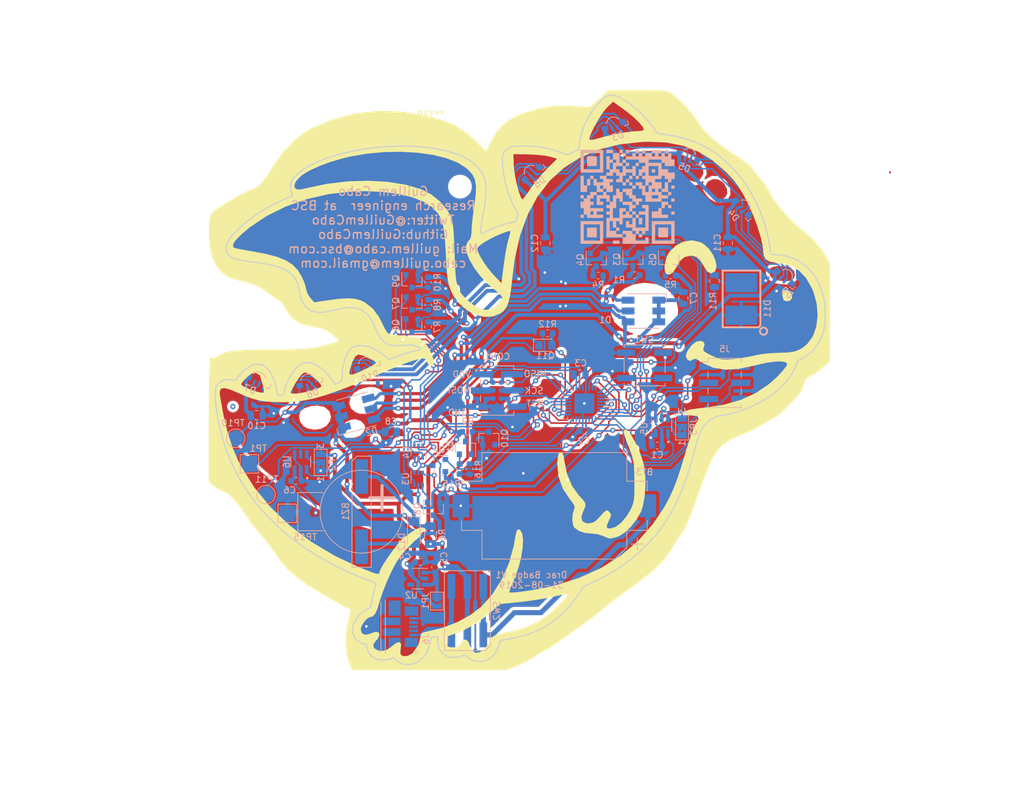
<source format=kicad_pcb>
(kicad_pcb (version 20171130) (host pcbnew 5.1.3-ffb9f22~84~ubuntu18.04.1)
  (layers (0 F.Cu signal) (31 B.Cu signal) (34 B.Paste user hide) (35 F.Paste user hide) (36 B.SilkS user) (37 F.SilkS user) (38 B.Mask user) (39 F.Mask user) (44 Edge.Cuts user))
  (net 0 "")
  (net 1 GATED_GND)
  (net 2 +BATT)
  (net 3 "Net-(BZ1-Pad2)")
  (net 4 "Net-(BZ1-Pad1)")
  (net 5 "Net-(C1-Pad1)")
  (net 6 V_CORE)
  (net 7 VDD)
  (net 8 "Net-(C6-Pad1)")
  (net 9 MISO)
  (net 10 SCK)
  (net 11 MOSI)
  (net 12 RST)
  (net 13 FC_G)
  (net 14 FC_R)
  (net 15 FC_B)
  (net 16 C_B)
  (net 17 C_G)
  (net 18 C_R)
  (net 19 "Net-(D11-Pad2)")
  (net 20 SCLK_ACC)
  (net 21 SDA_ACC)
  (net 22 EXP_GPIO1)
  (net 23 EXP_GPIO0)
  (net 24 "Net-(J6-Pad3)")
  (net 25 "Net-(J6-Pad2)")
  (net 26 "Net-(J6-Pad4)")
  (net 27 +5V)
  (net 28 "Net-(JP2-Pad2)")
  (net 29 "Net-(Q1-Pad2)")
  (net 30 "Net-(Q1-Pad1)")
  (net 31 "Net-(Q2-Pad1)")
  (net 32 "Net-(Q3-Pad3)")
  (net 33 LED_RED)
  (net 34 LED_GREEN)
  (net 35 "Net-(Q4-Pad3)")
  (net 36 LED_BLUE)
  (net 37 "Net-(Q5-Pad3)")
  (net 38 "Net-(Q6-Pad3)")
  (net 39 PWM_R)
  (net 40 PWM_G)
  (net 41 "Net-(Q7-Pad3)")
  (net 42 PWM_BUZZ)
  (net 43 "Net-(Q9-Pad3)")
  (net 44 PWM_B)
  (net 45 BATT_SENSE_EN)
  (net 46 SENS_AMB)
  (net 47 LED_IR)
  (net 48 BATT_SENSE)
  (net 49 "Net-(SW1-Pad1)")
  (net 50 "Net-(U1-Pad3)")
  (net 51 "Net-(U1-Pad7)")
  (net 52 "Net-(U1-Pad11)")
  (net 53 SENS_T0)
  (net 54 PWM0)
  (net 55 PWM1)
  (net 56 SELECT_PWM0)
  (net 57 "Net-(U1-Pad20)")
  (net 58 SELECT_PWM1)
  (net 59 "Net-(U1-Pad24)")
  (net 60 SENS_T1)
  (net 61 GND)
  (net 62 "Net-(JP3-Pad2)")
  (module qr_github (layer B.Cu) (at 67.26 19.85)
    (fp_text reference G*** hide)
    (fp_text value LOGO hide)
  )
  (module DRAC_ORCONF_V2 (layer F.Cu) (at 50.31 48.59)
    (fp_text reference G*** hide)
    (fp_text value LOGO hide)
    (fp_poly (pts (xy 14.765263 -43.61427) (xy 15.481403 -43.24852) (xy 16.371134 -42.670143) (xy 17.330501 -41.960172) (xy 18.255544 -41.199641) (xy 19.042308 -40.469585) (xy 19.586833 -39.851036) (xy 19.785263 -39.431438) (xy 19.533697 -39.093979) (xy 18.827396 -38.867255) (xy 17.738954 -38.773308) (xy 17.613757 -38.772072) (xy 16.935172 -38.704484) (xy 15.908805 -38.525957) (xy 14.702353 -38.267767) (xy 14.010415 -38.1) (xy 12.735439 -37.778422) (xy 11.884769 -37.574976) (xy 11.364457 -37.476043) (xy 11.080557 -37.468) (xy 10.939122 -37.537227) (xy 10.862619 -37.643615) (xy 10.860626 -38.083749) (xy 11.114055 -38.839736) (xy 11.558363 -39.798984) (xy 12.129004 -40.8489) (xy 12.761435 -41.876893) (xy 13.391111 -42.77037) (xy 13.953489 -43.416739) (xy 14.326672 -43.686359) (xy 14.765263 -43.61427)) (layer F.Cu) (width 0.01))
    (fp_poly (pts (xy 23.484522 -35.809277) (xy 25.094503 -35.468058) (xy 25.50824 -35.331978) (xy 27.064874 -34.650837) (xy 28.149247 -33.92019) (xy 28.746397 -33.160013) (xy 28.841364 -32.390284) (xy 28.419185 -31.630981) (xy 28.341053 -31.549474) (xy 27.962719 -31.198674) (xy 27.63498 -31.064182) (xy 27.19325 -31.147375) (xy 26.472942 -31.449633) (xy 26.213035 -31.567306) (xy 23.543584 -32.6042) (xy 21.096661 -33.184334) (xy 18.829757 -33.315383) (xy 17.40258 -33.15797) (xy 16.430747 -33.004647) (xy 15.833367 -32.986146) (xy 15.466036 -33.107945) (xy 15.309044 -33.237422) (xy 15.075011 -33.763357) (xy 15.356118 -34.333928) (xy 16.136737 -34.928718) (xy 16.900382 -35.316756) (xy 18.223915 -35.717887) (xy 19.877161 -35.933887) (xy 21.688052 -35.964452) (xy 23.484522 -35.809277)) (layer F.Cu) (width 0.01))
    (fp_poly (pts (xy 31.122067 -31.479715) (xy 31.884725 -31.042671) (xy 32.064805 -30.844996) (xy 32.53079 -29.969753) (xy 32.558899 -29.213439) (xy 32.24388 -28.64751) (xy 31.680483 -28.343418) (xy 30.963457 -28.372617) (xy 30.18755 -28.806563) (xy 29.835346 -29.163672) (xy 29.298527 -29.925148) (xy 29.181608 -30.504674) (xy 29.467179 -31.028043) (xy 29.563308 -31.129323) (xy 30.286253 -31.515647) (xy 31.122067 -31.479715)) (layer F.Cu) (width 0.01))
    (fp_poly (pts (xy 1.592129 -35.786991) (xy 2.941585 -35.646535) (xy 3.625902 -35.534335) (xy 4.85883 -35.289145) (xy 5.591415 -35.050068) (xy 5.850616 -34.734359) (xy 5.663391 -34.259276) (xy 5.056699 -33.542073) (xy 4.473949 -32.931477) (xy 3.548623 -31.911731) (xy 2.635593 -30.803472) (xy 1.901465 -29.811224) (xy 1.769115 -29.611053) (xy 1.237876 -28.838701) (xy 0.787298 -28.286746) (xy 0.514223 -28.073702) (xy 0.512878 -28.073684) (xy 0.247033 -28.297132) (xy -0.079888 -28.853839) (xy -0.171699 -29.059216) (xy -0.502509 -30.026776) (xy -0.82923 -31.26945) (xy -1.106004 -32.577367) (xy -1.286973 -33.740657) (xy -1.332199 -34.37021) (xy -1.236172 -35.058276) (xy -1.016 -35.506526) (xy -0.507573 -35.716262) (xy 0.402107 -35.809992) (xy 1.592129 -35.786991)) (layer F.Cu) (width 0.01))
    (fp_poly (pts (xy -22.123024 -28.504227) (xy -20.801055 -28.306223) (xy -19.577309 -27.965305) (xy -18.276843 -27.47582) (xy -17.097169 -26.921302) (xy -16.235797 -26.385284) (xy -16.20921 -26.364166) (xy -15.806663 -25.752361) (xy -15.740607 -24.993192) (xy -16.012727 -24.323881) (xy -16.19347 -24.150851) (xy -16.72384 -23.888088) (xy -17.380688 -23.849604) (xy -18.288932 -24.044039) (xy -19.250526 -24.362336) (xy -20.993262 -24.922215) (xy -22.672256 -25.30602) (xy -24.441933 -25.535044) (xy -26.456712 -25.630579) (xy -28.4022 -25.624202) (xy -30.088049 -25.604812) (xy -31.307288 -25.631024) (xy -32.12719 -25.718225) (xy -32.615028 -25.881802) (xy -32.838075 -26.137144) (xy -32.863603 -26.499637) (xy -32.841278 -26.639564) (xy -32.640328 -27.039855) (xy -32.161681 -27.376056) (xy -31.336695 -27.675003) (xy -30.096729 -27.963528) (xy -28.895517 -28.182071) (xy -26.515226 -28.485333) (xy -24.206354 -28.593507) (xy -22.123024 -28.504227)) (layer F.Cu) (width 0.01))
    (fp_poly (pts (xy -14.102082 -23.136308) (xy -13.517266 -22.666825) (xy -13.139951 -21.781441) (xy -13.242971 -20.962999) (xy -13.59 -20.495123) (xy -14.323155 -20.090855) (xy -15.027106 -20.216757) (xy -15.354586 -20.472782) (xy -15.66352 -21.070369) (xy -15.764271 -21.871099) (xy -15.646399 -22.615561) (xy -15.453895 -22.94021) (xy -14.822934 -23.240219) (xy -14.102082 -23.136308)) (layer F.Cu) (width 0.01))
    (fp_poly (pts (xy 41.473222 -17.893481) (xy 42.25604 -17.753362) (xy 42.497701 -17.653743) (xy 43.068529 -17.104441) (xy 43.169769 -16.390742) (xy 43.03595 -16.022736) (xy 42.682865 -15.668323) (xy 42.034914 -15.530712) (xy 41.633225 -15.524316) (xy 40.770334 -15.590418) (xy 40.048098 -15.732925) (xy 39.928249 -15.774371) (xy 39.371709 -16.21677) (xy 39.126029 -16.849081) (xy 39.265197 -17.46045) (xy 39.313806 -17.525462) (xy 39.791481 -17.771045) (xy 40.581494 -17.896546) (xy 41.473222 -17.893481)) (layer F.Cu) (width 0.01))
    (fp_poly (pts (xy -1.514248 -23.448511) (xy -1.313276 -23.292823) (xy -1.276202 -22.953775) (xy -1.402536 -22.297496) (xy -1.508477 -21.878669) (xy -1.711065 -20.949159) (xy -1.928719 -19.707258) (xy -2.124126 -18.372741) (xy -2.181637 -17.913684) (xy -2.334643 -16.788697) (xy -2.496998 -15.861735) (xy -2.643949 -15.263745) (xy -2.709303 -15.122445) (xy -3.007009 -15.160337) (xy -3.55222 -15.55827) (xy -4.085797 -16.071689) (xy -4.816226 -16.925089) (xy -5.52619 -17.909381) (xy -6.1469 -18.907898) (xy -6.609568 -19.80397) (xy -6.845403 -20.48093) (xy -6.843951 -20.749562) (xy -6.474247 -21.197807) (xy -5.746403 -21.738425) (xy -4.795771 -22.302874) (xy -3.7577 -22.822612) (xy -2.767544 -23.229098) (xy -1.960652 -23.45379) (xy -1.514248 -23.448511)) (layer F.Cu) (width 0.01))
    (fp_poly (pts (xy -24.683498 -4.163012) (xy -23.930152 -3.911827) (xy -23.159007 -3.526082) (xy -22.530832 -3.102284) (xy -22.206394 -2.736938) (xy -22.191579 -2.667173) (xy -22.414642 -2.441406) (xy -22.992989 -2.074496) (xy -23.790353 -1.63583) (xy -24.67047 -1.194796) (xy -25.497074 -0.820781) (xy -26.133899 -0.583174) (xy -26.379309 -0.534737) (xy -26.771673 -0.674514) (xy -26.822593 -0.735263) (xy -26.841802 -1.150413) (xy -26.700432 -1.864913) (xy -26.455192 -2.689512) (xy -26.162788 -3.434962) (xy -25.87993 -3.912012) (xy -25.86651 -3.925971) (xy -25.233526 -4.209962) (xy -24.683498 -4.163012)) (layer F.Cu) (width 0.01))
    (fp_poly (pts (xy -32.321925 -0.791285) (xy -31.780607 -0.324763) (xy -31.094873 0.412171) (xy -30.804897 0.958878) (xy -30.813856 1.124458) (xy -31.142642 1.388522) (xy -31.852084 1.688369) (xy -32.793871 1.981437) (xy -33.819693 2.225168) (xy -34.781238 2.376999) (xy -35.280738 2.406316) (xy -35.885031 2.304768) (xy -36.094737 2.060278) (xy -35.965157 1.661844) (xy -35.627864 0.970979) (xy -35.224852 0.255541) (xy -34.517112 -0.753153) (xy -33.851041 -1.254814) (xy -33.146144 -1.263004) (xy -32.321925 -0.791285)) (layer F.Cu) (width 0.01))
    (fp_poly (pts (xy -40.909342 -1.110159) (xy -40.488404 -0.678608) (xy -40.186771 -0.030972) (xy -39.971391 0.767424) (xy -39.872501 1.532172) (xy -39.920337 2.078865) (xy -40.013771 2.216086) (xy -40.369709 2.210542) (xy -41.075536 2.055392) (xy -41.978751 1.784191) (xy -41.982747 1.782855) (xy -42.976986 1.391651) (xy -43.610215 1.018014) (xy -43.792935 0.778092) (xy -43.65195 0.297896) (xy -43.191009 -0.293354) (xy -42.561477 -0.85412) (xy -41.914715 -1.242865) (xy -41.531196 -1.336842) (xy -40.909342 -1.110159)) (layer F.Cu) (width 0.01))
    (fp_poly (pts (xy 15.52748 10.389071) (xy 16.156943 10.981699) (xy 16.686649 11.796009) (xy 16.826401 12.115827) (xy 17.061314 12.843643) (xy 17.038453 13.313) (xy 16.726251 13.749972) (xy 16.576842 13.903158) (xy 15.892354 14.370701) (xy 15.244865 14.316936) (xy 14.733542 13.931437) (xy 14.27495 13.233447) (xy 14.037107 12.376657) (xy 14.012448 11.50237) (xy 14.193408 10.75189) (xy 14.572424 10.266524) (xy 14.935433 10.16) (xy 15.52748 10.389071)) (layer F.Cu) (width 0.01))
    (fp_poly (pts (xy -3.267237 24.480719) (xy -3.027924 24.636746) (xy -2.808022 24.929625) (xy -2.706551 25.421047) (xy -2.708524 26.23757) (xy -2.75409 26.948948) (xy -2.968834 28.44206) (xy -3.341052 29.498024) (xy -3.849416 30.094816) (xy -4.4726 30.210414) (xy -5.189279 29.822794) (xy -5.372424 29.65284) (xy -5.725404 29.065197) (xy -5.776793 28.257464) (xy -5.520023 27.157675) (xy -5.027744 25.876659) (xy -4.480112 24.91932) (xy -3.882326 24.447217) (xy -3.267237 24.480719)) (layer F.Cu) (width 0.01))
    (fp_poly (pts (xy -45.034257 9.04184) (xy -44.589708 9.591964) (xy -44.043099 10.366946) (xy -43.982105 10.458835) (xy -42.431328 12.436477) (xy -40.423855 14.407107) (xy -38.036263 16.324166) (xy -35.345127 18.141098) (xy -32.427024 19.811343) (xy -29.358531 21.288346) (xy -26.216225 22.525547) (xy -23.076681 23.476389) (xy -22.239881 23.677874) (xy -21.032112 23.943045) (xy -19.987406 24.156197) (xy -19.234349 24.292054) (xy -18.932095 24.328104) (xy -18.428574 24.462433) (xy -18.370776 24.863786) (xy -18.75996 25.541378) (xy -19.165041 26.035194) (xy -19.858859 26.913121) (xy -20.609461 27.997856) (xy -21.122105 28.829977) (xy -21.639883 29.639846) (xy -22.114761 30.221243) (xy -22.447793 30.453947) (xy -22.458947 30.454272) (xy -22.878769 30.348556) (xy -23.643617 30.075926) (xy -24.610688 29.688486) (xy -24.932836 29.551654) (xy -29.20293 27.4813) (xy -33.045 25.13631) (xy -36.448055 22.526458) (xy -39.401109 19.661521) (xy -41.893171 16.551276) (xy -43.913252 13.205498) (xy -44.38384 12.246978) (xy -44.885062 11.07844) (xy -45.234566 10.067005) (xy -45.40803 9.304835) (xy -45.38113 8.88409) (xy -45.285526 8.830532) (xy -45.034257 9.04184)) (layer F.Cu) (width 0.01))
    (fp_poly (pts (xy 27.245551 5.531049) (xy 27.871458 5.661568) (xy 28.084864 5.962114) (xy 27.945633 6.491843) (xy 27.67548 7.021503) (xy 27.374399 7.693458) (xy 26.980966 8.75192) (xy 26.540288 10.06663) (xy 26.097477 11.50733) (xy 25.972743 11.938377) (xy 25.260916 14.299025) (xy 24.568642 16.268228) (xy 23.836063 17.983352) (xy 23.00332 19.581759) (xy 22.010557 21.200814) (xy 21.792 21.532481) (xy 19.69381 24.210997) (xy 17.175584 26.598391) (xy 14.280159 28.671297) (xy 11.05037 30.406348) (xy 7.529055 31.780177) (xy 3.759051 32.769416) (xy 0.200526 33.310401) (xy -0.762481 33.393538) (xy -1.308981 33.384767) (xy -1.551863 33.267566) (xy -1.60421 33.046271) (xy -1.487347 32.532271) (xy -1.196558 31.807744) (xy -1.094035 31.597618) (xy -0.396853 29.88475) (xy 0.122101 27.915786) (xy 0.393002 25.958265) (xy 0.397831 25.881646) (xy 0.452908 24.9777) (xy 0.496265 24.301128) (xy 0.51654 24.022358) (xy 0.761978 23.867162) (xy 1.394788 23.615288) (xy 2.287978 23.316264) (xy 2.473158 23.259264) (xy 3.748793 22.833587) (xy 5.116908 22.318485) (xy 6.113008 21.899374) (xy 7.153176 21.463952) (xy 7.809615 21.298912) (xy 8.160482 21.405176) (xy 8.283931 21.783669) (xy 8.288421 21.92508) (xy 8.455513 22.456831) (xy 8.864689 23.09609) (xy 8.933788 23.179301) (xy 9.403877 23.633516) (xy 9.931183 23.858185) (xy 10.725266 23.929457) (xy 11.005894 23.932268) (xy 11.952882 24.00135) (xy 12.772052 24.174189) (xy 13.072753 24.296513) (xy 14.07244 24.572722) (xy 15.192897 24.409919) (xy 16.338235 23.857969) (xy 17.412564 22.966738) (xy 18.319994 21.786091) (xy 18.496545 21.475981) (xy 19.294984 19.457343) (xy 19.694995 17.223931) (xy 19.686051 14.929037) (xy 19.257627 12.725956) (xy 19.125063 12.322249) (xy 18.810518 11.249991) (xy 18.782157 10.429585) (xy 19.079907 9.677502) (xy 19.743692 8.810214) (xy 19.936375 8.592881) (xy 21.391515 7.281678) (xy 23.063824 6.28647) (xy 24.814564 5.676092) (xy 26.147277 5.511402) (xy 27.245551 5.531049)) (layer F.Cu) (width 0.01))
  )
  (module fp1:E6C1204RGBC3 (layer B.Cu) (at 9.32 48.59 160)
    (fp_text reference D7 (at 0.67603 -1.762987 160) (layer B.SilkS) (effects (justify mirror)))
    (fp_text value LED_ARGB)
    (pad 2 smd rect (at 0.4 -0.45 160) (size 0.4 0.8) (layers B.Cu B.Paste B.Mask) (net 16 C_B))
    (pad 3 smd rect (at -0.4 -0.45 160) (size 0.4 0.8) (layers B.Cu B.Paste B.Mask) (net 17 C_G))
    (pad 1 smd rect (at 1.5 0 160) (size 1 0.9) (layers B.Cu B.Paste B.Mask) (net 7 VDD))
    (pad 4 smd rect (at -1.5 0 160) (size 1 0.9) (layers B.Cu B.Paste B.Mask) (net 18 C_R))
  )
  (module fp1:MERGED_TAGCONNECT_2.54mm (layer B.Cu) (at 46.83 50.21 180)
    (fp_text reference CON1 (at 0 5.31 180) (layer B.SilkS) (effects (justify mirror)))
    (fp_text value AVR-ISP-6)
    (fp_text user MISO (at -5.98 2.6 180) (layer B.SilkS) (effects (justify mirror)))
    (fp_text user SCK (at -5.78 -0.04 180) (layer B.SilkS) (effects (justify mirror)))
    (fp_text user RST (at -5.92 -2.05 180) (layer B.SilkS) (effects (justify mirror)))
    (fp_text user VDD (at 5.56 2.54 180) (layer B.SilkS) (effects (justify mirror)))
    (fp_text user MOSI (at 5.93 0.05 180) (layer B.SilkS) (effects (justify mirror)))
    (fp_text user GND (at 6.16 -3.47 180) (layer B.SilkS) (effects (justify mirror)))
    (pad 5 smd rect (at -3.1 -2.54 180) (size 3 1) (layers B.Cu B.Paste B.Mask) (net 12 RST))
    (pad 6 smd rect (at 3.1 -2.54 180) (size 3 1) (layers B.Cu B.Paste B.Mask) (net 61 GND))
    (pad 3 smd rect (at -2.52 0 180) (size 3.2 1) (layers B.Cu B.Paste B.Mask) (net 10 SCK))
    (pad 4 smd rect (at 2.52 0 180) (size 3.2 1) (layers B.Cu B.Paste B.Mask) (net 11 MOSI))
    (pad 1 smd rect (at -2.52 2.54 180) (size 3 1) (layers B.Cu B.Paste B.Mask) (net 9 MISO))
    (pad 2 smd rect (at 2.52 2.54 180) (size 3 1) (layers B.Cu B.Paste B.Mask) (net 6 V_CORE))
    (pad 6 smd circle (at 0.635 -1.27 270) (size 0.787 0.787) (layers B.Cu B.Paste B.Mask) (net 61 GND))
    (pad 5 smd circle (at -0.635 -1.27 270) (size 0.787 0.787) (layers B.Cu B.Paste B.Mask) (net 12 RST))
    (pad 4 smd circle (at 0.635 0 270) (size 0.787 0.787) (layers B.Cu B.Paste B.Mask) (net 11 MOSI))
    (pad 3 smd circle (at -0.635 0 270) (size 0.787 0.787) (layers B.Cu B.Paste B.Mask) (net 10 SCK))
    (pad 2 smd circle (at 0.635 1.27 270) (size 0.787 0.787) (layers B.Cu B.Paste B.Mask) (net 6 V_CORE))
    (pad 1 smd circle (at -0.635 1.27 270) (size 0.787 0.787) (layers B.Cu B.Paste B.Mask) (net 9 MISO))
    (pad 2 smd rect (at 0.85 2.04 180) (size 0.5 2) (layers B.Cu B.Paste) (net 6 V_CORE))
    (pad 1 smd rect (at -0.85 2.04 180) (size 0.5 2) (layers B.Cu B.Paste) (net 9 MISO))
    (pad 6 smd rect (at 1.85 -2.04) (size 0.5 2) (layers B.Cu B.Paste) (net 61 GND))
    (pad 5 smd rect (at -1.85 -2.04) (size 0.5 2) (layers B.Cu B.Paste) (net 12 RST))
    (pad 5 smd rect (at -1.25 -1.25) (size 1.7 0.5) (layers B.Cu B.Paste) (net 12 RST))
    (pad 6 smd rect (at 1.25 -1.25) (size 1.7 0.5) (layers B.Cu B.Paste) (net 61 GND))
  )
  (module MountingHole:MountingHole_2.7mm_M2.5_ISO14580 (layer F.Cu) (at 41 18.25)
    (fp_text reference REF** (at -4.552 -11.294) (layer F.SilkS))
    (fp_text value MountingHole_2.7mm_M2.5_ISO14580)
    (pad 1 np_thru_hole circle (at 0 0) (size 2.7 2.7) (drill 2.7) (layers *.Cu *.Mask))
  )
  (module Battery:BatteryHolder_Keystone_1060_1x2032 (layer B.Cu) (at 55.79 68.29 180)
    (fp_text reference BT3 (at -14.125 5.3) (layer B.SilkS) (effects (justify mirror)))
    (fp_text value cr2032_3V)
    (pad 2 smd rect (at 14.65 0) (size 2.6 3.6) (layers B.Cu B.Paste B.Mask) (net 61 GND))
    (pad 1 smd rect (at -14.65 0) (size 2.6 3.6) (layers B.Cu B.Paste B.Mask) (net 2 +BATT))
  )
  (module fp1:MLT-9032 (layer B.Cu) (at 25.59 69.21)
    (fp_text reference BZ1 (at -2.5 0 -90) (layer B.SilkS) (effects (justify mirror)))
    (fp_text value Buzzer)
    (fp_text user + (at 3.2 -2.55) (layer B.SilkS) (effects (font (size 5 5) (thickness 0.5)) (justify mirror)))
    (pad 2 smd rect (at 0 5.5) (size 2 5.4) (layers B.Cu B.Paste B.Mask) (net 3 "Net-(BZ1-Pad2)"))
    (pad 1 smd rect (at 0 -5.5) (size 2 5.4) (layers B.Cu B.Paste B.Mask) (net 4 "Net-(BZ1-Pad1)"))
  )
  (module Capacitor_SMD:C_0603_1608Metric (layer B.Cu) (at 71.9 58.86)
    (fp_text reference C1 (at 0 1.43) (layer B.SilkS) (effects (justify mirror)))
    (fp_text value 5pF)
    (pad 2 smd roundrect (at 0.7875 0) (size 0.875 0.95) (layers B.Cu B.Paste B.Mask) (net 61 GND))
    (pad 1 smd roundrect (at -0.7875 0) (size 0.875 0.95) (layers B.Cu B.Paste B.Mask) (net 5 "Net-(C1-Pad1)"))
  )
  (module Capacitor_SMD:C_0603_1608Metric (layer B.Cu) (at 60.56 56.55 180)
    (fp_text reference C2 (at 0.16 -1.55) (layer B.SilkS) (effects (justify mirror)))
    (fp_text value 0.1uf)
    (pad 1 smd roundrect (at -0.7875 0 180) (size 0.875 0.95) (layers B.Cu B.Paste B.Mask) (net 6 V_CORE))
    (pad 2 smd roundrect (at 0.7875 0 180) (size 0.875 0.95) (layers B.Cu B.Paste B.Mask) (net 61 GND))
  )
  (module Capacitor_SMD:C_0603_1608Metric (layer B.Cu) (at 34.79 77.09)
    (fp_text reference C4 (at -2.43 -0.78) (layer B.SilkS) (effects (justify mirror)))
    (fp_text value 1uF)
    (pad 2 smd roundrect (at 0.7875 0) (size 0.875 0.95) (layers B.Cu B.Paste B.Mask) (net 61 GND))
    (pad 1 smd roundrect (at -0.7875 0) (size 0.875 0.95) (layers B.Cu B.Paste B.Mask) (net 6 V_CORE))
  )
  (module Capacitor_SMD:C_0603_1608Metric (layer B.Cu) (at 37.1 77.92 90)
    (fp_text reference C5 (at 1.45 1.4 90) (layer B.SilkS) (effects (justify mirror)))
    (fp_text value 1uF)
    (pad 1 smd roundrect (at -0.7875 0 90) (size 0.875 0.95) (layers B.Cu B.Paste B.Mask) (net 7 VDD))
    (pad 2 smd roundrect (at 0.7875 0 90) (size 0.875 0.95) (layers B.Cu B.Paste B.Mask) (net 61 GND))
  )
  (module Capacitor_SMD:C_0603_1608Metric (layer B.Cu) (at 15.35 64.39)
    (fp_text reference C6 (at -1.03 1.44) (layer B.SilkS) (effects (justify mirror)))
    (fp_text value 5pF)
    (pad 1 smd roundrect (at -0.7875 0) (size 0.875 0.95) (layers B.Cu B.Paste B.Mask) (net 8 "Net-(C6-Pad1)"))
    (pad 2 smd roundrect (at 0.7875 0) (size 0.875 0.95) (layers B.Cu B.Paste B.Mask) (net 61 GND))
  )
  (module LED_SMD:LED_RGB_5050-6 (layer B.Cu) (at 69.75 37.75 180)
    (fp_text reference D1 (at 5.99 -1.38 180) (layer B.SilkS) (effects (justify mirror)))
    (fp_text value LED_RGB)
    (pad 6 smd rect (at 2.4 1.7 90) (size 1.1 2) (layers B.Cu B.Paste B.Mask) (net 13 FC_G))
    (pad 5 smd rect (at 2.4 0 90) (size 1.1 2) (layers B.Cu B.Paste B.Mask) (net 14 FC_R))
    (pad 4 smd rect (at 2.4 -1.7 90) (size 1.1 2) (layers B.Cu B.Paste B.Mask) (net 15 FC_B))
    (pad 3 smd rect (at -2.4 -1.7 90) (size 1.1 2) (layers B.Cu B.Paste B.Mask) (net 7 VDD))
    (pad 2 smd rect (at -2.4 0 90) (size 1.1 2) (layers B.Cu B.Paste B.Mask) (net 7 VDD))
    (pad 1 smd rect (at -2.4 1.7 90) (size 1.1 2) (layers B.Cu B.Paste B.Mask) (net 7 VDD))
  )
  (module LED_SMD:LED_RGB_5050-6 (layer B.Cu) (at 24.77 53.7 15)
    (fp_text reference D2 (at 1.530211 3.484789 -165) (layer B.SilkS) (effects (justify mirror)))
    (fp_text value LED_RGB)
    (pad 1 smd rect (at -2.4 1.7 285) (size 1.1 2) (layers B.Cu B.Paste B.Mask) (net 7 VDD))
    (pad 2 smd rect (at -2.4 0 285) (size 1.1 2) (layers B.Cu B.Paste B.Mask) (net 7 VDD))
    (pad 3 smd rect (at -2.4 -1.7 285) (size 1.1 2) (layers B.Cu B.Paste B.Mask) (net 7 VDD))
    (pad 4 smd rect (at 2.4 -1.7 285) (size 1.1 2) (layers B.Cu B.Paste B.Mask) (net 15 FC_B))
    (pad 5 smd rect (at 2.4 0 285) (size 1.1 2) (layers B.Cu B.Paste B.Mask) (net 14 FC_R))
    (pad 6 smd rect (at 2.4 1.7 285) (size 1.1 2) (layers B.Cu B.Paste B.Mask) (net 13 FC_G))
  )
  (module fp1:E6C1204RGBC3 (layer B.Cu) (at 65.13 8.65 200)
    (fp_text reference D3 (at 0 -1.8 20) (layer B.SilkS) (effects (justify mirror)))
    (fp_text value LED_ARGB)
    (pad 2 smd rect (at 0.4 -0.45 200) (size 0.4 0.8) (layers B.Cu B.Paste B.Mask) (net 16 C_B))
    (pad 3 smd rect (at -0.4 -0.45 200) (size 0.4 0.8) (layers B.Cu B.Paste B.Mask) (net 17 C_G))
    (pad 1 smd rect (at 1.5 0 200) (size 1 0.9) (layers B.Cu B.Paste B.Mask) (net 7 VDD))
    (pad 4 smd rect (at -1.5 0 200) (size 1 0.9) (layers B.Cu B.Paste B.Mask) (net 18 C_R))
  )
  (module fp1:E6C1204RGBC3 (layer B.Cu) (at 85.22 21.58 130)
    (fp_text reference D4 (at 0 -1.8 130) (layer B.SilkS) (effects (justify mirror)))
    (fp_text value LED_ARGB)
    (pad 4 smd rect (at -1.5 0 130) (size 1 0.9) (layers B.Cu B.Paste B.Mask) (net 18 C_R))
    (pad 1 smd rect (at 1.5 0 130) (size 1 0.9) (layers B.Cu B.Paste B.Mask) (net 7 VDD))
    (pad 3 smd rect (at -0.4 -0.45 130) (size 0.4 0.8) (layers B.Cu B.Paste B.Mask) (net 17 C_G))
    (pad 2 smd rect (at 0.4 -0.45 130) (size 0.4 0.8) (layers B.Cu B.Paste B.Mask) (net 16 C_B))
  )
  (module fp1:E6C1204RGBC3 (layer B.Cu) (at 76.77 13.56 160)
    (fp_text reference D5 (at 0 -1.8 160) (layer B.SilkS) (effects (justify mirror)))
    (fp_text value LED_ARGB)
    (pad 2 smd rect (at 0.4 -0.45 160) (size 0.4 0.8) (layers B.Cu B.Paste B.Mask) (net 16 C_B))
    (pad 3 smd rect (at -0.4 -0.45 160) (size 0.4 0.8) (layers B.Cu B.Paste B.Mask) (net 17 C_G))
    (pad 1 smd rect (at 1.5 0 160) (size 1 0.9) (layers B.Cu B.Paste B.Mask) (net 7 VDD))
    (pad 4 smd rect (at -1.5 0 160) (size 1 0.9) (layers B.Cu B.Paste B.Mask) (net 18 C_R))
  )
  (module fp1:E6C1204RGBC3 (layer B.Cu) (at 52.3 16.18 220)
    (fp_text reference D6 (at 0 -1.8 40) (layer B.SilkS) (effects (justify mirror)))
    (fp_text value LED_ARGB)
    (pad 4 smd rect (at -1.5 0 220) (size 1 0.9) (layers B.Cu B.Paste B.Mask) (net 18 C_R))
    (pad 1 smd rect (at 1.5 0 220) (size 1 0.9) (layers B.Cu B.Paste B.Mask) (net 7 VDD))
    (pad 3 smd rect (at -0.4 -0.45 220) (size 0.4 0.8) (layers B.Cu B.Paste B.Mask) (net 17 C_G))
    (pad 2 smd rect (at 0.4 -0.45 220) (size 0.4 0.8) (layers B.Cu B.Paste B.Mask) (net 16 C_B))
  )
  (module fp1:E6C1204RGBC3 (layer B.Cu) (at 17.29 48.94 200)
    (fp_text reference D8 (at 0 -1.8 20) (layer B.SilkS) (effects (justify mirror)))
    (fp_text value LED_ARGB)
    (pad 4 smd rect (at -1.5 0 200) (size 1 0.9) (layers B.Cu B.Paste B.Mask) (net 18 C_R))
    (pad 1 smd rect (at 1.5 0 200) (size 1 0.9) (layers B.Cu B.Paste B.Mask) (net 7 VDD))
    (pad 3 smd rect (at -0.4 -0.45 200) (size 0.4 0.8) (layers B.Cu B.Paste B.Mask) (net 17 C_G))
    (pad 2 smd rect (at 0.4 -0.45 200) (size 0.4 0.8) (layers B.Cu B.Paste B.Mask) (net 16 C_B))
  )
  (module fp1:E6C1204RGBC3 (layer B.Cu) (at 91.87 32.48 140)
    (fp_text reference D9 (at -1.854303 -1.60314 140) (layer B.SilkS) (effects (justify mirror)))
    (fp_text value LED_ARGB)
    (pad 4 smd rect (at -1.5 0 140) (size 1 0.9) (layers B.Cu B.Paste B.Mask) (net 18 C_R))
    (pad 1 smd rect (at 1.5 0 140) (size 1 0.9) (layers B.Cu B.Paste B.Mask) (net 7 VDD))
    (pad 3 smd rect (at -0.4 -0.45 140) (size 0.4 0.8) (layers B.Cu B.Paste B.Mask) (net 17 C_G))
    (pad 2 smd rect (at 0.4 -0.45 140) (size 0.4 0.8) (layers B.Cu B.Paste B.Mask) (net 16 C_B))
  )
  (module fp1:E6C1204RGBC3 (layer B.Cu) (at 26.31 46.31 200)
    (fp_text reference D10 (at 0 -1.8 20) (layer B.SilkS) (effects (justify mirror)))
    (fp_text value LED_ARGB)
    (pad 4 smd rect (at -1.5 0 200) (size 1 0.9) (layers B.Cu B.Paste B.Mask) (net 18 C_R))
    (pad 1 smd rect (at 1.5 0 200) (size 1 0.9) (layers B.Cu B.Paste B.Mask) (net 7 VDD))
    (pad 3 smd rect (at -0.4 -0.45 200) (size 0.4 0.8) (layers B.Cu B.Paste B.Mask) (net 17 C_G))
    (pad 2 smd rect (at 0.4 -0.45 200) (size 0.4 0.8) (layers B.Cu B.Paste B.Mask) (net 16 C_B))
  )
  (module fp1:01x02_wire_solder_smd (layer B.Cu) (at 85.07 38.41 90)
    (fp_text reference D11 (at 1 4.1 -90) (layer B.SilkS) (effects (justify mirror)))
    (fp_text value LED)
    (pad 1 smd rect (at 0 0 90) (size 3 5) (layers B.Cu B.Mask) (net 61 GND))
    (pad 2 smd rect (at 5.08 0 90) (size 3 5) (layers B.Cu B.Mask) (net 19 "Net-(D11-Pad2)"))
  )
  (module Diode_SMD:D_MiniMELF (layer B.Cu) (at 33.78 72.49 270)
    (fp_text reference D12 (at 1.48 1.9 90) (layer B.SilkS) (effects (justify mirror)))
    (fp_text value LL4148)
    (pad 1 smd rect (at -1.75 0 270) (size 1.3 1.7) (layers B.Cu B.Paste B.Mask) (net 4 "Net-(BZ1-Pad1)"))
    (pad 2 smd rect (at 1.75 0 270) (size 1.3 1.7) (layers B.Cu B.Paste B.Mask) (net 3 "Net-(BZ1-Pad2)"))
  )
  (module fp1:testpoint_small (layer F.Cu) (at 73.5 57.5)
    (fp_text reference J3 hide)
    (fp_text value Conn_01x01)
    (pad 1 smd circle (at 0 0) (size 1 1) (layers F.Cu F.Paste F.Mask) (net 5 "Net-(C1-Pad1)"))
  )
  (module fp1:testpoint_small (layer F.Cu) (at 17.47 72.74)
    (fp_text reference J4 hide)
    (fp_text value Conn_01x01)
    (pad 1 smd circle (at 0 0) (size 1 1) (layers F.Cu F.Paste F.Mask) (net 8 "Net-(C6-Pad1)"))
  )
  (module Connector_PinSocket_2.54mm:PinSocket_2x03_P2.54mm_Vertical_SMD (layer B.Cu) (at 82.48 49.02 180)
    (fp_text reference J5 (at 0 5.31) (layer B.SilkS) (effects (justify mirror)))
    (fp_text value Conn_02x03_Counter_Clockwise)
    (pad 1 smd rect (at 2.52 2.54 180) (size 3 1) (layers B.Cu B.Paste B.Mask) (net 6 V_CORE))
    (pad 2 smd rect (at -2.52 2.54 180) (size 3 1) (layers B.Cu B.Paste B.Mask) (net 20 SCLK_ACC))
    (pad 3 smd rect (at 2.52 0 180) (size 3 1) (layers B.Cu B.Paste B.Mask) (net 21 SDA_ACC))
    (pad 4 smd rect (at -2.52 0 180) (size 3 1) (layers B.Cu B.Paste B.Mask) (net 22 EXP_GPIO1))
    (pad 5 smd rect (at 2.52 -2.54 180) (size 3 1) (layers B.Cu B.Paste B.Mask) (net 23 EXP_GPIO0))
    (pad 6 smd rect (at -2.52 -2.54 180) (size 3 1) (layers B.Cu B.Paste B.Mask) (net 61 GND))
  )
  (module fp1:microusb_C40945 (layer B.Cu) (at 33.75 87.25 90)
    (fp_text reference J6 (at -1.96263 1.88753 90) (layer B.SilkS) (effects (justify mirror)))
    (fp_text value USB_B_Micro hide)
    (pad 3 smd rect (at 0 0 90) (size 0.45 1.38) (layers B.Cu B.Paste B.Mask) (net 24 "Net-(J6-Pad3)"))
    (pad 2 smd rect (at -0.65 0 90) (size 0.45 1.38) (layers B.Cu B.Paste B.Mask) (net 25 "Net-(J6-Pad2)"))
    (pad 4 smd rect (at 0.65 0 90) (size 0.45 1.38) (layers B.Cu B.Paste B.Mask) (net 26 "Net-(J6-Pad4)"))
    (pad 1 smd rect (at -1.3 0 90) (size 0.45 1.38) (layers B.Cu B.Paste B.Mask) (net 27 +5V))
    (pad 5 smd rect (at 1.3 0 90) (size 0.45 1.38) (layers B.Cu B.Paste B.Mask) (net 61 GND))
    (pad P1 smd rect (at -2.4625 -0.36 90) (size 1.475 2.1) (layers B.Cu B.Paste B.Mask))
    (pad P2 smd rect (at 2.4625 -0.36 90) (size 1.475 2.1) (layers B.Cu B.Paste B.Mask))
    (pad P3 smd rect (at -2.9125 -2.99 90) (size 2.375 1.9) (layers B.Cu B.Paste B.Mask))
    (pad P6 smd rect (at 2.9125 -2.99 90) (size 2.375 1.9) (layers B.Cu B.Paste B.Mask))
    (pad P4 smd rect (at -0.8375 -3.45 90) (size 1.175 2.8) (layers B.Cu B.Paste B.Mask))
    (pad P5 smd rect (at 0.8375 -3.45 90) (size 1.175 2.8) (layers B.Cu B.Paste B.Mask))
  )
  (module Jumper:SolderJumper-2_P1.3mm_Open_TrianglePad1.0x1.5mm (layer B.Cu) (at 37.4 83.23 270)
    (fp_text reference JP1 (at 0 1.8 90) (layer B.SilkS) (effects (justify mirror)))
    (fp_text value SolderJumper_2_Open)
    (pad 2 smd custom (at 0.725 0 270) (size 0.3 0.3) (layers B.Cu B.Mask) (net 6 V_CORE) (options (clearance outline) (anchor rect)) (primitives (gr_poly (pts (xy -0.65 0.75) (xy 0.5 0.75) (xy 0.5 -0.75) (xy -0.65 -0.75) (xy -0.15 0)) (width 0))))
    (pad 1 smd custom (at -0.725 0 270) (size 0.3 0.3) (layers B.Cu B.Mask) (net 7 VDD) (options (clearance outline) (anchor rect)) (primitives (gr_poly (pts (xy -0.5 0.75) (xy 0.5 0.75) (xy 1 0) (xy 0.5 -0.75) (xy -0.5 -0.75)) (width 0))))
  )
  (module Jumper:SolderJumper-3_P1.3mm_Bridged2Bar12_Pad1.0x1.5mm_NumberLabels (layer B.Cu) (at 19.17 61.49 90)
    (fp_text reference JP2 (at 0 1.8 90) (layer B.SilkS) (effects (justify mirror)))
    (fp_text value SolderJumper_3_Open)
    (fp_text user 3 (at 2.6 0 90) (layer B.SilkS) (effects (justify mirror)))
    (fp_text user 1 (at -2.6 0 90) (layer B.SilkS) (effects (justify mirror)))
    (fp_poly (pts (xy -0.9 -0.2) (xy -0.4 -0.2) (xy -0.4 -0.6) (xy -0.9 -0.6)) (layer B.Cu) (width 0))
    (fp_poly (pts (xy -0.9 0.6) (xy -0.4 0.6) (xy -0.4 0.2) (xy -0.9 0.2)) (layer B.Cu) (width 0))
    (pad 1 smd rect (at -1.3 0 90) (size 1 1.5) (layers B.Cu B.Mask) (net 61 GND))
    (pad 3 smd rect (at 1.3 0 90) (size 1 1.5) (layers B.Cu B.Mask) (net 6 V_CORE))
    (pad 2 smd rect (at 0 0 90) (size 1 1.5) (layers B.Cu B.Mask) (net 28 "Net-(JP2-Pad2)"))
  )
  (module Package_TO_SOT_SMD:SOT-23 (layer B.Cu) (at 41.86 59.22 90)
    (fp_text reference Q1 (at 0.24 -2.39 90) (layer B.SilkS) (effects (justify mirror)))
    (fp_text value BSS84)
    (pad 3 smd rect (at 1 0 90) (size 0.9 0.8) (layers B.Cu B.Paste B.Mask) (net 7 VDD))
    (pad 2 smd rect (at -1 -0.95 90) (size 0.9 0.8) (layers B.Cu B.Paste B.Mask) (net 29 "Net-(Q1-Pad2)"))
    (pad 1 smd rect (at -1 0.95 90) (size 0.9 0.8) (layers B.Cu B.Paste B.Mask) (net 30 "Net-(Q1-Pad1)"))
  )
  (module Package_TO_SOT_SMD:SOT-23 (layer B.Cu) (at 37.72 61.98 180)
    (fp_text reference Q2 (at 0 2.5) (layer B.SilkS) (effects (justify mirror)))
    (fp_text value BSS138)
    (pad 3 smd rect (at 1 0 180) (size 0.9 0.8) (layers B.Cu B.Paste B.Mask) (net 1 GATED_GND))
    (pad 2 smd rect (at -1 -0.95 180) (size 0.9 0.8) (layers B.Cu B.Paste B.Mask) (net 61 GND))
    (pad 1 smd rect (at -1 0.95 180) (size 0.9 0.8) (layers B.Cu B.Paste B.Mask) (net 31 "Net-(Q2-Pad1)"))
  )
  (module Package_TO_SOT_SMD:SOT-23 (layer B.Cu) (at 68.1 29.65 270)
    (fp_text reference Q3 (at 0 2.5 90) (layer B.SilkS) (effects (justify mirror)))
    (fp_text value BSS138)
    (pad 3 smd rect (at 1 0 270) (size 0.9 0.8) (layers B.Cu B.Paste B.Mask) (net 32 "Net-(Q3-Pad3)"))
    (pad 2 smd rect (at -1 -0.95 270) (size 0.9 0.8) (layers B.Cu B.Paste B.Mask) (net 61 GND))
    (pad 1 smd rect (at -1 0.95 270) (size 0.9 0.8) (layers B.Cu B.Paste B.Mask) (net 33 LED_RED))
  )
  (module Package_TO_SOT_SMD:SOT-23 (layer B.Cu) (at 62.36 29.74 270)
    (fp_text reference Q4 (at 0 2.5 90) (layer B.SilkS) (effects (justify mirror)))
    (fp_text value BSS138)
    (pad 1 smd rect (at -1 0.95 270) (size 0.9 0.8) (layers B.Cu B.Paste B.Mask) (net 34 LED_GREEN))
    (pad 2 smd rect (at -1 -0.95 270) (size 0.9 0.8) (layers B.Cu B.Paste B.Mask) (net 61 GND))
    (pad 3 smd rect (at 1 0 270) (size 0.9 0.8) (layers B.Cu B.Paste B.Mask) (net 35 "Net-(Q4-Pad3)"))
  )
  (module Package_TO_SOT_SMD:SOT-23 (layer B.Cu) (at 73.72 29.69 270)
    (fp_text reference Q5 (at 0 2.5 90) (layer B.SilkS) (effects (justify mirror)))
    (fp_text value BSS138)
    (pad 1 smd rect (at -1 0.95 270) (size 0.9 0.8) (layers B.Cu B.Paste B.Mask) (net 36 LED_BLUE))
    (pad 2 smd rect (at -1 -0.95 270) (size 0.9 0.8) (layers B.Cu B.Paste B.Mask) (net 61 GND))
    (pad 3 smd rect (at 1 0 270) (size 0.9 0.8) (layers B.Cu B.Paste B.Mask) (net 37 "Net-(Q5-Pad3)"))
  )
  (module Package_TO_SOT_SMD:SOT-23 (layer B.Cu) (at 33.46 40.02 270)
    (fp_text reference Q6 (at 0 2.5 90) (layer B.SilkS) (effects (justify mirror)))
    (fp_text value BSS138)
    (pad 3 smd rect (at 1 0 270) (size 0.9 0.8) (layers B.Cu B.Paste B.Mask) (net 38 "Net-(Q6-Pad3)"))
    (pad 2 smd rect (at -1 -0.95 270) (size 0.9 0.8) (layers B.Cu B.Paste B.Mask) (net 61 GND))
    (pad 1 smd rect (at -1 0.95 270) (size 0.9 0.8) (layers B.Cu B.Paste B.Mask) (net 39 PWM_R))
  )
  (module Package_TO_SOT_SMD:SOT-23 (layer B.Cu) (at 33.47 36.56 270)
    (fp_text reference Q7 (at 0 2.5 90) (layer B.SilkS) (effects (justify mirror)))
    (fp_text value BSS138)
    (pad 1 smd rect (at -1 0.95 270) (size 0.9 0.8) (layers B.Cu B.Paste B.Mask) (net 40 PWM_G))
    (pad 2 smd rect (at -1 -0.95 270) (size 0.9 0.8) (layers B.Cu B.Paste B.Mask) (net 61 GND))
    (pad 3 smd rect (at 1 0 270) (size 0.9 0.8) (layers B.Cu B.Paste B.Mask) (net 41 "Net-(Q7-Pad3)"))
  )
  (module Package_TO_SOT_SMD:SOT-23 (layer B.Cu) (at 36.84 68.77 270)
    (fp_text reference Q8 (at 0 2.5 90) (layer B.SilkS) (effects (justify mirror)))
    (fp_text value BSS138)
    (pad 1 smd rect (at -1 0.95 270) (size 0.9 0.8) (layers B.Cu B.Paste B.Mask) (net 42 PWM_BUZZ))
    (pad 2 smd rect (at -1 -0.95 270) (size 0.9 0.8) (layers B.Cu B.Paste B.Mask) (net 61 GND))
    (pad 3 smd rect (at 1 0 270) (size 0.9 0.8) (layers B.Cu B.Paste B.Mask) (net 3 "Net-(BZ1-Pad2)"))
  )
  (module Package_TO_SOT_SMD:SOT-23 (layer B.Cu) (at 33.47 33.06 270)
    (fp_text reference Q9 (at 0 2.5 90) (layer B.SilkS) (effects (justify mirror)))
    (fp_text value BSS138)
    (pad 3 smd rect (at 1 0 270) (size 0.9 0.8) (layers B.Cu B.Paste B.Mask) (net 43 "Net-(Q9-Pad3)"))
    (pad 2 smd rect (at -1 -0.95 270) (size 0.9 0.8) (layers B.Cu B.Paste B.Mask) (net 61 GND))
    (pad 1 smd rect (at -1 0.95 270) (size 0.9 0.8) (layers B.Cu B.Paste B.Mask) (net 44 PWM_B))
  )
  (module Package_TO_SOT_SMD:SOT-23 (layer B.Cu) (at 45.52 57.71 90)
    (fp_text reference Q10 (at 0 2.5 90) (layer B.SilkS) (effects (justify mirror)))
    (fp_text value BSS138)
    (pad 1 smd rect (at -1 0.95 90) (size 0.9 0.8) (layers B.Cu B.Paste B.Mask) (net 45 BATT_SENSE_EN))
    (pad 2 smd rect (at -1 -0.95 90) (size 0.9 0.8) (layers B.Cu B.Paste B.Mask) (net 61 GND))
    (pad 3 smd rect (at 1 0 90) (size 0.9 0.8) (layers B.Cu B.Paste B.Mask) (net 30 "Net-(Q1-Pad1)"))
  )
  (module LED_SMD:LED_0805_2012Metric_Pad1.15x1.40mm_HandSolder (layer B.Cu) (at 54.38 43.12)
    (fp_text reference Q11 (at 0 1.65) (layer B.SilkS) (effects (justify mirror)))
    (fp_text value Q_Photo_NPN)
    (pad 1 smd roundrect (at -1.025 0) (size 1.15 1.4) (layers B.Cu B.Paste B.Mask) (roundrect_rratio 0.217391) (net 6 V_CORE))
    (pad 2 smd roundrect (at 1.025 0) (size 1.15 1.4) (layers B.Cu B.Paste B.Mask) (roundrect_rratio 0.217391) (net 46 SENS_AMB))
  )
  (module Resistor_SMD:R_0603_1608Metric (layer B.Cu) (at 68.37 32.13)
    (fp_text reference R1 (at -2.46 0.74) (layer B.SilkS) (effects (justify mirror)))
    (fp_text value 100)
    (pad 1 smd roundrect (at -0.7875 0) (size 0.875 0.95) (layers B.Cu B.Paste B.Mask) (net 32 "Net-(Q3-Pad3)"))
    (pad 2 smd roundrect (at 0.7875 0) (size 0.875 0.95) (layers B.Cu B.Paste B.Mask) (net 14 FC_R))
  )
  (module Resistor_SMD:R_0603_1608Metric (layer B.Cu) (at 62.65 32.19)
    (fp_text reference R4 (at 0 1.43) (layer B.SilkS) (effects (justify mirror)))
    (fp_text value 100)
    (pad 2 smd roundrect (at 0.7875 0) (size 0.875 0.95) (layers B.Cu B.Paste B.Mask) (net 13 FC_G))
    (pad 1 smd roundrect (at -0.7875 0) (size 0.875 0.95) (layers B.Cu B.Paste B.Mask) (net 35 "Net-(Q4-Pad3)"))
  )
  (module Resistor_SMD:R_0603_1608Metric (layer B.Cu) (at 73.99 32.18)
    (fp_text reference R5 (at 0 1.43) (layer B.SilkS) (effects (justify mirror)))
    (fp_text value 100)
    (pad 1 smd roundrect (at -0.7875 0) (size 0.875 0.95) (layers B.Cu B.Paste B.Mask) (net 37 "Net-(Q5-Pad3)"))
    (pad 2 smd roundrect (at 0.7875 0) (size 0.875 0.95) (layers B.Cu B.Paste B.Mask) (net 15 FC_B))
  )
  (module Resistor_SMD:R_0603_1608Metric (layer B.Cu) (at 36.01 40.25 90)
    (fp_text reference R7 (at 0 1.43 90) (layer B.SilkS) (effects (justify mirror)))
    (fp_text value 100)
    (pad 1 smd roundrect (at -0.7875 0 90) (size 0.875 0.95) (layers B.Cu B.Paste B.Mask) (net 38 "Net-(Q6-Pad3)"))
    (pad 2 smd roundrect (at 0.7875 0 90) (size 0.875 0.95) (layers B.Cu B.Paste B.Mask) (net 18 C_R))
  )
  (module Resistor_SMD:R_0603_1608Metric (layer B.Cu) (at 36.05 36.78 90)
    (fp_text reference R8 (at 0 1.43 90) (layer B.SilkS) (effects (justify mirror)))
    (fp_text value 100)
    (pad 2 smd roundrect (at 0.7875 0 90) (size 0.875 0.95) (layers B.Cu B.Paste B.Mask) (net 17 C_G))
    (pad 1 smd roundrect (at -0.7875 0 90) (size 0.875 0.95) (layers B.Cu B.Paste B.Mask) (net 41 "Net-(Q7-Pad3)"))
  )
  (module Resistor_SMD:R_0603_1608Metric (layer B.Cu) (at 42.16 56.69)
    (fp_text reference R9 (at 0.1 -1.65) (layer B.SilkS) (effects (justify mirror)))
    (fp_text value 10K)
    (pad 1 smd roundrect (at -0.7875 0) (size 0.875 0.95) (layers B.Cu B.Paste B.Mask) (net 7 VDD))
    (pad 2 smd roundrect (at 0.7875 0) (size 0.875 0.95) (layers B.Cu B.Paste B.Mask) (net 30 "Net-(Q1-Pad1)"))
  )
  (module Resistor_SMD:R_0603_1608Metric (layer B.Cu) (at 36.04 33.26 90)
    (fp_text reference R10 (at 0 1.43 90) (layer B.SilkS) (effects (justify mirror)))
    (fp_text value 100)
    (pad 2 smd roundrect (at 0.7875 0 90) (size 0.875 0.95) (layers B.Cu B.Paste B.Mask) (net 16 C_B))
    (pad 1 smd roundrect (at -0.7875 0 90) (size 0.875 0.95) (layers B.Cu B.Paste B.Mask) (net 43 "Net-(Q9-Pad3)"))
  )
  (module Resistor_SMD:R_0603_1608Metric (layer B.Cu) (at 54.7325 41.24 180)
    (fp_text reference R12 (at 0 1.43) (layer B.SilkS) (effects (justify mirror)))
    (fp_text value 10K)
    (pad 1 smd roundrect (at -0.7875 0 180) (size 0.875 0.95) (layers B.Cu B.Paste B.Mask) (net 46 SENS_AMB))
    (pad 2 smd roundrect (at 0.7875 0 180) (size 0.875 0.95) (layers B.Cu B.Paste B.Mask) (net 1 GATED_GND))
  )
  (module Resistor_SMD:R_0603_1608Metric (layer B.Cu) (at 40.96 62.52 270)
    (fp_text reference R15 (at 2.34 1.28 180) (layer B.SilkS) (effects (justify mirror)))
    (fp_text value 10K)
    (pad 1 smd roundrect (at -0.7875 0 270) (size 0.875 0.95) (layers B.Cu B.Paste B.Mask) (net 29 "Net-(Q1-Pad2)"))
    (pad 2 smd roundrect (at 0.7875 0 270) (size 0.875 0.95) (layers B.Cu B.Paste B.Mask) (net 48 BATT_SENSE))
  )
  (module Resistor_SMD:R_0603_1608Metric (layer B.Cu) (at 42.51 62.54 90)
    (fp_text reference R16 (at -0.04 1.3 90) (layer B.SilkS) (effects (font (size 0.8 1)) (justify mirror)))
    (fp_text value 10K)
    (pad 2 smd roundrect (at 0.7875 0 90) (size 0.875 0.95) (layers B.Cu B.Paste B.Mask) (net 61 GND))
    (pad 1 smd roundrect (at -0.7875 0 90) (size 0.875 0.95) (layers B.Cu B.Paste B.Mask) (net 48 BATT_SENSE))
  )
  (module Button_Switch_SMD:SW_Push_1P1T_NO_CK_KSC7xxJ (layer B.Cu) (at 69.94 46.28)
    (fp_text reference SW1 (at -0.09 -4.02) (layer B.SilkS) (effects (justify mirror)))
    (fp_text value SW_Push)
    (pad 1 smd rect (at -2.9 2) (size 2.8 1) (layers B.Cu B.Paste B.Mask) (net 49 "Net-(SW1-Pad1)"))
    (pad 1 smd rect (at 2.9 2) (size 2.8 1) (layers B.Cu B.Paste B.Mask) (net 49 "Net-(SW1-Pad1)"))
    (pad 2 smd rect (at -2.9 -2) (size 2.8 1) (layers B.Cu B.Paste B.Mask) (net 61 GND))
    (pad 2 smd rect (at 2.9 -2) (size 2.8 1) (layers B.Cu B.Paste B.Mask) (net 61 GND))
  )
  (module fp1:toogle_sw_K3-2235S-F1 (layer B.Cu) (at 42.16 84.73 180)
    (fp_text reference SW2 (at -4.6 0 270) (layer B.SilkS) (effects (justify mirror)))
    (fp_text value SW_SPDT)
    (pad 1 smd rect (at -2.5 3.8 180) (size 1.2 3.9) (layers B.Cu B.Paste B.Mask) (net 2 +BATT))
    (pad 1 smd rect (at -2.5 -3.8 180) (size 1.2 3.9) (layers B.Cu B.Paste B.Mask) (net 2 +BATT))
    (pad 2 smd rect (at 0 3.8 180) (size 1.2 3.9) (layers B.Cu B.Paste B.Mask) (net 7 VDD))
    (pad 2 smd rect (at 0 -3.8 180) (size 1.2 3.9) (layers B.Cu B.Paste B.Mask) (net 7 VDD))
    (pad 3 smd rect (at 2.5 3.8 180) (size 1.2 3.9) (layers B.Cu B.Paste B.Mask) (net 27 +5V))
    (pad 3 smd rect (at 2.5 -3.8 180) (size 1.2 3.9) (layers B.Cu B.Paste B.Mask) (net 27 +5V))
  )
  (module TestPoint:TestPoint_Pad_D2.5mm (layer B.Cu) (at 5.85 57.71)
    (fp_text reference TP10 (at -0.41 -2.4) (layer B.SilkS) (effects (justify mirror)))
    (fp_text value Test_Point)
    (pad 1 smd circle (at 0 0) (size 2.5 2.5) (layers B.Cu B.Mask) (net 7 VDD))
  )
  (module TestPoint:TestPoint_Pad_D2.5mm (layer B.Cu) (at 10.61 66.54)
    (fp_text reference TP11 (at 0.09 -2.4) (layer B.SilkS) (effects (justify mirror)))
    (fp_text value Test_Point)
    (pad 1 smd circle (at 0 0) (size 2.5 2.5) (layers B.Cu B.Mask) (net 6 V_CORE))
  )
  (module TestPoint:TestPoint_Pad_2.5x2.5mm (layer B.Cu) (at 13.94 69.47)
    (fp_text reference TP15 (at 2.82 3.71) (layer B.SilkS) (effects (justify mirror)))
    (fp_text value Test_Point)
    (pad 1 smd rect (at 0 0) (size 2.5 2.5) (layers B.Cu B.Mask) (net 61 GND))
  )
  (module Package_DFN_QFN:QFN-32-1EP_5x5mm_P0.5mm_EP3.1x3.1mm (layer B.Cu) (at 60.49 52.24 90)
    (fp_text reference U1 (at 0 3.82 90) (layer B.SilkS) (effects (justify mirror)))
    (fp_text value ATtiny88-MU)
    (pad 33 smd roundrect (at 0 0 90) (size 3.1 3.1) (layers B.Cu B.Mask) (roundrect_rratio 0.08064499999999999) (net 61 GND))
    (pad 1 smd roundrect (at -2.4375 1.75 90) (size 0.875 0.25) (layers B.Cu B.Paste B.Mask) (net 23 EXP_GPIO0))
    (pad 2 smd roundrect (at -2.4375 1.25 90) (size 0.875 0.25) (layers B.Cu B.Paste B.Mask) (net 22 EXP_GPIO1))
    (pad 3 smd roundrect (at -2.4375 0.75 90) (size 0.875 0.25) (layers B.Cu B.Paste B.Mask) (net 50 "Net-(U1-Pad3)"))
    (pad 4 smd roundrect (at -2.4375 0.25 90) (size 0.875 0.25) (layers B.Cu B.Paste B.Mask) (net 6 V_CORE))
    (pad 5 smd roundrect (at -2.4375 -0.25 90) (size 0.875 0.25) (layers B.Cu B.Paste B.Mask) (net 61 GND))
    (pad 6 smd roundrect (at -2.4375 -0.75 90) (size 0.875 0.25) (layers B.Cu B.Paste B.Mask) (net 31 "Net-(Q2-Pad1)"))
    (pad 7 smd roundrect (at -2.4375 -1.25 90) (size 0.875 0.25) (layers B.Cu B.Paste B.Mask) (net 51 "Net-(U1-Pad7)"))
    (pad 8 smd roundrect (at -2.4375 -1.75 90) (size 0.875 0.25) (layers B.Cu B.Paste B.Mask) (net 45 BATT_SENSE_EN))
    (pad 9 smd roundrect (at -1.75 -2.4375 90) (size 0.25 0.875) (layers B.Cu B.Paste B.Mask) (net 47 LED_IR))
    (pad 10 smd roundrect (at -1.25 -2.4375 90) (size 0.25 0.875) (layers B.Cu B.Paste B.Mask) (net 46 SENS_AMB))
    (pad 11 smd roundrect (at -0.75 -2.4375 90) (size 0.25 0.875) (layers B.Cu B.Paste B.Mask) (net 52 "Net-(U1-Pad11)"))
    (pad 12 smd roundrect (at -0.25 -2.4375 90) (size 0.25 0.875) (layers B.Cu B.Paste B.Mask) (net 53 SENS_T0))
    (pad 13 smd roundrect (at 0.25 -2.4375 90) (size 0.25 0.875) (layers B.Cu B.Paste B.Mask) (net 54 PWM0))
    (pad 14 smd roundrect (at 0.75 -2.4375 90) (size 0.25 0.875) (layers B.Cu B.Paste B.Mask) (net 55 PWM1))
    (pad 15 smd roundrect (at 1.25 -2.4375 90) (size 0.25 0.875) (layers B.Cu B.Paste B.Mask) (net 11 MOSI))
    (pad 16 smd roundrect (at 1.75 -2.4375 90) (size 0.25 0.875) (layers B.Cu B.Paste B.Mask) (net 9 MISO))
    (pad 17 smd roundrect (at 2.4375 -1.75 90) (size 0.875 0.25) (layers B.Cu B.Paste B.Mask) (net 10 SCK))
    (pad 18 smd roundrect (at 2.4375 -1.25 90) (size 0.875 0.25) (layers B.Cu B.Paste B.Mask) (net 6 V_CORE))
    (pad 19 smd roundrect (at 2.4375 -0.75 90) (size 0.875 0.25) (layers B.Cu B.Paste B.Mask) (net 56 SELECT_PWM0))
    (pad 20 smd roundrect (at 2.4375 -0.25 90) (size 0.875 0.25) (layers B.Cu B.Paste B.Mask) (net 57 "Net-(U1-Pad20)"))
    (pad 21 smd roundrect (at 2.4375 0.25 90) (size 0.875 0.25) (layers B.Cu B.Paste B.Mask) (net 61 GND))
    (pad 22 smd roundrect (at 2.4375 0.75 90) (size 0.875 0.25) (layers B.Cu B.Paste B.Mask) (net 58 SELECT_PWM1))
    (pad 23 smd roundrect (at 2.4375 1.25 90) (size 0.875 0.25) (layers B.Cu B.Paste B.Mask) (net 48 BATT_SENSE))
    (pad 24 smd roundrect (at 2.4375 1.75 90) (size 0.875 0.25) (layers B.Cu B.Paste B.Mask) (net 59 "Net-(U1-Pad24)"))
    (pad 25 smd roundrect (at 1.75 2.4375 90) (size 0.25 0.875) (layers B.Cu B.Paste B.Mask) (net 49 "Net-(SW1-Pad1)"))
    (pad 26 smd roundrect (at 1.25 2.4375 90) (size 0.25 0.875) (layers B.Cu B.Paste B.Mask) (net 60 SENS_T1))
    (pad 27 smd roundrect (at 0.75 2.4375 90) (size 0.25 0.875) (layers B.Cu B.Paste B.Mask) (net 21 SDA_ACC))
    (pad 28 smd roundrect (at 0.25 2.4375 90) (size 0.25 0.875) (layers B.Cu B.Paste B.Mask) (net 20 SCLK_ACC))
    (pad 29 smd roundrect (at -0.25 2.4375 90) (size 0.25 0.875) (layers B.Cu B.Paste B.Mask) (net 12 RST))
    (pad 30 smd roundrect (at -0.75 2.4375 90) (size 0.25 0.875) (layers B.Cu B.Paste B.Mask) (net 36 LED_BLUE))
    (pad 31 smd roundrect (at -1.25 2.4375 90) (size 0.25 0.875) (layers B.Cu B.Paste B.Mask) (net 33 LED_RED))
    (pad 32 smd roundrect (at -1.75 2.4375 90) (size 0.25 0.875) (layers B.Cu B.Paste B.Mask) (net 34 LED_GREEN))
  )
  (module Package_TO_SOT_SMD:SOT-23-5 (layer B.Cu) (at 34.4 79.71 180)
    (fp_text reference U2 (at 1.01 -2.61) (layer B.SilkS) (effects (justify mirror)))
    (fp_text value TPS78326DDCR)
    (pad 1 smd rect (at -1.1 0.95 180) (size 1.06 0.65) (layers B.Cu B.Paste B.Mask) (net 7 VDD))
    (pad 2 smd rect (at -1.1 0 180) (size 1.06 0.65) (layers B.Cu B.Paste B.Mask) (net 61 GND))
    (pad 3 smd rect (at -1.1 -0.95 180) (size 1.06 0.65) (layers B.Cu B.Paste B.Mask) (net 7 VDD))
    (pad 4 smd rect (at 1.1 -0.95 180) (size 1.06 0.65) (layers B.Cu B.Paste B.Mask))
    (pad 5 smd rect (at 1.1 0.95 180) (size 1.06 0.65) (layers B.Cu B.Paste B.Mask) (net 6 V_CORE))
  )
  (module fp1:SOT95P285X126-6N (layer B.Cu) (at 72.63 55.74 90)
    (fp_text reference U5 (at -0.43 -2.76 90) (layer B.SilkS) (effects (justify mirror)))
    (fp_text value TTP223_ hide)
    (pad 1 smd rect (at -1.185 0.95 180) (size 0.57 1.35) (layers B.Cu B.Paste B.Mask) (net 60 SENS_T1))
    (pad 2 smd rect (at -1.185 0 180) (size 0.57 1.35) (layers B.Cu B.Paste B.Mask) (net 61 GND))
    (pad 3 smd rect (at -1.185 -0.95 180) (size 0.57 1.35) (layers B.Cu B.Paste B.Mask) (net 5 "Net-(C1-Pad1)"))
    (pad 4 smd rect (at 1.185 -0.95 180) (size 0.57 1.35) (layers B.Cu B.Paste B.Mask) (net 61 GND))
    (pad 5 smd rect (at 1.185 0 180) (size 0.57 1.35) (layers B.Cu B.Paste B.Mask) (net 6 V_CORE))
    (pad 6 smd rect (at 1.185 0.95 180) (size 0.57 1.35) (layers B.Cu B.Paste B.Mask) (net 62 "Net-(JP3-Pad2)"))
  )
  (module fp1:SOT95P285X126-6N (layer B.Cu) (at 16.05 61.41 90)
    (fp_text reference U6 (at 0.03 -2.22 90) (layer B.SilkS) (effects (justify mirror)))
    (fp_text value TTP223_ hide)
    (pad 6 smd rect (at 1.185 0.95 180) (size 0.57 1.35) (layers B.Cu B.Paste B.Mask) (net 28 "Net-(JP2-Pad2)"))
    (pad 5 smd rect (at 1.185 0 180) (size 0.57 1.35) (layers B.Cu B.Paste B.Mask) (net 6 V_CORE))
    (pad 4 smd rect (at 1.185 -0.95 180) (size 0.57 1.35) (layers B.Cu B.Paste B.Mask) (net 61 GND))
    (pad 3 smd rect (at -1.185 -0.95 180) (size 0.57 1.35) (layers B.Cu B.Paste B.Mask) (net 8 "Net-(C6-Pad1)"))
    (pad 2 smd rect (at -1.185 0 180) (size 0.57 1.35) (layers B.Cu B.Paste B.Mask) (net 61 GND))
    (pad 1 smd rect (at -1.185 0.95 180) (size 0.57 1.35) (layers B.Cu B.Paste B.Mask) (net 53 SENS_T0))
  )
  (module Package_TO_SOT_SMD:SOT-363_SC-70-6 (layer B.Cu) (at 34.504999 64.054999 270)
    (fp_text reference U3 (at 0 2 90) (layer B.SilkS) (effects (justify mirror)))
    (fp_text value my_74LVC1G19)
    (pad 6 smd rect (at 0.95 0.65 270) (size 0.65 0.4) (layers B.Cu B.Paste B.Mask) (net 44 PWM_B))
    (pad 4 smd rect (at 0.95 -0.65 270) (size 0.65 0.4) (layers B.Cu B.Paste B.Mask) (net 42 PWM_BUZZ))
    (pad 2 smd rect (at -0.95 0 270) (size 0.65 0.4) (layers B.Cu B.Paste B.Mask) (net 1 GATED_GND))
    (pad 5 smd rect (at 0.95 0 270) (size 0.65 0.4) (layers B.Cu B.Paste B.Mask) (net 6 V_CORE))
    (pad 3 smd rect (at -0.95 -0.65 270) (size 0.65 0.4) (layers B.Cu B.Paste B.Mask) (net 58 SELECT_PWM1))
    (pad 1 smd rect (at -0.95 0.65 270) (size 0.65 0.4) (layers B.Cu B.Paste B.Mask) (net 55 PWM1))
  )
  (module Package_TO_SOT_SMD:SOT-363_SC-70-6 (layer B.Cu) (at 34.504999 59.804999 90)
    (fp_text reference U4 (at -0.115001 -1.914999 90) (layer B.SilkS) (effects (justify mirror)))
    (fp_text value my_74LVC1G19)
    (pad 1 smd rect (at -0.95 0.65 90) (size 0.65 0.4) (layers B.Cu B.Paste B.Mask) (net 54 PWM0))
    (pad 3 smd rect (at -0.95 -0.65 90) (size 0.65 0.4) (layers B.Cu B.Paste B.Mask) (net 56 SELECT_PWM0))
    (pad 5 smd rect (at 0.95 0 90) (size 0.65 0.4) (layers B.Cu B.Paste B.Mask) (net 6 V_CORE))
    (pad 2 smd rect (at -0.95 0 90) (size 0.65 0.4) (layers B.Cu B.Paste B.Mask) (net 1 GATED_GND))
    (pad 4 smd rect (at 0.95 -0.65 90) (size 0.65 0.4) (layers B.Cu B.Paste B.Mask) (net 40 PWM_G))
    (pad 6 smd rect (at 0.95 0.65 90) (size 0.65 0.4) (layers B.Cu B.Paste B.Mask) (net 39 PWM_R))
  )
  (module Resistor_SMD:R_1206_3216Metric (layer B.Cu) (at 36.39 72.88 90)
    (fp_text reference R6 (at 0 1.82 90) (layer B.SilkS) (effects (justify mirror)))
    (fp_text value 68.1)
    (pad 1 smd roundrect (at -1.4 0 90) (size 1.25 1.75) (layers B.Cu B.Paste B.Mask) (roundrect_rratio 0.2) (net 7 VDD))
    (pad 2 smd roundrect (at 1.4 0 90) (size 1.25 1.75) (layers B.Cu B.Paste B.Mask) (roundrect_rratio 0.2) (net 4 "Net-(BZ1-Pad1)"))
  )
  (module TestPoint:TestPoint_Pad_2.5x2.5mm (layer B.Cu) (at 8.01 61.72)
    (fp_text reference TP1 (at 1.37 -2.43) (layer B.SilkS) (effects (justify mirror)))
    (fp_text value Test_Point)
    (pad 1 smd rect (at 0 0) (size 2.5 2.5) (layers B.Cu B.Mask) (net 1 GATED_GND))
  )
  (module Capacitor_SMD:C_0805_2012Metric (layer B.Cu) (at 59.7475 47.72)
    (fp_text reference C3 (at 0.1625 -1.79) (layer B.SilkS) (effects (justify mirror)))
    (fp_text value 10uF)
    (pad 1 smd roundrect (at -0.9375 0) (size 0.975 1.4) (layers B.Cu B.Paste B.Mask) (net 6 V_CORE))
    (pad 2 smd roundrect (at 0.9375 0) (size 0.975 1.4) (layers B.Cu B.Paste B.Mask) (net 61 GND))
  )
  (module Capacitor_SMD:C_0805_2012Metric (layer B.Cu) (at 76 35.72 90)
    (fp_text reference C7 (at 0 1.65 90) (layer B.SilkS) (effects (justify mirror)))
    (fp_text value 10uF)
    (pad 1 smd roundrect (at -0.9375 0 90) (size 0.975 1.4) (layers B.Cu B.Paste B.Mask) (net 7 VDD))
    (pad 2 smd roundrect (at 0.9375 0 90) (size 0.975 1.4) (layers B.Cu B.Paste B.Mask) (net 61 GND))
  )
  (module Capacitor_SMD:C_0805_2012Metric (layer B.Cu) (at 30.2 56.71 180)
    (fp_text reference C8 (at 0 1.65) (layer B.SilkS) (effects (justify mirror)))
    (fp_text value 10uF)
    (pad 2 smd roundrect (at 0.9375 0 180) (size 0.975 1.4) (layers B.Cu B.Paste B.Mask) (net 7 VDD))
    (pad 1 smd roundrect (at -0.9375 0 180) (size 0.975 1.4) (layers B.Cu B.Paste B.Mask) (net 61 GND))
  )
  (module Capacitor_SMD:C_0805_2012Metric (layer B.Cu) (at 9.15 54.08)
    (fp_text reference C10 (at 0 1.65) (layer B.SilkS) (effects (justify mirror)))
    (fp_text value 10uF)
    (pad 2 smd roundrect (at 0.9375 0) (size 0.975 1.4) (layers B.Cu B.Paste B.Mask) (net 61 GND))
    (pad 1 smd roundrect (at -0.9375 0) (size 0.975 1.4) (layers B.Cu B.Paste B.Mask) (net 7 VDD))
  )
  (module Capacitor_SMD:C_0805_2012Metric (layer B.Cu) (at 82.99 27.1 270)
    (fp_text reference C11 (at 0 1.65 90) (layer B.SilkS) (effects (justify mirror)))
    (fp_text value 10uF)
    (pad 1 smd roundrect (at -0.9375 0 270) (size 0.975 1.4) (layers B.Cu B.Paste B.Mask) (net 7 VDD))
    (pad 2 smd roundrect (at 0.9375 0 270) (size 0.975 1.4) (layers B.Cu B.Paste B.Mask) (net 61 GND))
  )
  (module Capacitor_SMD:C_0805_2012Metric (layer B.Cu) (at 54.38 27.12 270)
    (fp_text reference C12 (at 0 1.65 90) (layer B.SilkS) (effects (justify mirror)))
    (fp_text value 10uF)
    (pad 2 smd roundrect (at 0.9375 0 270) (size 0.975 1.4) (layers B.Cu B.Paste B.Mask) (net 61 GND))
    (pad 1 smd roundrect (at -0.9375 0 270) (size 0.975 1.4) (layers B.Cu B.Paste B.Mask) (net 7 VDD))
  )
  (module Jumper:SolderJumper-3_P1.3mm_Bridged2Bar12_Pad1.0x1.5mm_NumberLabels (layer B.Cu) (at 75.8 55.92 90)
    (fp_text reference JP3 (at 0 1.8 90) (layer B.SilkS) (effects (justify mirror)))
    (fp_text value SolderJumper_3_Open)
    (fp_text user 3 (at 2.6 0 90) (layer B.SilkS) (effects (justify mirror)))
    (fp_text user 1 (at -2.6 0 90) (layer B.SilkS) (effects (justify mirror)))
    (fp_poly (pts (xy -0.9 -0.2) (xy -0.4 -0.2) (xy -0.4 -0.6) (xy -0.9 -0.6)) (layer B.Cu) (width 0))
    (fp_poly (pts (xy -0.9 0.6) (xy -0.4 0.6) (xy -0.4 0.2) (xy -0.9 0.2)) (layer B.Cu) (width 0))
    (pad 1 smd rect (at -1.3 0 90) (size 1 1.5) (layers B.Cu B.Mask) (net 61 GND))
    (pad 3 smd rect (at 1.3 0 90) (size 1 1.5) (layers B.Cu B.Mask) (net 6 V_CORE))
    (pad 2 smd rect (at 0 0 90) (size 1 1.5) (layers B.Cu B.Mask) (net 62 "Net-(JP3-Pad2)"))
  )
  (module Resistor_SMD:R_0805_2012Metric (layer B.Cu) (at 80.88 33.0625 90)
    (fp_text reference R11 (at -3.1575 -0.23 90) (layer B.SilkS) (effects (justify mirror)))
    (fp_text value 100)
    (pad 1 smd roundrect (at -0.9375 0 90) (size 0.975 1.4) (layers B.Cu B.Paste B.Mask) (net 47 LED_IR))
    (pad 2 smd roundrect (at 0.9375 0 90) (size 0.975 1.4) (layers B.Cu B.Paste B.Mask) (net 19 "Net-(D11-Pad2)"))
  )
  (gr_text "Drac Badge V1\n31-08-2019\n" (at 52.18 79.93) (layer B.SilkS) (effects (font (size 1 1)) (justify mirror)))
  (gr_text "Guillem Cabo\nResearch engineer  at BSC\nTwitter:@GuillemCabo\nGithub:GuillemCabo\nMail: guillem.cabo@bsc.com\ncabo.guillem@gmail.com" (at 28.97 24.61) (layer B.SilkS) (effects (font (size 1.4 1.4) (thickness 0.2)) (justify mirror)))
  (gr_curve (pts (xy 14.770006 19.657938) (xy 14.772123 19.663944) (xy 14.773155 19.667172) (xy 14.774663 19.671882)) (layer Edge.Cuts) (width 0.2))
  (gr_curve (pts (xy 27.193543 39.293427) (xy 27.429827 39.746277) (xy 27.737984 40.38047) (xy 28.127337 41.212688)) (layer Edge.Cuts) (width 0.2))
  (gr_line (start 30.623813 92.126252) (end 30.981929 92.479206) (layer Edge.Cuts) (width 0.2))
  (gr_line (start 30.160274 92.28696) (end 30.623813 92.126252) (layer Edge.Cuts) (width 0.2))
  (gr_curve (pts (xy 27.192501 83.1269) (xy 27.136621 83.395346) (xy 27.085334 83.651807) (xy 27.048321 83.852971)) (layer Edge.Cuts) (width 0.2))
  (gr_curve (pts (xy 34.120769 43.957229) (xy 33.299375 44.122448) (xy 31.961883 44.548274) (xy 30.885825 44.986106)) (layer Edge.Cuts) (width 0.2))
  (gr_curve (pts (xy 44.397635 25.597109) (xy 44.371415 25.597109) (xy 44.353894 25.589912) (xy 44.335106 25.567656)) (layer Edge.Cuts) (width 0.2))
  (gr_curve (pts (xy 80.426953 12.601416) (xy 78.45263 11.333448) (xy 75.747641 10.386113) (xy 73.348833 10.122498)) (layer Edge.Cuts) (width 0.2))
  (gr_curve (pts (xy 85.704666 17.797481) (xy 84.521655 15.973996) (xy 82.350175 13.836544) (xy 80.426953 12.601416)) (layer Edge.Cuts) (width 0.2))
  (gr_curve (pts (xy 57.449036 13.116724) (xy 57.225164 13.045969) (xy 56.938084 12.94828) (xy 56.642367 12.840771)) (layer Edge.Cuts) (width 0.2))
  (gr_curve (pts (xy 14.69405 32.099033) (xy 15.331291 32.731032) (xy 15.598202 33.300321) (xy 15.817494 34.500436)) (layer Edge.Cuts) (width 0.2))
  (gr_curve (pts (xy 21.339121 49.156374) (xy 21.308988 49.127375) (xy 21.271763 49.085584) (xy 21.231118 49.034417)) (layer Edge.Cuts) (width 0.2))
  (gr_curve (pts (xy 24.640211 43.2446) (xy 24.03749 43.396368) (xy 23.496187 43.993157) (xy 23.165884 44.849671)) (layer Edge.Cuts) (width 0.2))
  (gr_curve (pts (xy 24.318268 37.252209) (xy 25.344283 37.410871) (xy 26.054705 37.773806) (xy 26.694867 38.464537)) (layer Edge.Cuts) (width 0.2))
  (gr_curve (pts (xy 5.712684 48.679401) (xy 5.612118 48.711773) (xy 5.473937 48.668606) (xy 5.194886 48.565713)) (layer Edge.Cuts) (width 0.2))
  (gr_curve (pts (xy 26.812689 80.024774) (xy 27.053034 80.110748) (xy 27.282218 80.197703) (xy 27.457095 80.26817)) (layer Edge.Cuts) (width 0.2))
  (gr_curve (pts (xy 4.344293 28.039332) (xy 4.386751 28.626318) (xy 4.648358 29.043177) (xy 5.287387 29.350364)) (layer Edge.Cuts) (width 0.2))
  (gr_curve (pts (xy 23.165884 44.849671) (xy 22.771832 45.871461) (xy 22.59313 46.650177) (xy 22.550415 47.535811)) (layer Edge.Cuts) (width 0.2))
  (gr_curve (pts (xy 21.468828 49.192042) (xy 21.431019 49.199503) (xy 21.401168 49.200403) (xy 21.395448 49.199265)) (layer Edge.Cuts) (width 0.2))
  (gr_curve (pts (xy 94.536685 45.248523) (xy 95.839001 44.582583) (xy 96.854604 43.533076) (xy 97.489993 42.198062)) (layer Edge.Cuts) (width 0.2))
  (gr_line (start 41.710453 91.661803) (end 42.093376 92.005946) (layer Edge.Cuts) (width 0.2))
  (gr_curve (pts (xy 38.129794 91.233389) (xy 38.680794 91.846244) (xy 39.177742 92.05971) (xy 40.051124 92.05971)) (layer Edge.Cuts) (width 0.2))
  (gr_curve (pts (xy 37.531896 89.357017) (xy 37.492476 90.162726) (xy 37.669715 90.721685) (xy 38.129794 91.233389)) (layer Edge.Cuts) (width 0.2))
  (gr_curve (pts (xy 21.231118 49.034417) (xy 21.149827 48.932086) (xy 21.054379 48.792881) (xy 20.9655 48.643228)) (layer Edge.Cuts) (width 0.2))
  (gr_curve (pts (xy 8.064478 46.426308) (xy 7.447448 46.79614) (xy 6.498726 47.682195) (xy 6.079071 48.28046)) (layer Edge.Cuts) (width 0.2))
  (gr_curve (pts (xy 79.504528 55.421546) (xy 79.767048 55.157407) (xy 80.169312 54.866183) (xy 80.567513 54.633998)) (layer Edge.Cuts) (width 0.2))
  (gr_curve (pts (xy 78.58934 56.892775) (xy 78.872804 56.183448) (xy 79.139342 55.788983) (xy 79.504528 55.421546)) (layer Edge.Cuts) (width 0.2))
  (gr_curve (pts (xy 33.622609 43.144876) (xy 33.941871 43.198722) (xy 34.233285 43.293596) (xy 34.442198 43.400157)) (layer Edge.Cuts) (width 0.2))
  (gr_curve (pts (xy 2.805368 49.59459) (xy 2.682943 49.864076) (xy 2.637979 50.341342) (xy 2.649306 50.96505)) (layer Edge.Cuts) (width 0.2))
  (gr_curve (pts (xy 15.817494 34.500436) (xy 16.041422 35.725931) (xy 16.239531 36.306331) (xy 16.604527 36.788153)) (layer Edge.Cuts) (width 0.2))
  (gr_curve (pts (xy 13.52978 50.154763) (xy 13.418848 50.609981) (xy 13.346252 50.84685) (xy 13.244009 50.947479)) (layer Edge.Cuts) (width 0.2))
  (gr_curve (pts (xy 12.227532 49.844187) (xy 12.112825 49.204171) (xy 11.695394 48.055884) (xy 11.383657 47.523916)) (layer Edge.Cuts) (width 0.2))
  (gr_curve (pts (xy 9.167772 46.113149) (xy 8.627932 46.137809) (xy 8.471447 46.182391) (xy 8.064478 46.426308)) (layer Edge.Cuts) (width 0.2))
  (gr_curve (pts (xy 21.395448 49.199265) (xy 21.396771 49.199511) (xy 21.369254 49.185375) (xy 21.339121 49.156374)) (layer Edge.Cuts) (width 0.2))
  (gr_curve (pts (xy 13.907533 20.058425) (xy 10.890267 21.32734) (xy 8.362811 22.927807) (xy 6.364842 24.835395)) (layer Edge.Cuts) (width 0.2))
  (gr_curve (pts (xy 34.749673 43.765509) (xy 34.736576 43.782099) (xy 34.711327 43.800683) (xy 34.66544 43.820286)) (layer Edge.Cuts) (width 0.2))
  (gr_curve (pts (xy 12.44044 50.818288) (xy 12.37979 50.675587) (xy 12.325661 50.391705) (xy 12.227532 49.844187)) (layer Edge.Cuts) (width 0.2))
  (gr_curve (pts (xy 17.566223 75.482934) (xy 20.160172 77.162533) (xy 23.773806 78.937741) (xy 26.812689 80.024774)) (layer Edge.Cuts) (width 0.2))
  (gr_curve (pts (xy 44.27621 24.866407) (xy 44.317308 24.322717) (xy 44.455947 23.45546) (xy 44.698922 22.174062)) (layer Edge.Cuts) (width 0.2))
  (gr_curve (pts (xy 20.9655 48.643228) (xy 20.550528 47.944511) (xy 19.674233 46.996554) (xy 19.051406 46.573585)) (layer Edge.Cuts) (width 0.2))
  (gr_curve (pts (xy 4.060072 58.539782) (xy 5.221501 62.142034) (xy 7.072608 65.509277) (xy 9.452508 68.349519)) (layer Edge.Cuts) (width 0.2))
  (gr_curve (pts (xy 5.287387 29.350364) (xy 5.926417 29.65755) (xy 6.941046 29.865156) (xy 8.511997 30.062982)) (layer Edge.Cuts) (width 0.2))
  (gr_curve (pts (xy 47.54524 89.365722) (xy 47.602112 89.35408) (xy 47.677064 89.339793) (xy 47.764863 89.324394)) (layer Edge.Cuts) (width 0.2))
  (gr_curve (pts (xy 47.438269 89.391651) (xy 47.447 89.388212) (xy 47.488365 89.377628) (xy 47.54524 89.365722)) (layer Edge.Cuts) (width 0.2))
  (gr_curve (pts (xy 13.048154 51.024478) (xy 12.960905 51.029478) (xy 12.846165 51.014767) (xy 12.695721 50.99037)) (layer Edge.Cuts) (width 0.2))
  (gr_curve (pts (xy 16.604527 36.788153) (xy 17.076969 37.411805) (xy 17.622852 37.779854) (xy 18.372893 37.907981)) (layer Edge.Cuts) (width 0.2))
  (gr_line (start 93.903132 45.572018) (end 94.536685 45.248523) (layer Edge.Cuts) (width 0.2))
  (gr_line (start 93.690743 46.155962) (end 93.903132 45.572018) (layer Edge.Cuts) (width 0.2))
  (gr_curve (pts (xy 58.822594 12.78858) (xy 58.600196 12.910904) (xy 58.379346 13.022389) (xy 58.204027 13.102772)) (layer Edge.Cuts) (width 0.2))
  (gr_curve (pts (xy 86.215745 18.561259) (xy 86.044317 18.310291) (xy 85.813952 17.96592) (xy 85.704666 17.797481)) (layer Edge.Cuts) (width 0.2))
  (gr_curve (pts (xy 88.023905 22.11143) (xy 87.627255 21.11208) (xy 86.659682 19.211105) (xy 86.215745 18.561259)) (layer Edge.Cuts) (width 0.2))
  (gr_curve (pts (xy 30.290512 45.211418) (xy 30.20697 45.240305) (xy 30.134699 45.263668) (xy 30.079155 45.27963)) (layer Edge.Cuts) (width 0.2))
  (gr_curve (pts (xy 37.903472 12.439256) (xy 36.513406 12.157707) (xy 35.831922 12.065569) (xy 34.331081 11.956081)) (layer Edge.Cuts) (width 0.2))
  (gr_curve (pts (xy 44.335106 25.567656) (xy 44.316321 25.545404) (xy 44.298218 25.505479) (xy 44.285497 25.446731)) (layer Edge.Cuts) (width 0.2))
  (gr_curve (pts (xy 14.731771 19.694107) (xy 14.686993 19.716385) (xy 14.621149 19.747256) (xy 14.540052 19.784023)) (layer Edge.Cuts) (width 0.2))
  (gr_curve (pts (xy 28.127337 41.212688) (xy 28.52205 42.056362) (xy 28.934618 42.591148) (xy 29.528801 42.88804)) (layer Edge.Cuts) (width 0.2))
  (gr_curve (pts (xy 27.769218 80.408214) (xy 27.792634 80.42766) (xy 27.801992 80.436286) (xy 27.807977 80.46299)) (layer Edge.Cuts) (width 0.2))
  (gr_curve (pts (xy 27.6731 80.35912) (xy 27.727835 80.383859) (xy 27.767501 80.406787) (xy 27.769218 80.408214)) (layer Edge.Cuts) (width 0.2))
  (gr_curve (pts (xy 72.08431 9.929228) (xy 71.986134 9.887167) (xy 71.920303 9.832877) (xy 71.847632 9.745258)) (layer Edge.Cuts) (width 0.2))
  (gr_curve (pts (xy 73.348833 10.122498) (xy 72.614733 10.04181) (xy 72.280662 10.013347) (xy 72.08431 9.929228)) (layer Edge.Cuts) (width 0.2))
  (gr_curve (pts (xy 44.987264 25.328382) (xy 44.853018 25.403117) (xy 44.717612 25.471083) (xy 44.608476 25.520102)) (layer Edge.Cuts) (width 0.2))
  (gr_curve (pts (xy 47.766421 13.072282) (xy 47.67927 13.275389) (xy 47.648793 13.700937) (xy 47.657902 14.23552)) (layer Edge.Cuts) (width 0.2))
  (gr_curve (pts (xy 27.070025 91.735066) (xy 27.641181 92.293681) (xy 28.07881 92.457511) (xy 28.996522 92.457511)) (layer Edge.Cuts) (width 0.2))
  (gr_curve (pts (xy 26.596667 91.13044) (xy 26.703016 91.350785) (xy 26.842674 91.512683) (xy 27.070025 91.735066)) (layer Edge.Cuts) (width 0.2))
  (gr_curve (pts (xy 57.730672 13.200441) (xy 57.657525 13.180782) (xy 57.560971 13.152101) (xy 57.449036 13.116724)) (layer Edge.Cuts) (width 0.2))
  (gr_curve (pts (xy 89.501852 27.426351) (xy 89.252104 25.751361) (xy 88.744691 23.927432) (xy 88.023905 22.11143)) (layer Edge.Cuts) (width 0.2))
  (gr_curve (pts (xy 89.714757 28.657799) (xy 89.660001 28.473109) (xy 89.604775 28.116644) (xy 89.501852 27.426351)) (layer Edge.Cuts) (width 0.2))
  (gr_curve (pts (xy 25.882501 89.901583) (xy 26.058266 89.942514) (xy 26.161316 89.975878) (xy 26.219948 90.014745)) (layer Edge.Cuts) (width 0.2))
  (gr_curve (pts (xy 24.576637 89.054096) (xy 24.861328 89.474519) (xy 25.305611 89.767307) (xy 25.882501 89.901583)) (layer Edge.Cuts) (width 0.2))
  (gr_curve (pts (xy 36.725756 88.863437) (xy 36.828078 88.848885) (xy 36.961161 88.838831) (xy 37.097826 88.836555)) (layer Edge.Cuts) (width 0.2))
  (gr_curve (pts (xy 36.599147 88.88725) (xy 36.63104 88.878783) (xy 36.674593 88.870845) (xy 36.725756 88.863437)) (layer Edge.Cuts) (width 0.2))
  (gr_curve (pts (xy 30.885825 44.986106) (xy 30.669861 45.073988) (xy 30.457599 45.153641) (xy 30.290512 45.211418)) (layer Edge.Cuts) (width 0.2))
  (gr_curve (pts (xy 62.847155 5.01541) (xy 62.433538 5.456655) (xy 62.000401 5.990968) (xy 61.668931 6.488705)) (layer Edge.Cuts) (width 0.2))
  (gr_curve (pts (xy 47.657902 14.23552) (xy 47.667004 14.7701) (xy 47.719566 15.408582) (xy 47.813448 16.016806)) (layer Edge.Cuts) (width 0.2))
  (gr_curve (pts (xy 44.285497 25.446731) (xy 44.260044 25.32924) (xy 44.255647 25.13825) (xy 44.27621 24.866407)) (layer Edge.Cuts) (width 0.2))
  (gr_curve (pts (xy 58.204027 13.102772) (xy 58.116368 13.142963) (xy 58.039943 13.175205) (xy 57.980785 13.19734)) (layer Edge.Cuts) (width 0.2))
  (gr_line (start 59.616344 12.351914) (end 58.822594 12.78858) (layer Edge.Cuts) (width 0.2))
  (gr_curve (pts (xy 22.290483 48.860279) (xy 22.21903 48.907713) (xy 22.118356 48.950544) (xy 21.980942 49.012208)) (layer Edge.Cuts) (width 0.2))
  (gr_curve (pts (xy 42.093376 92.005946) (xy 43.007353 92.827716) (xy 44.645756 92.924394) (xy 45.671969 92.218354)) (layer Edge.Cuts) (width 0.2))
  (gr_line (start 37.557746 88.828882) (end 37.531896 89.357017) (layer Edge.Cuts) (width 0.2))
  (gr_curve (pts (xy 14.634608 17.377973) (xy 14.398478 17.846759) (xy 14.396737 18.692857) (xy 14.62376 19.268813)) (layer Edge.Cuts) (width 0.2))
  (gr_curve (pts (xy 27.457095 80.26817) (xy 27.544531 80.303404) (xy 27.618366 80.334379) (xy 27.6731 80.35912)) (layer Edge.Cuts) (width 0.2))
  (gr_curve (pts (xy 3.845614 48.60757) (xy 3.442956 48.775824) (xy 2.976802 49.217207) (xy 2.805368 49.59459)) (layer Edge.Cuts) (width 0.2))
  (gr_curve (pts (xy 13.244009 50.947479) (xy 13.192886 50.997794) (xy 13.135403 51.01949) (xy 13.048154 51.024478)) (layer Edge.Cuts) (width 0.2))
  (gr_curve (pts (xy 49.398363 11.944702) (xy 49.156397 11.974817) (xy 49.010101 12.023018) (xy 48.833023 12.103349)) (layer Edge.Cuts) (width 0.2))
  (gr_curve (pts (xy 61.668931 6.488705) (xy 60.496073 8.249862) (xy 59.930354 9.800794) (xy 59.659236 12.001031)) (layer Edge.Cuts) (width 0.2))
  (gr_curve (pts (xy 30.981929 92.479206) (xy 31.187193 92.681375) (xy 31.512935 92.899576) (xy 31.740024 92.99443)) (layer Edge.Cuts) (width 0.2))
  (gr_line (start 49.693437 23.727963) (end 49.11776 23.862839) (layer Edge.Cuts) (width 0.2))
  (gr_curve (pts (xy 47.813448 16.016806) (xy 48.193668 18.480169) (xy 48.72996 20.085119) (xy 49.791622 21.930656)) (layer Edge.Cuts) (width 0.2))
  (gr_curve (pts (xy 81.603108 54.195781) (xy 86.1233 53.576429) (xy 90.510541 51.169361) (xy 92.664448 48.120183)) (layer Edge.Cuts) (width 0.2))
  (gr_curve (pts (xy 80.567513 54.633998) (xy 80.965711 54.40181) (xy 81.362684 54.228735) (xy 81.603108 54.195781)) (layer Edge.Cuts) (width 0.2))
  (gr_curve (pts (xy 98.218116 38.634456) (xy 98.249763 37.270581) (xy 98.23198 36.949467) (xy 98.083755 36.174659)) (layer Edge.Cuts) (width 0.2))
  (gr_curve (pts (xy 97.489993 42.198062) (xy 98.062811 40.994512) (xy 98.176193 40.441388) (xy 98.218116 38.634456)) (layer Edge.Cuts) (width 0.2))
  (gr_curve (pts (xy 36.51751 88.98115) (xy 36.525633 88.957602) (xy 36.533121 88.938764) (xy 36.539206 88.92535)) (layer Edge.Cuts) (width 0.2))
  (gr_curve (pts (xy 36.461183 89.16874) (xy 36.481873 89.092196) (xy 36.501259 89.027981) (xy 36.51751 88.98115)) (layer Edge.Cuts) (width 0.2))
  (gr_curve (pts (xy 21.372194 37.609809) (xy 22.985853 37.215122) (xy 23.600541 37.141229) (xy 24.318268 37.252209)) (layer Edge.Cuts) (width 0.2))
  (gr_curve (pts (xy 41.592652 13.60611) (xy 40.857791 13.234686) (xy 39.117272 12.685117) (xy 37.903472 12.439256)) (layer Edge.Cuts) (width 0.2))
  (gr_curve (pts (xy 34.686109 43.563455) (xy 34.741815 43.617462) (xy 34.767241 43.667537) (xy 34.767241 43.7066)) (layer Edge.Cuts) (width 0.2))
  (gr_curve (pts (xy 22.550415 47.535811) (xy 22.518763 48.192182) (xy 22.505412 48.5086) (xy 22.438795 48.678377)) (layer Edge.Cuts) (width 0.2))
  (gr_curve (pts (xy 63.911691 4.098671) (xy 63.650713 4.226787) (xy 63.260771 4.574167) (xy 62.847155 5.01541)) (layer Edge.Cuts) (width 0.2))
  (gr_curve (pts (xy 27.807977 80.46299) (xy 27.813957 80.489695) (xy 27.813004 80.538828) (xy 27.797632 80.624738)) (layer Edge.Cuts) (width 0.2))
  (gr_curve (pts (xy 31.994802 43.147972) (xy 32.820556 43.076468) (xy 33.215891 43.076259) (xy 33.622609 43.144876)) (layer Edge.Cuts) (width 0.2))
  (gr_curve (pts (xy 71.582014 9.370089) (xy 70.685341 8.07299) (xy 69.153735 6.439249) (xy 68.007038 5.557401)) (layer Edge.Cuts) (width 0.2))
  (gr_curve (pts (xy 71.847632 9.745258) (xy 71.774962 9.657641) (xy 71.697145 9.536628) (xy 71.582014 9.370089)) (layer Edge.Cuts) (width 0.2))
  (gr_curve (pts (xy 29.284889 44.831585) (xy 27.754412 43.552859) (xy 25.924361 42.921229) (xy 24.640211 43.2446)) (layer Edge.Cuts) (width 0.2))
  (gr_curve (pts (xy 26.694867 38.464537) (xy 26.789847 38.567029) (xy 26.957262 38.840576) (xy 27.193543 39.293427)) (layer Edge.Cuts) (width 0.2))
  (gr_curve (pts (xy 36.329407 89.736668) (xy 36.372243 89.523705) (xy 36.419786 89.321828) (xy 36.461183 89.16874)) (layer Edge.Cuts) (width 0.2))
  (gr_curve (pts (xy 35.061783 92.279658) (xy 35.673817 91.691965) (xy 36.109525 90.829715) (xy 36.329407 89.736668)) (layer Edge.Cuts) (width 0.2))
  (gr_curve (pts (xy 12.537074 50.945928) (xy 12.500074 50.923703) (xy 12.470764 50.889638) (xy 12.44044 50.818288)) (layer Edge.Cuts) (width 0.2))
  (gr_curve (pts (xy 44.828112 16.886015) (xy 44.312529 15.538619) (xy 43.210233 14.423686) (xy 41.592652 13.60611)) (layer Edge.Cuts) (width 0.2))
  (gr_curve (pts (xy 14.735899 19.562336) (xy 14.750292 19.601492) (xy 14.762119 19.634464) (xy 14.770006 19.657938)) (layer Edge.Cuts) (width 0.2))
  (gr_curve (pts (xy 2.649306 50.96505) (xy 2.66063 51.588757) (xy 2.730705 52.35698) (xy 2.849294 53.198506)) (layer Edge.Cuts) (width 0.2))
  (gr_curve (pts (xy 47.397444 89.438668) (xy 47.41869 89.406838) (xy 47.440899 89.390646) (xy 47.438269 89.391651)) (layer Edge.Cuts) (width 0.2))
  (gr_curve (pts (xy 47.325615 89.570959) (xy 47.351491 89.516349) (xy 47.376209 89.470497) (xy 47.397444 89.438668)) (layer Edge.Cuts) (width 0.2))
  (gr_curve (pts (xy 9.452508 68.349519) (xy 11.713505 71.047821) (xy 14.499343 73.497101) (xy 17.566223 75.482934)) (layer Edge.Cuts) (width 0.2))
  (gr_line (start 41.252599 91.854022) (end 41.710453 91.661803) (layer Edge.Cuts) (width 0.2))
  (gr_curve (pts (xy 92.664448 48.120183) (xy 93.145133 47.439715) (xy 93.403086 46.945634) (xy 93.690743 46.155962)) (layer Edge.Cuts) (width 0.2))
  (gr_curve (pts (xy 17.134728 45.838747) (xy 16.437186 45.834329) (xy 16.078638 46.002326) (xy 15.478497 46.614411)) (layer Edge.Cuts) (width 0.2))
  (gr_curve (pts (xy 10.166677 46.263012) (xy 9.864803 46.117592) (xy 9.68136 46.089787) (xy 9.167772 46.113149)) (layer Edge.Cuts) (width 0.2))
  (gr_curve (pts (xy 67.157996 77.164403) (xy 68.659713 76.053839) (xy 70.824822 73.963988) (xy 71.993359 72.496989)) (layer Edge.Cuts) (width 0.2))
  (gr_curve (pts (xy 60.921166 80.68977) (xy 63.187166 79.740284) (xy 65.256155 78.570883) (xy 67.157996 77.164403)) (layer Edge.Cuts) (width 0.2))
  (gr_curve (pts (xy 14.62376 19.268813) (xy 14.667544 19.379898) (xy 14.707128 19.484025) (xy 14.735899 19.562336)) (layer Edge.Cuts) (width 0.2))
  (gr_curve (pts (xy 6.079071 48.28046) (xy 5.904454 48.529391) (xy 5.813249 48.647027) (xy 5.712684 48.679401)) (layer Edge.Cuts) (width 0.2))
  (gr_curve (pts (xy 29.974253 45.30339) (xy 29.973989 45.30339) (xy 29.937071 45.293732) (xy 29.893121 45.270317)) (layer Edge.Cuts) (width 0.2))
  (gr_curve (pts (xy 19.051406 46.573585) (xy 18.287245 46.054663) (xy 17.738428 45.842507) (xy 17.134728 45.838747)) (layer Edge.Cuts) (width 0.2))
  (gr_line (start 49.791622 21.930656) (end 50.140438 22.536303) (layer Edge.Cuts) (width 0.2))
  (gr_curve (pts (xy 28.996522 92.457511) (xy 29.467912 92.457511) (xy 29.811944 92.407504) (xy 30.160274 92.28696)) (layer Edge.Cuts) (width 0.2))
  (gr_curve (pts (xy 22.438795 48.678377) (xy 22.405487 48.763266) (xy 22.361939 48.812847) (xy 22.290483 48.860279)) (layer Edge.Cuts) (width 0.2))
  (gr_curve (pts (xy 14.774663 19.671882) (xy 14.763974 19.677861) (xy 14.750877 19.684608) (xy 14.731771 19.694107)) (layer Edge.Cuts) (width 0.2))
  (gr_curve (pts (xy 90.201032 28.918765) (xy 90.069986 28.907441) (xy 89.960515 28.89164) (xy 89.913194 28.878458)) (layer Edge.Cuts) (width 0.2))
  (gr_curve (pts (xy 90.632014 28.939958) (xy 90.486906 28.937841) (xy 90.33208 28.930089) (xy 90.201032 28.918765)) (layer Edge.Cuts) (width 0.2))
  (gr_curve (pts (xy 29.728789 45.169031) (xy 29.600717 45.082854) (xy 29.442237 44.963045) (xy 29.284889 44.831585)) (layer Edge.Cuts) (width 0.2))
  (gr_line (start 31.740024 93.002632) (end 31.765345 93.012421) (layer Edge.Cuts) (width 0.2))
  (gr_line (start 31.740024 92.99443) (end 31.740024 93.002632) (layer Edge.Cuts) (width 0.2))
  (gr_curve (pts (xy 48.833023 12.103349) (xy 48.348436 12.323162) (xy 47.924118 12.70476) (xy 47.766421 13.072282)) (layer Edge.Cuts) (width 0.2))
  (gr_curve (pts (xy 50.551264 11.887859) (xy 49.978711 11.901432) (xy 49.64033 11.914589) (xy 49.398363 11.944702)) (layer Edge.Cuts) (width 0.2))
  (gr_curve (pts (xy 4.758221 26.654921) (xy 4.436363 27.163374) (xy 4.312625 27.60155) (xy 4.344293 28.039332)) (layer Edge.Cuts) (width 0.2))
  (gr_curve (pts (xy 36.549022 88.9063) (xy 36.546244 88.908945) (xy 36.567252 88.895716) (xy 36.599147 88.88725)) (layer Edge.Cuts) (width 0.2))
  (gr_curve (pts (xy 36.539206 88.92535) (xy 36.545291 88.911856) (xy 36.552038 88.903125) (xy 36.549022 88.9063)) (layer Edge.Cuts) (width 0.2))
  (gr_curve (pts (xy 26.318132 90.18011) (xy 26.417766 90.634399) (xy 26.49032 90.910121) (xy 26.596667 91.13044)) (layer Edge.Cuts) (width 0.2))
  (gr_curve (pts (xy 26.219948 90.014745) (xy 26.278577 90.053639) (xy 26.299537 90.095337) (xy 26.318132 90.18011)) (layer Edge.Cuts) (width 0.2))
  (gr_curve (pts (xy 89.796923 28.824198) (xy 89.768753 28.797088) (xy 89.742136 28.750146) (xy 89.714757 28.657799)) (layer Edge.Cuts) (width 0.2))
  (gr_curve (pts (xy 89.913194 28.878458) (xy 89.858788 28.863298) (xy 89.825096 28.851307) (xy 89.796923 28.824198)) (layer Edge.Cuts) (width 0.2))
  (gr_curve (pts (xy 18.372893 37.907981) (xy 19.122934 38.036108) (xy 20.074757 37.927163) (xy 21.372194 37.609809)) (layer Edge.Cuts) (width 0.2))
  (gr_curve (pts (xy 65.749812 4.118213) (xy 65.489629 4.002466) (xy 65.143942 3.943797) (xy 64.806202 3.939929)) (layer Edge.Cuts) (width 0.2))
  (gr_curve (pts (xy 68.007038 5.557401) (xy 67.35914 5.059127) (xy 66.199712 4.318479) (xy 65.749812 4.118213)) (layer Edge.Cuts) (width 0.2))
  (gr_curve (pts (xy 60.111914 81.346578) (xy 60.356828 80.956041) (xy 60.433764 80.893986) (xy 60.921166 80.68977)) (layer Edge.Cuts) (width 0.2))
  (gr_curve (pts (xy 57.314668 84.911726) (xy 58.427931 83.804286) (xy 59.140097 82.896236) (xy 60.111914 81.346578)) (layer Edge.Cuts) (width 0.2))
  (gr_curve (pts (xy 27.004398 84.107737) (xy 26.995376 84.166396) (xy 26.991327 84.202935) (xy 26.989925 84.23278)) (layer Edge.Cuts) (width 0.2))
  (gr_curve (pts (xy 27.048321 83.852971) (xy 27.029827 83.953538) (xy 27.014852 84.039871) (xy 27.004398 84.107737)) (layer Edge.Cuts) (width 0.2))
  (gr_curve (pts (xy 57.868131 13.230413) (xy 57.859003 13.23041) (xy 57.803819 13.220094) (xy 57.730672 13.200441)) (layer Edge.Cuts) (width 0.2))
  (gr_curve (pts (xy 93.901066 29.80192) (xy 93.102045 29.34095) (xy 91.636129 28.95492) (xy 90.632014 28.939958)) (layer Edge.Cuts) (width 0.2))
  (gr_curve (pts (xy 98.083755 36.174659) (xy 97.514335 33.198392) (xy 96.13099 31.088359) (xy 93.901066 29.80192)) (layer Edge.Cuts) (width 0.2))
  (gr_curve (pts (xy 32.745131 93.173129) (xy 33.661513 93.179215) (xy 34.449752 92.86735) (xy 35.061783 92.279658)) (layer Edge.Cuts) (width 0.2))
  (gr_curve (pts (xy 31.765345 93.012421) (xy 32.025285 93.113915) (xy 32.374212 93.170457) (xy 32.745131 93.173129)) (layer Edge.Cuts) (width 0.2))
  (gr_curve (pts (xy 6.364842 24.835395) (xy 5.599805 25.565812) (xy 5.080078 26.146469) (xy 4.758221 26.654921)) (layer Edge.Cuts) (width 0.2))
  (gr_curve (pts (xy 21.980942 49.012208) (xy 21.850619 49.070694) (xy 21.717435 49.12156) (xy 21.608872 49.155352)) (layer Edge.Cuts) (width 0.2))
  (gr_curve (pts (xy 49.11776 23.862839) (xy 47.419042 24.260156) (xy 46.008045 24.760097) (xy 44.987264 25.328382)) (layer Edge.Cuts) (width 0.2))
  (gr_curve (pts (xy 34.66544 43.820286) (xy 34.573664 43.859492) (xy 34.404656 43.900137) (xy 34.120769 43.957229)) (layer Edge.Cuts) (width 0.2))
  (gr_curve (pts (xy 5.194886 48.565713) (xy 5.04178 48.509272) (xy 4.784383 48.490314) (xy 4.523609 48.498532)) (layer Edge.Cuts) (width 0.2))
  (gr_curve (pts (xy 48.401001 89.222582) (xy 52.108993 88.676244) (xy 54.87455 87.339172) (xy 57.314668 84.911726)) (layer Edge.Cuts) (width 0.2))
  (gr_curve (pts (xy 47.764863 89.324394) (xy 47.940467 89.293464) (xy 48.166717 89.257111) (xy 48.401001 89.222582)) (layer Edge.Cuts) (width 0.2))
  (gr_curve (pts (xy 34.331081 11.956081) (xy 30.226155 11.656639) (xy 24.715884 12.298002) (xy 20.959285 13.512578)) (layer Edge.Cuts) (width 0.2))
  (gr_curve (pts (xy 24.220584 87.451091) (xy 24.167207 88.087811) (xy 24.291942 88.633673) (xy 24.576637 89.054096)) (layer Edge.Cuts) (width 0.2))
  (gr_curve (pts (xy 26.45249 84.522577) (xy 25.206726 85.149957) (xy 24.315977 86.313251) (xy 24.220584 87.451091)) (layer Edge.Cuts) (width 0.2))
  (gr_curve (pts (xy 20.959285 13.512578) (xy 17.662876 14.578362) (xy 15.332825 15.991729) (xy 14.634608 17.377973)) (layer Edge.Cuts) (width 0.2))
  (gr_line (start 64.806202 3.939929) (end 64.806202 3.939929) (layer Edge.Cuts) (width 0.2))
  (gr_curve (pts (xy 26.989925 84.23278) (xy 26.983813 84.237013) (xy 26.97532 84.242833) (xy 26.963054 84.250241)) (layer Edge.Cuts) (width 0.2))
  (gr_curve (pts (xy 56.642367 12.840771) (xy 54.646821 12.115294) (xy 52.844773 11.83345) (xy 50.551264 11.887859)) (layer Edge.Cuts) (width 0.2))
  (gr_curve (pts (xy 44.698922 22.174062) (xy 45.0334 20.410109) (xy 45.123652 19.532306) (xy 45.081845 18.436307)) (layer Edge.Cuts) (width 0.2))
  (gr_curve (pts (xy 45.081845 18.436307) (xy 45.050881 17.624541) (xy 45.006164 17.351298) (xy 44.828112 16.886015)) (layer Edge.Cuts) (width 0.2))
  (gr_curve (pts (xy 77.581132 60.241407) (xy 78.006793 58.62516) (xy 78.305873 57.602101) (xy 78.58934 56.892775)) (layer Edge.Cuts) (width 0.2))
  (gr_curve (pts (xy 71.993359 72.496989) (xy 74.427486 69.441163) (xy 76.158859 65.641844) (xy 77.581132 60.241407)) (layer Edge.Cuts) (width 0.2))
  (gr_curve (pts (xy 11.383657 47.523916) (xy 11.056124 46.965023) (xy 10.571614 46.459031) (xy 10.166677 46.263012)) (layer Edge.Cuts) (width 0.2))
  (gr_curve (pts (xy 47.170585 89.981275) (xy 47.217678 89.826229) (xy 47.273886 89.680206) (xy 47.325615 89.570959)) (layer Edge.Cuts) (width 0.2))
  (gr_curve (pts (xy 45.671969 92.218354) (xy 46.399372 91.717894) (xy 46.846126 91.049477) (xy 47.170585 89.981275)) (layer Edge.Cuts) (width 0.2))
  (gr_curve (pts (xy 27.515478 81.715628) (xy 27.435573 82.005421) (xy 27.304258 82.590034) (xy 27.192501 83.1269)) (layer Edge.Cuts) (width 0.2))
  (gr_curve (pts (xy 27.797632 80.624738) (xy 27.766922 80.796556) (xy 27.681599 81.113122) (xy 27.515478 81.715628)) (layer Edge.Cuts) (width 0.2))
  (gr_curve (pts (xy 34.442198 43.400157) (xy 34.546653 43.453439) (xy 34.630404 43.509448) (xy 34.686109 43.563455)) (layer Edge.Cuts) (width 0.2))
  (gr_curve (pts (xy 21.608872 49.155352) (xy 21.55459 49.172259) (xy 21.506639 49.184573) (xy 21.468828 49.192042)) (layer Edge.Cuts) (width 0.2))
  (gr_curve (pts (xy 29.528801 42.88804) (xy 30.122986 43.184929) (xy 30.891402 43.24191) (xy 31.994802 43.147972)) (layer Edge.Cuts) (width 0.2))
  (gr_curve (pts (xy 8.511997 30.062982) (xy 12.110846 30.516174) (xy 13.592446 31.006457) (xy 14.69405 32.099033)) (layer Edge.Cuts) (width 0.2))
  (gr_curve (pts (xy 30.079155 45.27963) (xy 30.023614 45.295584) (xy 29.980857 45.30339) (xy 29.974253 45.30339)) (layer Edge.Cuts) (width 0.2))
  (gr_curve (pts (xy 57.980785 13.19734) (xy 57.921627 13.219485) (xy 57.875404 13.230415) (xy 57.868131 13.230413)) (layer Edge.Cuts) (width 0.2))
  (gr_line (start 37.097826 88.836555) (end 37.557746 88.828882) (layer Edge.Cuts) (width 0.2))
  (gr_curve (pts (xy 40.051124 92.05971) (xy 40.627918 92.05971) (xy 40.857129 92.020472) (xy 41.252599 91.854022)) (layer Edge.Cuts) (width 0.2))
  (gr_curve (pts (xy 4.523609 48.498532) (xy 4.262836 48.506761) (xy 4.002507 48.542022) (xy 3.845614 48.60757)) (layer Edge.Cuts) (width 0.2))
  (gr_curve (pts (xy 64.80621 3.940024) (xy 64.468466 3.936161) (xy 64.139312 3.986927) (xy 63.911691 4.098671)) (layer Edge.Cuts) (width 0.2))
  (gr_curve (pts (xy 26.844714 84.317419) (xy 26.744262 84.372505) (xy 26.60548 84.44553) (xy 26.45249 84.522577)) (layer Edge.Cuts) (width 0.2))
  (gr_curve (pts (xy 26.963054 84.250241) (xy 26.935688 84.266911) (xy 26.894942 84.289902) (xy 26.844714 84.317419)) (layer Edge.Cuts) (width 0.2))
  (gr_curve (pts (xy 14.540052 19.784023) (xy 14.377862 19.857556) (xy 14.154093 19.954748) (xy 13.907533 20.058425)) (layer Edge.Cuts) (width 0.2))
  (gr_curve (pts (xy 29.893121 45.270317) (xy 29.849171 45.246901) (xy 29.792826 45.212122) (xy 29.728789 45.169031)) (layer Edge.Cuts) (width 0.2))
  (gr_line (start 49.916161 23.133166) (end 49.693437 23.727963) (layer Edge.Cuts) (width 0.2))
  (gr_line (start 50.140438 22.536303) (end 49.916161 23.133166) (layer Edge.Cuts) (width 0.2))
  (gr_line (start 59.659236 12.001031) (end 59.616344 12.351914) (layer Edge.Cuts) (width 0.2))
  (gr_curve (pts (xy 34.767241 43.7066) (xy 34.767241 43.733074) (xy 34.76277 43.748931) (xy 34.749673 43.765509)) (layer Edge.Cuts) (width 0.2))
  (gr_curve (pts (xy 44.468432 25.57798) (xy 44.430938 25.591341) (xy 44.401186 25.597109) (xy 44.397635 25.597109)) (layer Edge.Cuts) (width 0.2))
  (gr_curve (pts (xy 12.695721 50.99037) (xy 12.624185 50.978755) (xy 12.574073 50.968145) (xy 12.537074 50.945928)) (layer Edge.Cuts) (width 0.2))
  (gr_curve (pts (xy 2.849294 53.198506) (xy 3.086472 54.881555) (xy 3.517185 56.855974) (xy 4.060072 58.539782)) (layer Edge.Cuts) (width 0.2))
  (gr_curve (pts (xy 15.478497 46.614411) (xy 14.540769 47.570792) (xy 13.856588 48.813643) (xy 13.52978 50.154763)) (layer Edge.Cuts) (width 0.2))
  (gr_curve (pts (xy 44.608476 25.520102) (xy 44.553906 25.544603) (xy 44.505926 25.564631) (xy 44.468432 25.57798)) (layer Edge.Cuts) (width 0.2))
  (via (at 5.43 52.73) (size 0.8) (drill 0.4) (layers F.Cu B.Cu) (net 0))
  (segment (start 23.59 51.17) (end 23.59 51.14) (width 0.6) (layer B.Cu) (net 0))
  (segment (start 28.13 48.82) (end 28.13 49.31) (width 0.6) (layer B.Cu) (net 0))
  (segment (start 14.85 54.55) (end 14.85 54.96) (width 0.25) (layer B.Cu) (net 0))
  (segment (start 14.85 54.96) (end 16.72 56.83) (width 0.25) (layer B.Cu) (net 0))
  (segment (start 16.72 56.83) (end 19.78 56.83) (width 0.25) (layer B.Cu) (net 0))
  (segment (start 19.78 56.83) (end 20.98 55.63) (width 0.25) (layer B.Cu) (net 0))
  (segment (start 20.98 55.63) (end 20.98 55.58) (width 0.25) (layer B.Cu) (net 0))
  (segment (start 108.38 16.08) (end 108.38 15.93) (width 0.25) (layer F.Cu) (net 0))
  (segment (start 34.504999 61.329999) (end 34.504999 60.754999) (width 0.25) (layer B.Cu) (net 1))
  (segment (start 35.155 61.98) (end 34.504999 61.329999) (width 0.25) (layer B.Cu) (net 1))
  (segment (start 36.72 61.98) (end 35.155 61.98) (width 0.25) (layer B.Cu) (net 1))
  (via (at 27.78 57.834989) (size 0.8) (drill 0.4) (layers F.Cu B.Cu) (net 1))
  (segment (start 53.91818 44.14501) (end 52.65501 44.14501) (width 0.25) (layer B.Cu) (net 1))
  (segment (start 54.25501 43.80818) (end 53.91818 44.14501) (width 0.25) (layer B.Cu) (net 1))
  (segment (start 54.25501 42.43182) (end 54.25501 43.80818) (width 0.25) (layer B.Cu) (net 1))
  (segment (start 53.945 41.24) (end 53.945 42.12181) (width 0.25) (layer B.Cu) (net 1))
  (segment (start 53.945 42.12181) (end 54.25501 42.43182) (width 0.25) (layer B.Cu) (net 1))
  (segment (start 52.65501 44.14501) (end 51.25 42.74) (width 0.25) (layer B.Cu) (net 1))
  (via (at 46.38 45.15) (size 0.8) (drill 0.4) (layers F.Cu B.Cu) (net 1))
  (segment (start 51.25 42.74) (end 48.79 42.74) (width 0.25) (layer B.Cu) (net 1))
  (segment (start 48.79 42.74) (end 46.38 45.15) (width 0.25) (layer B.Cu) (net 1))
  (segment (start 37.21 60.126104) (end 37.009076 60.126104) (width 0.25) (layer F.Cu) (net 1))
  (segment (start 35.194264 61.98) (end 35.174722 61.960458) (width 0.25) (layer B.Cu) (net 1))
  (via (at 35.174722 61.960458) (size 0.8) (drill 0.4) (layers F.Cu B.Cu) (net 1))
  (segment (start 34.504999 62.529999) (end 35.07454 61.960458) (width 0.25) (layer B.Cu) (net 1))
  (segment (start 35.07454 61.960458) (end 35.174722 61.960458) (width 0.25) (layer B.Cu) (net 1))
  (segment (start 34.504999 63.104999) (end 34.504999 62.529999) (width 0.25) (layer B.Cu) (net 1))
  (segment (start 37.009076 60.126104) (end 35.574721 61.560459) (width 0.25) (layer F.Cu) (net 1))
  (segment (start 36.72 61.98) (end 35.194264 61.98) (width 0.25) (layer B.Cu) (net 1))
  (segment (start 35.574721 61.560459) (end 35.174722 61.960458) (width 0.25) (layer F.Cu) (net 1))
  (segment (start 40.385001 56.951103) (end 37.21 60.126104) (width 0.25) (layer F.Cu) (net 1))
  (segment (start 40.385001 50.579314) (end 40.385001 56.951103) (width 0.25) (layer F.Cu) (net 1))
  (segment (start 45.814315 45.15) (end 40.385001 50.579314) (width 0.25) (layer F.Cu) (net 1))
  (segment (start 46.38 45.15) (end 45.814315 45.15) (width 0.25) (layer F.Cu) (net 1))
  (segment (start 37.584402 58.355013) (end 37.609846 58.380457) (width 0.25) (layer F.Cu) (net 1))
  (segment (start 27.78 57.834989) (end 29.080012 59.135001) (width 0.25) (layer F.Cu) (net 1))
  (segment (start 37.609846 59.726258) (end 37.21 60.126104) (width 0.25) (layer F.Cu) (net 1))
  (segment (start 36.515598 58.355013) (end 37.584402 58.355013) (width 0.25) (layer F.Cu) (net 1))
  (segment (start 29.080012 59.135001) (end 35.73561 59.135001) (width 0.25) (layer F.Cu) (net 1))
  (segment (start 35.73561 59.135001) (end 36.515598 58.355013) (width 0.25) (layer F.Cu) (net 1))
  (segment (start 37.609846 58.380457) (end 37.609846 59.726258) (width 0.25) (layer F.Cu) (net 1))
  (segment (start 12.45501 58.77499) (end 19.1414 58.77499) (width 0.25) (layer B.Cu) (net 1))
  (segment (start 27.039978 58.575011) (end 27.380001 58.234988) (width 0.25) (layer B.Cu) (net 1))
  (segment (start 23.012523 59.2536) (end 23.691112 58.575011) (width 0.25) (layer B.Cu) (net 1))
  (segment (start 19.62001 59.2536) (end 23.012523 59.2536) (width 0.25) (layer B.Cu) (net 1))
  (segment (start 9.51 61.72) (end 12.45501 58.77499) (width 0.25) (layer B.Cu) (net 1))
  (segment (start 8.01 61.72) (end 9.51 61.72) (width 0.25) (layer B.Cu) (net 1))
  (segment (start 23.691112 58.575011) (end 27.039978 58.575011) (width 0.25) (layer B.Cu) (net 1))
  (segment (start 27.380001 58.234988) (end 27.78 57.834989) (width 0.25) (layer B.Cu) (net 1))
  (segment (start 19.1414 58.77499) (end 19.62001 59.2536) (width 0.25) (layer B.Cu) (net 1))
  (segment (start 60.86 79.08) (end 61 78.94) (width 0.5) (layer B.Cu) (net 2))
  (segment (start 59.67 79.08) (end 60.86 79.08) (width 0.5) (layer B.Cu) (net 2))
  (segment (start 63.19 76.75) (end 61 78.94) (width 0.3) (layer B.Cu) (net 2))
  (segment (start 61.22 79.08) (end 63.55 76.75) (width 0.5) (layer B.Cu) (net 2))
  (segment (start 60.86 79.08) (end 61.22 79.08) (width 0.5) (layer B.Cu) (net 2))
  (segment (start 63.55 76.75) (end 63.19 76.75) (width 0.3) (layer B.Cu) (net 2))
  (segment (start 46.06 88.53) (end 49.54 85.05) (width 0.8) (layer B.Cu) (net 2))
  (segment (start 44.66 88.53) (end 46.06 88.53) (width 0.8) (layer B.Cu) (net 2))
  (segment (start 53.7 85.05) (end 59.67 79.08) (width 0.8) (layer B.Cu) (net 2))
  (segment (start 49.54 85.05) (end 53.7 85.05) (width 0.8) (layer B.Cu) (net 2))
  (segment (start 59.67 79.08) (end 61.27 79.08) (width 0.8) (layer B.Cu) (net 2))
  (segment (start 61.27 79.08) (end 65.93 74.42) (width 0.8) (layer B.Cu) (net 2))
  (segment (start 65.93 74.42) (end 66.91 74.42) (width 0.8) (layer B.Cu) (net 2))
  (segment (start 70.44 70.89) (end 70.44 68.29) (width 0.8) (layer B.Cu) (net 2))
  (segment (start 66.91 74.42) (end 70.44 70.89) (width 0.8) (layer B.Cu) (net 2))
  (segment (start 44.66 88.53) (end 44.66 80.93) (width 0.8) (layer B.Cu) (net 2))
  (segment (start 26.06 74.24) (end 25.59 74.71) (width 0.6) (layer B.Cu) (net 3))
  (segment (start 33.78 74.24) (end 26.06 74.24) (width 0.6) (layer B.Cu) (net 3))
  (segment (start 33.98 74.24) (end 33.78 74.24) (width 0.6) (layer B.Cu) (net 3))
  (segment (start 35.61499 72.60501) (end 33.98 74.24) (width 0.6) (layer B.Cu) (net 3))
  (segment (start 37.325668 72.60501) (end 35.61499 72.60501) (width 0.6) (layer B.Cu) (net 3))
  (segment (start 37.76501 72.165668) (end 37.325668 72.60501) (width 0.6) (layer B.Cu) (net 3))
  (segment (start 37.76501 70.74501) (end 37.76501 72.165668) (width 0.6) (layer B.Cu) (net 3))
  (segment (start 36.84 69.82) (end 37.76501 70.74501) (width 0.6) (layer B.Cu) (net 3))
  (segment (start 36.84 69.77) (end 36.84 69.82) (width 0.6) (layer B.Cu) (net 3))
  (segment (start 34.52 71.48) (end 33.78 70.74) (width 0.6) (layer B.Cu) (net 4))
  (segment (start 36.39 71.48) (end 34.52 71.48) (width 0.6) (layer B.Cu) (net 4))
  (segment (start 33.78 70.74) (end 33.78 69.49) (width 0.6) (layer B.Cu) (net 4))
  (segment (start 33.78 69.49) (end 28 63.71) (width 0.6) (layer B.Cu) (net 4))
  (segment (start 28 63.71) (end 27.19 63.71) (width 0.6) (layer B.Cu) (net 4))
  (segment (start 27.19 63.71) (end 25.59 63.71) (width 0.6) (layer B.Cu) (net 4))
  (segment (start 70.89501 57.17499) (end 70.89501 57.61) (width 0.25) (layer B.Cu) (net 5))
  (segment (start 71.00501 57.5) (end 70.89501 57.61) (width 0.25) (layer F.Cu) (net 5))
  (via (at 70.89501 57.61) (size 0.8) (drill 0.4) (layers F.Cu B.Cu) (net 5))
  (segment (start 73.5 57.5) (end 71.00501 57.5) (width 0.25) (layer F.Cu) (net 5))
  (segment (start 71.68 56.925) (end 71.145 56.925) (width 0.25) (layer B.Cu) (net 5))
  (segment (start 71.145 56.925) (end 70.89501 57.17499) (width 0.25) (layer B.Cu) (net 5))
  (segment (start 70.89501 58.64251) (end 71.1125 58.86) (width 0.6) (layer B.Cu) (net 5))
  (segment (start 70.89501 57.61) (end 70.89501 58.64251) (width 0.6) (layer B.Cu) (net 5))
  (segment (start 71.1125 57.4925) (end 71.68 56.925) (width 0.6) (layer B.Cu) (net 5))
  (segment (start 71.1125 58.86) (end 71.1125 57.4925) (width 0.6) (layer B.Cu) (net 5))
  (segment (start 60.74 55.9425) (end 60.74 54.6775) (width 0.25) (layer B.Cu) (net 6))
  (segment (start 61.3475 56.55) (end 60.74 55.9425) (width 0.25) (layer B.Cu) (net 6))
  (segment (start 33.3 77.7925) (end 34.0025 77.09) (width 0.8) (layer B.Cu) (net 6))
  (segment (start 33.3 78.76) (end 33.3 77.7925) (width 0.8) (layer B.Cu) (net 6))
  (via (at 32.72 77.39) (size 0.8) (drill 0.4) (layers F.Cu B.Cu) (net 6))
  (segment (start 33.3 77.7925) (end 33.1225 77.7925) (width 0.6) (layer B.Cu) (net 6))
  (segment (start 33.1225 77.7925) (end 32.72 77.39) (width 0.6) (layer B.Cu) (net 6))
  (via (at 34.44 66.5) (size 0.8) (drill 0.4) (layers F.Cu B.Cu) (net 6))
  (segment (start 34.44 65.069998) (end 34.504999 65.004999) (width 0.25) (layer B.Cu) (net 6))
  (segment (start 34.44 66.5) (end 34.44 65.069998) (width 0.25) (layer B.Cu) (net 6))
  (segment (start 36.942888 84.00501) (end 37.4 84.00501) (width 0.6) (layer B.Cu) (net 6))
  (segment (start 34.469999 81.532121) (end 36.942888 84.00501) (width 0.6) (layer B.Cu) (net 6))
  (segment (start 34.469999 80.259998) (end 34.469999 81.532121) (width 0.6) (layer B.Cu) (net 6))
  (segment (start 33.3 78.76) (end 33.3 79.089999) (width 0.6) (layer B.Cu) (net 6))
  (segment (start 33.3 79.089999) (end 34.469999 80.259998) (width 0.6) (layer B.Cu) (net 6))
  (segment (start 75.484999 53.554999) (end 72.705001 53.554999) (width 0.25) (layer B.Cu) (net 6))
  (segment (start 72.705001 53.554999) (end 72.63 53.63) (width 0.25) (layer B.Cu) (net 6))
  (segment (start 75.8 53.87) (end 75.484999 53.554999) (width 0.25) (layer B.Cu) (net 6))
  (segment (start 72.63 53.63) (end 72.63 54.555) (width 0.25) (layer B.Cu) (net 6))
  (segment (start 75.8 54.62) (end 75.8 53.87) (width 0.25) (layer B.Cu) (net 6))
  (segment (start 16.125001 59.224999) (end 16.05 59.3) (width 0.25) (layer B.Cu) (net 6))
  (segment (start 18.954999 59.224999) (end 16.125001 59.224999) (width 0.25) (layer B.Cu) (net 6))
  (segment (start 19.17 59.44) (end 18.954999 59.224999) (width 0.25) (layer B.Cu) (net 6))
  (segment (start 19.17 60.19) (end 19.17 59.44) (width 0.25) (layer B.Cu) (net 6))
  (segment (start 59.24 48.15) (end 58.81 47.72) (width 0.25) (layer B.Cu) (net 6))
  (segment (start 59.24 49.8025) (end 59.24 48.15) (width 0.25) (layer B.Cu) (net 6))
  (segment (start 16.05 59.3) (end 16.05 60.225) (width 0.25) (layer B.Cu) (net 6))
  (via (at 76.68 48.71) (size 0.8) (drill 0.4) (layers F.Cu B.Cu) (net 6))
  (segment (start 76.73 48.71) (end 76.68 48.71) (width 0.25) (layer B.Cu) (net 6))
  (segment (start 79.96 46.48) (end 78.96 46.48) (width 0.25) (layer B.Cu) (net 6))
  (segment (start 78.96 46.48) (end 76.73 48.71) (width 0.25) (layer B.Cu) (net 6))
  (via (at 76.47 51.31) (size 0.8) (drill 0.4) (layers F.Cu B.Cu) (net 6))
  (segment (start 76.68 48.71) (end 76.68 51.1) (width 0.25) (layer F.Cu) (net 6))
  (segment (start 76.68 51.1) (end 76.47 51.31) (width 0.25) (layer F.Cu) (net 6))
  (segment (start 75.8 51.98) (end 75.8 54.62) (width 0.25) (layer B.Cu) (net 6))
  (segment (start 76.47 51.31) (end 75.8 51.98) (width 0.25) (layer B.Cu) (net 6))
  (via (at 72.94 53.05) (size 0.8) (drill 0.4) (layers F.Cu B.Cu) (net 6))
  (segment (start 72.63 54.555) (end 72.63 53.36) (width 0.25) (layer B.Cu) (net 6))
  (segment (start 72.63 53.36) (end 72.94 53.05) (width 0.25) (layer B.Cu) (net 6))
  (segment (start 32.87 66.5) (end 34.44 66.5) (width 0.6) (layer F.Cu) (net 6))
  (segment (start 25.022998 67.965) (end 21.394989 64.336991) (width 0.6) (layer F.Cu) (net 6))
  (segment (start 31.405 67.965) (end 25.022998 67.965) (width 0.6) (layer F.Cu) (net 6))
  (segment (start 31.405 67.965) (end 32.87 66.5) (width 0.6) (layer F.Cu) (net 6))
  (via (at 21.394989 60.396814) (size 0.8) (drill 0.4) (layers F.Cu B.Cu) (net 6))
  (segment (start 21.394989 64.336991) (end 21.394989 60.396814) (width 0.6) (layer F.Cu) (net 6))
  (segment (start 19.376814 60.396814) (end 19.17 60.19) (width 0.6) (layer B.Cu) (net 6))
  (segment (start 21.394989 60.396814) (end 19.376814 60.396814) (width 0.6) (layer B.Cu) (net 6))
  (segment (start 35.169999 68.620001) (end 36.610001 68.620001) (width 0.4) (layer B.Cu) (net 6))
  (segment (start 34.44 67.890002) (end 35.169999 68.620001) (width 0.4) (layer B.Cu) (net 6))
  (segment (start 34.44 66.5) (end 34.44 67.890002) (width 0.4) (layer B.Cu) (net 6))
  (segment (start 36.690001 68.540001) (end 36.690001 66.279999) (width 0.4) (layer B.Cu) (net 6))
  (via (at 37.85 65.12) (size 0.8) (drill 0.4) (layers F.Cu B.Cu) (net 6))
  (segment (start 36.610001 68.620001) (end 36.690001 68.540001) (width 0.4) (layer B.Cu) (net 6))
  (segment (start 36.690001 66.279999) (end 37.85 65.12) (width 0.4) (layer B.Cu) (net 6))
  (segment (start 40.57 64.13) (end 41.67 65.23) (width 0.25) (layer F.Cu) (net 6))
  (segment (start 38.84 64.13) (end 40.57 64.13) (width 0.25) (layer F.Cu) (net 6))
  (via (at 41.67 65.23) (size 0.8) (drill 0.4) (layers F.Cu B.Cu) (net 6))
  (segment (start 37.85 65.12) (end 38.84 64.13) (width 0.4) (layer F.Cu) (net 6))
  (segment (start 46.94 65.23) (end 52.6675 65.23) (width 0.4) (layer B.Cu) (net 6))
  (segment (start 46.540001 65.629999) (end 46.94 65.23) (width 0.4) (layer B.Cu) (net 6))
  (segment (start 41.67 65.23) (end 42.069999 65.629999) (width 0.4) (layer B.Cu) (net 6))
  (segment (start 52.6675 65.23) (end 61.3475 56.55) (width 0.4) (layer B.Cu) (net 6))
  (segment (start 42.069999 65.629999) (end 46.540001 65.629999) (width 0.4) (layer B.Cu) (net 6))
  (via (at 42.189998 51.33) (size 0.8) (drill 0.4) (layers F.Cu B.Cu) (net 6))
  (segment (start 38.84 64.13) (end 42.189998 60.780002) (width 0.4) (layer F.Cu) (net 6))
  (segment (start 42.189998 48.790002) (end 42.189998 50.764315) (width 0.4) (layer B.Cu) (net 6))
  (segment (start 42.189998 60.780002) (end 42.189998 51.895685) (width 0.4) (layer F.Cu) (net 6))
  (segment (start 42.189998 51.895685) (end 42.189998 51.33) (width 0.4) (layer F.Cu) (net 6))
  (segment (start 42.189998 50.764315) (end 42.189998 51.33) (width 0.4) (layer B.Cu) (net 6))
  (segment (start 43.31 47.67) (end 42.189998 48.790002) (width 0.4) (layer B.Cu) (net 6))
  (segment (start 44.31 47.67) (end 43.31 47.67) (width 0.4) (layer B.Cu) (net 6))
  (segment (start 46.894416 46.844999) (end 46.069415 47.67) (width 0.25) (layer B.Cu) (net 6))
  (segment (start 58.140011 47.050011) (end 51.351387 47.050011) (width 0.25) (layer B.Cu) (net 6))
  (segment (start 46.06 47.67) (end 44.31 47.67) (width 0.25) (layer B.Cu) (net 6))
  (segment (start 58.81 47.72) (end 58.140011 47.050011) (width 0.25) (layer B.Cu) (net 6))
  (segment (start 46.069415 47.67) (end 46.06 47.67) (width 0.25) (layer B.Cu) (net 6))
  (segment (start 51.146375 46.844999) (end 46.894416 46.844999) (width 0.25) (layer B.Cu) (net 6))
  (segment (start 53.355 43.12) (end 52.265 42.03) (width 0.4) (layer B.Cu) (net 6))
  (segment (start 45.540001 44.039999) (end 45.540001 45.690001) (width 0.4) (layer B.Cu) (net 6))
  (segment (start 42.189998 49.840002) (end 45.540001 46.489999) (width 0.4) (layer F.Cu) (net 6))
  (segment (start 52.265 42.03) (end 47.55 42.03) (width 0.4) (layer B.Cu) (net 6))
  (segment (start 42.189998 51.33) (end 42.189998 49.840002) (width 0.4) (layer F.Cu) (net 6))
  (via (at 45.94 46.09) (size 0.8) (drill 0.4) (layers F.Cu B.Cu) (net 6))
  (segment (start 51.351387 47.050011) (end 51.146375 46.844999) (width 0.25) (layer B.Cu) (net 6))
  (segment (start 45.540001 45.690001) (end 45.94 46.09) (width 0.4) (layer B.Cu) (net 6))
  (segment (start 45.540001 46.489999) (end 45.94 46.09) (width 0.4) (layer F.Cu) (net 6))
  (segment (start 47.55 42.03) (end 45.540001 44.039999) (width 0.4) (layer B.Cu) (net 6))
  (via (at 64.95 56.45) (size 0.8) (drill 0.4) (layers F.Cu B.Cu) (net 6))
  (segment (start 72.94 53.05) (end 69.54 56.45) (width 0.25) (layer F.Cu) (net 6))
  (segment (start 69.54 56.45) (end 65.515685 56.45) (width 0.25) (layer F.Cu) (net 6))
  (segment (start 65.515685 56.45) (end 64.95 56.45) (width 0.25) (layer F.Cu) (net 6))
  (segment (start 64.85 56.55) (end 64.95 56.45) (width 0.25) (layer B.Cu) (net 6))
  (segment (start 61.3475 56.55) (end 64.85 56.55) (width 0.25) (layer B.Cu) (net 6))
  (segment (start 37.96 61.705002) (end 35.759998 59.505) (width 0.25) (layer B.Cu) (net 6))
  (segment (start 37.85 62.364998) (end 37.96 62.254998) (width 0.25) (layer B.Cu) (net 6))
  (segment (start 37.85 65.12) (end 37.85 62.364998) (width 0.25) (layer B.Cu) (net 6))
  (segment (start 35.759998 59.505) (end 34.58 59.505) (width 0.25) (layer B.Cu) (net 6))
  (segment (start 34.504999 59.429999) (end 34.504999 58.854999) (width 0.25) (layer B.Cu) (net 6))
  (segment (start 34.58 59.505) (end 34.504999 59.429999) (width 0.25) (layer B.Cu) (net 6))
  (segment (start 37.96 62.254998) (end 37.96 61.705002) (width 0.25) (layer B.Cu) (net 6))
  (segment (start 14.554999 59.224999) (end 15.974999 59.224999) (width 0.25) (layer B.Cu) (net 6))
  (segment (start 15.974999 59.224999) (end 16.05 59.3) (width 0.25) (layer B.Cu) (net 6))
  (segment (start 11.03 66.65) (end 10.62 66.65) (width 0.25) (layer B.Cu) (net 6))
  (segment (start 10.62 66.65) (end 10.62 65.34) (width 0.25) (layer B.Cu) (net 6))
  (segment (start 12.61 61.169998) (end 14.554999 59.224999) (width 0.25) (layer B.Cu) (net 6))
  (segment (start 11.33 66.35) (end 11.03 66.65) (width 0.25) (layer B.Cu) (net 6))
  (segment (start 10.62 65.34) (end 12.61 63.35) (width 0.25) (layer B.Cu) (net 6))
  (segment (start 12.61 63.35) (end 12.61 61.169998) (width 0.25) (layer B.Cu) (net 6))
  (segment (start 31.42 69.18) (end 31.405 69.165) (width 0.6) (layer F.Cu) (net 6))
  (segment (start 31.42 70.29) (end 31.42 69.18) (width 0.6) (layer F.Cu) (net 6))
  (segment (start 33.8 72.67) (end 31.42 70.29) (width 0.6) (layer F.Cu) (net 6))
  (segment (start 32.72 77.39) (end 33.8 76.31) (width 0.6) (layer F.Cu) (net 6))
  (segment (start 33.8 76.31) (end 33.8 72.67) (width 0.6) (layer F.Cu) (net 6))
  (segment (start 31.405 69.165) (end 31.405 67.965) (width 0.6) (layer F.Cu) (net 6))
  (segment (start 37.0475 78.76) (end 37.1 78.7075) (width 0.3) (layer B.Cu) (net 7))
  (segment (start 35.5 78.76) (end 37.0475 78.76) (width 0.3) (layer B.Cu) (net 7))
  (segment (start 42.16 79.58) (end 42.16 80.93) (width 0.3) (layer B.Cu) (net 7))
  (segment (start 40.825888 78.245888) (end 42.16 79.58) (width 0.3) (layer B.Cu) (net 7))
  (segment (start 37.561612 78.245888) (end 40.825888 78.245888) (width 0.3) (layer B.Cu) (net 7))
  (segment (start 37.1 78.7075) (end 37.561612 78.245888) (width 0.3) (layer B.Cu) (net 7))
  (segment (start 42.16 88.53) (end 42.16 80.93) (width 0.8) (layer B.Cu) (net 7))
  (segment (start 42.16 79.58) (end 40.44 77.86) (width 0.8) (layer B.Cu) (net 7))
  (segment (start 40.44 77.86) (end 38.63 77.86) (width 0.8) (layer B.Cu) (net 7))
  (via (at 38.23 74.19) (size 0.8) (drill 0.4) (layers F.Cu B.Cu) (net 7))
  (segment (start 36.39 74.28) (end 38.14 74.28) (width 0.6) (layer B.Cu) (net 7))
  (segment (start 38.14 74.28) (end 38.23 74.19) (width 0.6) (layer B.Cu) (net 7))
  (via (at 38.63 77.86) (size 0.8) (drill 0.4) (layers F.Cu B.Cu) (net 7))
  (segment (start 38.23 74.19) (end 38.23 77.46) (width 0.6) (layer F.Cu) (net 7))
  (segment (start 38.23 77.46) (end 38.63 77.86) (width 0.6) (layer F.Cu) (net 7))
  (segment (start 15.880461 50.749539) (end 15.409999 51.220001) (width 0.25) (layer B.Cu) (net 7))
  (segment (start 15.409999 51.220001) (end 15.01 51.62) (width 0.25) (layer B.Cu) (net 7))
  (via (at 15.01 51.62) (size 0.8) (drill 0.4) (layers F.Cu B.Cu) (net 7))
  (segment (start 15.880461 49.45303) (end 15.880461 50.749539) (width 0.25) (layer B.Cu) (net 7))
  (segment (start 37.4 79.0075) (end 37.1 78.7075) (width 0.6) (layer B.Cu) (net 7))
  (segment (start 37.4 82.505) (end 37.4 79.0075) (width 0.6) (layer B.Cu) (net 7))
  (segment (start 72.15 39.45) (end 72.15 36.05) (width 0.6) (layer B.Cu) (net 7))
  (segment (start 83.865696 21.156677) (end 82.99 22.032373) (width 0.6) (layer B.Cu) (net 7))
  (segment (start 82.99 25.575) (end 82.99 26.1625) (width 0.6) (layer B.Cu) (net 7))
  (segment (start 82.99 22.032373) (end 82.99 25.575) (width 0.6) (layer B.Cu) (net 7))
  (segment (start 83.865696 20.821056) (end 83.865696 21.156677) (width 0.6) (layer B.Cu) (net 7))
  (segment (start 84.255819 20.430933) (end 83.865696 20.821056) (width 0.6) (layer B.Cu) (net 7))
  (segment (start 7.488659 48.498772) (end 7.910461 48.07697) (width 0.6) (layer B.Cu) (net 7))
  (segment (start 7.488659 53.356159) (end 7.488659 48.498772) (width 0.6) (layer B.Cu) (net 7))
  (segment (start 8.2125 54.08) (end 7.488659 53.356159) (width 0.6) (layer B.Cu) (net 7))
  (segment (start 54.38 20.373248) (end 51.150933 17.144181) (width 0.6) (layer B.Cu) (net 7))
  (segment (start 54.38 26.1825) (end 54.38 20.373248) (width 0.6) (layer B.Cu) (net 7))
  (segment (start 75.3925 36.05) (end 76 36.6575) (width 0.6) (layer B.Cu) (net 7))
  (segment (start 72.15 36.05) (end 75.3925 36.05) (width 0.6) (layer B.Cu) (net 7))
  (segment (start 22.011786 55.083256) (end 22.89177 55.96324) (width 0.6) (layer B.Cu) (net 7))
  (segment (start 22.011786 52.679092) (end 22.011786 55.083256) (width 0.6) (layer B.Cu) (net 7))
  (segment (start 22.451778 55.523248) (end 22.89177 55.96324) (width 0.6) (layer B.Cu) (net 7))
  (segment (start 22.451778 54.321166) (end 22.451778 55.523248) (width 0.6) (layer B.Cu) (net 7))
  (segment (start 41.86 57.1775) (end 41.3725 56.69) (width 0.25) (layer B.Cu) (net 7))
  (segment (start 41.86 58.22) (end 41.86 57.1775) (width 0.25) (layer B.Cu) (net 7))
  (via (at 13.58 53.65) (size 0.8) (drill 0.4) (layers F.Cu B.Cu) (net 7))
  (segment (start 15.01 51.62) (end 15.01 52.22) (width 0.25) (layer F.Cu) (net 7))
  (segment (start 15.01 52.22) (end 13.58 53.65) (width 0.25) (layer F.Cu) (net 7))
  (segment (start 8.768737 54.636237) (end 8.2125 54.08) (width 0.25) (layer B.Cu) (net 7))
  (segment (start 9.23751 55.10501) (end 8.768737 54.636237) (width 0.25) (layer B.Cu) (net 7))
  (segment (start 12.12499 55.10501) (end 9.23751 55.10501) (width 0.25) (layer B.Cu) (net 7))
  (segment (start 13.58 53.65) (end 12.12499 55.10501) (width 0.25) (layer B.Cu) (net 7))
  (segment (start 8.2125 55.3475) (end 5.85 57.71) (width 0.4) (layer B.Cu) (net 7))
  (segment (start 8.2125 54.08) (end 8.2125 55.3475) (width 0.4) (layer B.Cu) (net 7))
  (segment (start 63.720461 11.238789) (end 63.720461 9.74191) (width 0.6) (layer B.Cu) (net 7))
  (segment (start 54.586002 20.373248) (end 63.720461 11.238789) (width 0.6) (layer B.Cu) (net 7))
  (segment (start 54.38 20.373248) (end 54.586002 20.373248) (width 0.6) (layer B.Cu) (net 7))
  (segment (start 74.728373 13.04697) (end 75.360461 13.04697) (width 0.6) (layer B.Cu) (net 7))
  (segment (start 67.025521 13.04697) (end 74.728373 13.04697) (width 0.6) (layer B.Cu) (net 7))
  (segment (start 63.720461 9.74191) (end 67.025521 13.04697) (width 0.6) (layer B.Cu) (net 7))
  (segment (start 63.720461 9.16303) (end 63.720461 9.74191) (width 0.6) (layer B.Cu) (net 7))
  (segment (start 81.307037 20.430933) (end 83.568386 20.430933) (width 0.6) (layer B.Cu) (net 7))
  (segment (start 75.360461 14.484357) (end 81.307037 20.430933) (width 0.6) (layer B.Cu) (net 7))
  (segment (start 83.568386 20.430933) (end 84.255819 20.430933) (width 0.6) (layer B.Cu) (net 7))
  (segment (start 75.360461 13.04697) (end 75.360461 14.484357) (width 0.6) (layer B.Cu) (net 7))
  (segment (start 29.2625 56.71) (end 26.45 56.71) (width 0.6) (layer B.Cu) (net 7))
  (segment (start 37.1 80.19) (end 37.1 78.7075) (width 0.6) (layer B.Cu) (net 7))
  (segment (start 36.63 80.66) (end 37.1 80.19) (width 0.6) (layer B.Cu) (net 7))
  (segment (start 35.5 80.66) (end 36.63 80.66) (width 0.6) (layer B.Cu) (net 7))
  (via (at 36.39 74.28) (size 0.8) (drill 0.4) (layers F.Cu B.Cu) (net 7))
  (via (at 23.31 64.92) (size 0.8) (drill 0.4) (layers F.Cu B.Cu) (net 7))
  (via (at 21.58 58.49) (size 0.8) (drill 0.4) (layers F.Cu B.Cu) (net 7))
  (segment (start 23.31 64.92) (end 23.31 60.22) (width 0.6) (layer F.Cu) (net 7))
  (segment (start 23.31 60.22) (end 21.58 58.49) (width 0.6) (layer F.Cu) (net 7))
  (segment (start 21.58 57.27501) (end 22.89177 55.96324) (width 0.6) (layer B.Cu) (net 7))
  (segment (start 21.58 58.49) (end 21.58 57.27501) (width 0.6) (layer B.Cu) (net 7))
  (via (at 65.93 41.74) (size 0.8) (drill 0.4) (layers F.Cu B.Cu) (net 7))
  (segment (start 33.120675 54.88) (end 35.200418 54.88) (width 0.6) (layer F.Cu) (net 7))
  (segment (start 35.200418 54.88) (end 44.37999 45.700428) (width 0.6) (layer F.Cu) (net 7))
  (segment (start 44.37999 45.700428) (end 44.37999 45.004859) (width 0.6) (layer F.Cu) (net 7))
  (segment (start 44.37999 45.004859) (end 44.37999 44.439174) (width 0.6) (layer F.Cu) (net 7))
  (via (at 33.120675 54.88) (size 0.8) (drill 0.4) (layers F.Cu B.Cu) (net 7))
  (segment (start 62.550065 38.360065) (end 49.893414 38.360065) (width 0.6) (layer B.Cu) (net 7))
  (segment (start 65.93 41.74) (end 62.550065 38.360065) (width 0.6) (layer B.Cu) (net 7))
  (segment (start 44.37999 43.873489) (end 44.37999 44.439174) (width 0.6) (layer B.Cu) (net 7))
  (segment (start 49.893414 38.360065) (end 44.37999 43.873489) (width 0.6) (layer B.Cu) (net 7))
  (segment (start 66.569989 42.379989) (end 67.264315 42.379989) (width 0.6) (layer F.Cu) (net 7))
  (segment (start 67.264315 42.379989) (end 67.83 42.379989) (width 0.6) (layer F.Cu) (net 7))
  (segment (start 65.93 41.74) (end 66.569989 42.379989) (width 0.6) (layer F.Cu) (net 7))
  (via (at 44.37999 44.439174) (size 0.8) (drill 0.4) (layers F.Cu B.Cu) (net 7))
  (segment (start 87.970001 35.330001) (end 83.269999 35.330001) (width 0.6) (layer B.Cu) (net 7))
  (segment (start 90.33081 31.905942) (end 90.33081 32.969192) (width 0.6) (layer B.Cu) (net 7))
  (via (at 75.31 43.29) (size 0.8) (drill 0.4) (layers F.Cu B.Cu) (net 7))
  (segment (start 75.709999 42.890001) (end 75.31 43.29) (width 0.6) (layer B.Cu) (net 7))
  (segment (start 90.720933 31.515819) (end 90.33081 31.905942) (width 0.6) (layer B.Cu) (net 7))
  (segment (start 90.33081 32.969192) (end 87.970001 35.330001) (width 0.6) (layer B.Cu) (net 7))
  (segment (start 83.269999 35.330001) (end 75.709999 42.890001) (width 0.6) (layer B.Cu) (net 7))
  (segment (start 32.600675 55.4) (end 31.33499 55.4) (width 0.6) (layer F.Cu) (net 7))
  (segment (start 30.5725 55.4) (end 30.769305 55.4) (width 0.6) (layer B.Cu) (net 7))
  (segment (start 30.769305 55.4) (end 31.33499 55.4) (width 0.6) (layer B.Cu) (net 7))
  (via (at 31.33499 55.4) (size 0.8) (drill 0.4) (layers F.Cu B.Cu) (net 7))
  (segment (start 29.2625 56.71) (end 30.5725 55.4) (width 0.6) (layer B.Cu) (net 7))
  (via (at 40.458433 57.913113) (size 0.8) (drill 0.4) (layers F.Cu B.Cu) (net 7))
  (segment (start 41.3725 56.69) (end 40.458433 57.604067) (width 0.6) (layer B.Cu) (net 7))
  (segment (start 40.458433 57.604067) (end 40.458433 57.913113) (width 0.6) (layer B.Cu) (net 7))
  (segment (start 36.05 62.321546) (end 40.058434 58.313112) (width 0.6) (layer F.Cu) (net 7))
  (segment (start 40.058434 58.313112) (end 40.458433 57.913113) (width 0.6) (layer F.Cu) (net 7))
  (segment (start 41.3725 56.69) (end 39.73 56.69) (width 0.6) (layer B.Cu) (net 7))
  (via (at 39.66 56.62) (size 0.8) (drill 0.4) (layers F.Cu B.Cu) (net 7))
  (segment (start 36.05 73.215) (end 36.05 62.321546) (width 0.6) (layer F.Cu) (net 7))
  (segment (start 36.39 73.555) (end 36.05 73.215) (width 0.6) (layer F.Cu) (net 7))
  (segment (start 39.73 56.69) (end 39.66 56.62) (width 0.6) (layer B.Cu) (net 7))
  (segment (start 39.260001 56.220001) (end 39.66 56.62) (width 0.6) (layer F.Cu) (net 7))
  (segment (start 37.92 54.88) (end 39.260001 56.220001) (width 0.6) (layer F.Cu) (net 7))
  (segment (start 32.600675 55.4) (end 33.120675 54.88) (width 0.6) (layer F.Cu) (net 7))
  (segment (start 33.120675 54.88) (end 37.92 54.88) (width 0.6) (layer F.Cu) (net 7))
  (segment (start 21.502694 52.17) (end 22.011786 52.679092) (width 0.6) (layer B.Cu) (net 7))
  (segment (start 13.58 53.65) (end 15.36 53.65) (width 0.6) (layer B.Cu) (net 7))
  (segment (start 16.84 52.17) (end 21.502694 52.17) (width 0.6) (layer B.Cu) (net 7))
  (segment (start 15.36 53.65) (end 16.84 52.17) (width 0.6) (layer B.Cu) (net 7))
  (segment (start 22.47 57.42) (end 22.47 57) (width 0.6) (layer B.Cu) (net 7))
  (segment (start 23 57.95) (end 22.47 57.42) (width 0.6) (layer B.Cu) (net 7))
  (segment (start 22.89177 56.57823) (end 22.89177 55.96324) (width 0.6) (layer B.Cu) (net 7))
  (segment (start 22.47 57) (end 22.89177 56.57823) (width 0.6) (layer B.Cu) (net 7))
  (segment (start 26.45 56.71) (end 25.21 57.95) (width 0.6) (layer B.Cu) (net 7))
  (segment (start 25.21 57.95) (end 23 57.95) (width 0.6) (layer B.Cu) (net 7))
  (via (at 67.83 42.379989) (size 0.8) (drill 0.4) (layers F.Cu B.Cu) (net 7))
  (segment (start 71.7 39.45) (end 68.770011 42.379989) (width 0.6) (layer B.Cu) (net 7))
  (segment (start 72.15 39.45) (end 71.7 39.45) (width 0.6) (layer B.Cu) (net 7))
  (segment (start 68.395685 42.379989) (end 67.83 42.379989) (width 0.6) (layer B.Cu) (net 7))
  (segment (start 68.770011 42.379989) (end 68.395685 42.379989) (width 0.6) (layer B.Cu) (net 7))
  (segment (start 68.395685 42.379989) (end 67.83 42.379989) (width 0.6) (layer F.Cu) (net 7))
  (segment (start 68.815696 42.8) (end 68.395685 42.379989) (width 0.6) (layer F.Cu) (net 7))
  (segment (start 75.31 43.29) (end 74.82 42.8) (width 0.6) (layer F.Cu) (net 7))
  (segment (start 74.82 42.8) (end 68.815696 42.8) (width 0.6) (layer F.Cu) (net 7))
  (via (at 24.777347 48.557347) (size 0.8) (drill 0.4) (layers F.Cu B.Cu) (net 7))
  (via (at 33.217653 49.817653) (size 0.8) (drill 0.4) (layers F.Cu B.Cu) (net 7))
  (segment (start 24.900461 48.434233) (end 24.777347 48.557347) (width 0.4) (layer B.Cu) (net 7))
  (segment (start 24.900461 46.82303) (end 24.900461 48.434233) (width 0.4) (layer B.Cu) (net 7))
  (segment (start 31.957347 48.557347) (end 33.217653 49.817653) (width 0.4) (layer F.Cu) (net 7))
  (segment (start 24.777347 48.557347) (end 31.957347 48.557347) (width 0.4) (layer F.Cu) (net 7))
  (segment (start 33.217653 49.817653) (end 33.217653 55.062347) (width 0.4) (layer B.Cu) (net 7))
  (segment (start 33.217653 55.062347) (end 33.217653 55.107653) (width 0.25) (layer B.Cu) (net 7))
  (segment (start 86.529999 28.599999) (end 86.13 28.2) (width 0.3) (layer B.Cu) (net 7))
  (segment (start 89.445819 31.515819) (end 86.529999 28.599999) (width 0.3) (layer B.Cu) (net 7))
  (segment (start 90.720933 31.515819) (end 89.445819 31.515819) (width 0.3) (layer B.Cu) (net 7))
  (segment (start 82.99 26.1625) (end 84.0925 26.1625) (width 0.6) (layer B.Cu) (net 7))
  (segment (start 89.48 31.55) (end 90.62 31.55) (width 0.6) (layer B.Cu) (net 7))
  (segment (start 84.0925 26.1625) (end 89.48 31.55) (width 0.6) (layer B.Cu) (net 7))
  (segment (start 35.69429 73.202876) (end 32.32001 69.828596) (width 0.6) (layer F.Cu) (net 7))
  (segment (start 23.31 66.030002) (end 27.108594 69.828596) (width 0.6) (layer B.Cu) (net 7))
  (via (at 32.32001 69.828596) (size 0.8) (drill 0.4) (layers F.Cu B.Cu) (net 7))
  (segment (start 27.108594 69.828596) (end 31.754325 69.828596) (width 0.6) (layer B.Cu) (net 7))
  (segment (start 36.39 74.28) (end 35.69429 73.58429) (width 0.6) (layer F.Cu) (net 7))
  (segment (start 35.69429 73.58429) (end 35.69429 73.202876) (width 0.6) (layer F.Cu) (net 7))
  (segment (start 23.31 64.92) (end 23.31 66.030002) (width 0.6) (layer B.Cu) (net 7))
  (segment (start 31.754325 69.828596) (end 32.32001 69.828596) (width 0.6) (layer B.Cu) (net 7))
  (via (at 18.41 69.4) (size 0.8) (drill 0.4) (layers F.Cu B.Cu) (net 8))
  (segment (start 18.41 71.8) (end 17.47 72.74) (width 0.25) (layer F.Cu) (net 8))
  (segment (start 18.41 69.4) (end 18.41 71.8) (width 0.25) (layer F.Cu) (net 8))
  (segment (start 18.41 68.3) (end 18.41 68.834315) (width 0.25) (layer B.Cu) (net 8))
  (segment (start 18.41 68.834315) (end 18.41 69.4) (width 0.25) (layer B.Cu) (net 8))
  (segment (start 14.63 64.41) (end 14.63 64.52) (width 0.25) (layer B.Cu) (net 8))
  (segment (start 14.63 64.52) (end 18.41 68.3) (width 0.25) (layer B.Cu) (net 8))
  (segment (start 15.1 63.8525) (end 14.5625 64.39) (width 0.6) (layer B.Cu) (net 8))
  (segment (start 15.1 62.595) (end 15.1 63.8525) (width 0.6) (layer B.Cu) (net 8))
  (segment (start 51.269978 47.500022) (end 55.062522 47.500022) (width 0.25) (layer B.Cu) (net 9))
  (segment (start 49.35 47.67) (end 51.1 47.67) (width 0.25) (layer B.Cu) (net 9))
  (segment (start 51.1 47.67) (end 51.269978 47.500022) (width 0.25) (layer B.Cu) (net 9))
  (segment (start 57.85679 50.29429) (end 58.0525 50.49) (width 0.25) (layer B.Cu) (net 9))
  (segment (start 55.062522 47.500022) (end 57.85679 50.29429) (width 0.25) (layer B.Cu) (net 9))
  (segment (start 48.18 47.67) (end 47.68 48.17) (width 0.25) (layer B.Cu) (net 9))
  (segment (start 49.35 47.67) (end 48.18 47.67) (width 0.25) (layer B.Cu) (net 9))
  (segment (start 49.35 50.21) (end 51.335043 50.21) (width 0.25) (layer B.Cu) (net 10))
  (segment (start 52.470001 49.075042) (end 52.87 48.675043) (width 0.25) (layer B.Cu) (net 10))
  (segment (start 53.770022 47.775021) (end 53.269999 48.275044) (width 0.25) (layer F.Cu) (net 10))
  (segment (start 56.765594 47.828094) (end 56.765594 47.775021) (width 0.25) (layer B.Cu) (net 10))
  (segment (start 51.335043 50.21) (end 52.470001 49.075042) (width 0.25) (layer B.Cu) (net 10))
  (segment (start 58.74 49.8025) (end 56.765594 47.828094) (width 0.25) (layer B.Cu) (net 10))
  (via (at 56.765594 47.775021) (size 0.8) (drill 0.4) (layers F.Cu B.Cu) (net 10))
  (segment (start 53.269999 48.275044) (end 52.87 48.675043) (width 0.25) (layer F.Cu) (net 10))
  (via (at 52.87 48.675043) (size 0.8) (drill 0.4) (layers F.Cu B.Cu) (net 10))
  (segment (start 56.765594 47.775021) (end 53.770022 47.775021) (width 0.25) (layer F.Cu) (net 10))
  (segment (start 49.35 50.21) (end 47.465 50.21) (width 0.25) (layer B.Cu) (net 10))
  (via (at 45.07 48.9) (size 0.8) (drill 0.4) (layers F.Cu B.Cu) (net 11))
  (segment (start 44.87 48.9) (end 45.07 48.9) (width 0.25) (layer B.Cu) (net 11))
  (segment (start 44.31 49.46) (end 44.87 48.9) (width 0.25) (layer B.Cu) (net 11))
  (segment (start 44.31 50.21) (end 44.31 49.46) (width 0.25) (layer B.Cu) (net 11))
  (via (at 48.54 48.92) (size 0.8) (drill 0.4) (layers F.Cu B.Cu) (net 11))
  (segment (start 45.07 48.9) (end 48.52 48.9) (width 0.25) (layer F.Cu) (net 11))
  (segment (start 48.52 48.9) (end 48.54 48.92) (width 0.25) (layer F.Cu) (net 11))
  (segment (start 51.686964 47.950033) (end 50.716996 48.92) (width 0.25) (layer B.Cu) (net 11))
  (segment (start 57.515 50.99) (end 54.475033 47.950033) (width 0.25) (layer B.Cu) (net 11))
  (segment (start 49.105685 48.92) (end 48.54 48.92) (width 0.25) (layer B.Cu) (net 11))
  (segment (start 50.716996 48.92) (end 49.105685 48.92) (width 0.25) (layer B.Cu) (net 11))
  (segment (start 58.0525 50.99) (end 57.515 50.99) (width 0.25) (layer B.Cu) (net 11))
  (segment (start 54.475033 47.950033) (end 51.686964 47.950033) (width 0.25) (layer B.Cu) (net 11))
  (segment (start 46.195 50.21) (end 44.31 50.21) (width 0.25) (layer B.Cu) (net 11))
  (segment (start 62.9275 52.49) (end 64.62499 52.49) (width 0.25) (layer B.Cu) (net 12))
  (via (at 64.74 52.37499) (size 0.8) (drill 0.4) (layers F.Cu B.Cu) (net 12))
  (segment (start 64.62499 52.49) (end 64.74 52.37499) (width 0.25) (layer B.Cu) (net 12))
  (segment (start 48.06 51.48) (end 48.08 51.46) (width 0.25) (layer B.Cu) (net 12))
  (segment (start 47.465 51.48) (end 48.06 51.48) (width 0.25) (layer B.Cu) (net 12))
  (segment (start 48.08 51.65) (end 48.68 52.25) (width 0.25) (layer B.Cu) (net 12))
  (segment (start 48.08 51.46) (end 48.08 51.65) (width 0.25) (layer B.Cu) (net 12))
  (segment (start 51.68 52) (end 53.353006 52) (width 0.25) (layer B.Cu) (net 12))
  (segment (start 53.353006 52) (end 54.069264 52.716258) (width 0.25) (layer B.Cu) (net 12))
  (segment (start 54.069264 52.716258) (end 54.069264 53.50932) (width 0.25) (layer B.Cu) (net 12))
  (segment (start 64.74 52.37499) (end 61.789978 55.325012) (width 0.25) (layer F.Cu) (net 12))
  (segment (start 55.319271 55.325012) (end 54.469263 54.475004) (width 0.25) (layer F.Cu) (net 12))
  (segment (start 50.93 52.75) (end 51.68 52) (width 0.25) (layer B.Cu) (net 12))
  (segment (start 54.069264 53.50932) (end 54.069264 54.075005) (width 0.25) (layer B.Cu) (net 12))
  (segment (start 49.93 52.75) (end 50.93 52.75) (width 0.25) (layer B.Cu) (net 12))
  (segment (start 54.469263 54.475004) (end 54.069264 54.075005) (width 0.25) (layer F.Cu) (net 12))
  (segment (start 61.789978 55.325012) (end 55.319271 55.325012) (width 0.25) (layer F.Cu) (net 12))
  (via (at 54.069264 54.075005) (size 0.8) (drill 0.4) (layers F.Cu B.Cu) (net 12))
  (via (at 41.554681 41.843223) (size 0.8) (drill 0.4) (layers F.Cu B.Cu) (net 13))
  (segment (start 65.57 36.05) (end 64.91 35.39) (width 0.5) (layer B.Cu) (net 13))
  (segment (start 64.91 35.39) (end 62.98 35.39) (width 0.5) (layer B.Cu) (net 13))
  (segment (start 67.35 36.05) (end 65.57 36.05) (width 0.5) (layer B.Cu) (net 13))
  (segment (start 63.4375 32.19) (end 63.4375 33.1325) (width 0.6) (layer B.Cu) (net 13))
  (segment (start 62.98 35.39) (end 62.08 34.49) (width 0.5) (layer B.Cu) (net 13))
  (segment (start 63.4375 33.1325) (end 62.08 34.49) (width 0.6) (layer B.Cu) (net 13))
  (via (at 31.33499 53.008182) (size 0.8) (drill 0.4) (layers F.Cu B.Cu) (net 13))
  (segment (start 31.900675 53.008182) (end 31.33499 53.008182) (width 0.5) (layer F.Cu) (net 13))
  (segment (start 29.24094 53.008182) (end 30.769305 53.008182) (width 0.5) (layer B.Cu) (net 13))
  (segment (start 34.878358 53.008182) (end 31.900675 53.008182) (width 0.5) (layer F.Cu) (net 13))
  (segment (start 30.769305 53.008182) (end 31.33499 53.008182) (width 0.5) (layer B.Cu) (net 13))
  (segment (start 41.554681 41.843223) (end 42.101448 42.38999) (width 0.5) (layer F.Cu) (net 13))
  (segment (start 27.528214 54.720908) (end 29.24094 53.008182) (width 0.5) (layer B.Cu) (net 13))
  (segment (start 42.101448 42.38999) (end 42.101448 45.785092) (width 0.5) (layer F.Cu) (net 13))
  (segment (start 42.101448 45.785092) (end 34.878358 53.008182) (width 0.5) (layer F.Cu) (net 13))
  (segment (start 51.365415 36.210035) (end 48.152644 36.210035) (width 0.5) (layer B.Cu) (net 13))
  (segment (start 42.120366 41.843223) (end 41.554681 41.843223) (width 0.5) (layer B.Cu) (net 13))
  (segment (start 48.152644 36.210035) (end 42.519456 41.843223) (width 0.5) (layer B.Cu) (net 13))
  (segment (start 42.519456 41.843223) (end 42.120366 41.843223) (width 0.5) (layer B.Cu) (net 13))
  (segment (start 61.840001 34.250001) (end 53.325449 34.250001) (width 0.5) (layer B.Cu) (net 13))
  (segment (start 53.325449 34.250001) (end 51.365415 36.210035) (width 0.5) (layer B.Cu) (net 13))
  (segment (start 62.08 34.49) (end 61.840001 34.250001) (width 0.5) (layer B.Cu) (net 13))
  (via (at 41.201526 42.79999) (size 0.8) (drill 0.4) (layers F.Cu B.Cu) (net 14))
  (segment (start 65.85 37.75) (end 65 36.9) (width 0.5) (layer B.Cu) (net 14))
  (segment (start 65 36.9) (end 63.39 36.9) (width 0.5) (layer B.Cu) (net 14))
  (segment (start 67.35 37.75) (end 65.85 37.75) (width 0.5) (layer B.Cu) (net 14))
  (via (at 63.93 36.24) (size 0.8) (drill 0.4) (layers F.Cu B.Cu) (net 14))
  (segment (start 63.39 36.78) (end 63.93 36.24) (width 0.6) (layer B.Cu) (net 14))
  (segment (start 63.39 36.9) (end 63.39 36.78) (width 0.6) (layer B.Cu) (net 14))
  (via (at 64.21 34.54) (size 0.8) (drill 0.4) (layers F.Cu B.Cu) (net 14))
  (segment (start 63.93 36.24) (end 63.93 34.82) (width 0.6) (layer F.Cu) (net 14))
  (segment (start 63.93 34.82) (end 64.21 34.54) (width 0.6) (layer F.Cu) (net 14))
  (segment (start 64.21 34.54) (end 65.53 33.22) (width 0.6) (layer B.Cu) (net 14))
  (segment (start 68.0675 33.22) (end 69.1575 32.13) (width 0.6) (layer B.Cu) (net 14))
  (segment (start 65.53 33.22) (end 68.0675 33.22) (width 0.6) (layer B.Cu) (net 14))
  (via (at 31.33499 51.743559) (size 0.8) (drill 0.4) (layers F.Cu B.Cu) (net 14))
  (segment (start 41.201526 45.695052) (end 35.153019 51.743559) (width 0.5) (layer F.Cu) (net 14))
  (segment (start 35.153019 51.743559) (end 31.900675 51.743559) (width 0.5) (layer F.Cu) (net 14))
  (segment (start 31.900675 51.743559) (end 31.33499 51.743559) (width 0.5) (layer F.Cu) (net 14))
  (segment (start 27.088222 53.078834) (end 27.977067 52.189989) (width 0.5) (layer B.Cu) (net 14))
  (segment (start 27.977067 52.189989) (end 30.88856 52.189989) (width 0.5) (layer B.Cu) (net 14))
  (segment (start 30.88856 52.189989) (end 30.934991 52.143558) (width 0.5) (layer B.Cu) (net 14))
  (segment (start 41.201526 42.79999) (end 41.201526 45.695052) (width 0.5) (layer F.Cu) (net 14))
  (segment (start 30.934991 52.143558) (end 31.33499 51.743559) (width 0.5) (layer B.Cu) (net 14))
  (segment (start 48.442599 36.910046) (end 42.552654 42.79999) (width 0.5) (layer B.Cu) (net 14))
  (segment (start 63.39 36.9) (end 61.589989 35.099989) (width 0.5) (layer B.Cu) (net 14))
  (segment (start 61.589989 35.099989) (end 53.465426 35.099989) (width 0.5) (layer B.Cu) (net 14))
  (segment (start 41.767211 42.79999) (end 41.201526 42.79999) (width 0.5) (layer B.Cu) (net 14))
  (segment (start 51.655369 36.910046) (end 48.442599 36.910046) (width 0.5) (layer B.Cu) (net 14))
  (segment (start 53.465426 35.099989) (end 51.655369 36.910046) (width 0.5) (layer B.Cu) (net 14))
  (segment (start 42.552654 42.79999) (end 41.767211 42.79999) (width 0.5) (layer B.Cu) (net 14))
  (via (at 40.2 44.65) (size 0.8) (drill 0.4) (layers F.Cu B.Cu) (net 15))
  (segment (start 27.783505 51.43676) (end 28.51173 50.708535) (width 0.5) (layer B.Cu) (net 15))
  (segment (start 30.877773 50.708535) (end 31.443458 50.708535) (width 0.5) (layer B.Cu) (net 15))
  (segment (start 32.009143 50.708535) (end 31.443458 50.708535) (width 0.5) (layer F.Cu) (net 15))
  (segment (start 28.51173 50.708535) (end 30.877773 50.708535) (width 0.5) (layer B.Cu) (net 15))
  (segment (start 35.19808 50.708535) (end 32.009143 50.708535) (width 0.5) (layer F.Cu) (net 15))
  (segment (start 40.2 45.706615) (end 35.19808 50.708535) (width 0.5) (layer F.Cu) (net 15))
  (segment (start 40.2 44.65) (end 40.2 45.706615) (width 0.5) (layer F.Cu) (net 15))
  (via (at 31.443458 50.708535) (size 0.8) (drill 0.4) (layers F.Cu B.Cu) (net 15))
  (segment (start 26.64823 51.43676) (end 27.783505 51.43676) (width 0.5) (layer B.Cu) (net 15))
  (segment (start 66.859998 42.397998) (end 66.779998 42.477998) (width 0.6) (layer B.Cu) (net 15))
  (segment (start 77.20001 37.209328) (end 77.20001 34.06501) (width 0.6) (layer B.Cu) (net 15))
  (segment (start 66.859998 39.940002) (end 66.859998 42.397998) (width 0.6) (layer B.Cu) (net 15))
  (segment (start 67.35 39.45) (end 66.859998 39.940002) (width 0.6) (layer B.Cu) (net 15))
  (segment (start 66.779998 42.477998) (end 66.779998 43.279999) (width 0.6) (layer B.Cu) (net 15))
  (segment (start 70.662039 41.929966) (end 72.016905 41.929966) (width 0.6) (layer B.Cu) (net 15))
  (segment (start 77.20001 34.06501) (end 75.315 32.18) (width 0.6) (layer B.Cu) (net 15))
  (segment (start 72.016905 41.929966) (end 76.30186 37.64501) (width 0.6) (layer B.Cu) (net 15))
  (segment (start 76.30186 37.64501) (end 76.764328 37.64501) (width 0.6) (layer B.Cu) (net 15))
  (segment (start 69.312006 43.279999) (end 70.662039 41.929966) (width 0.6) (layer B.Cu) (net 15))
  (segment (start 75.315 32.18) (end 74.7775 32.18) (width 0.6) (layer B.Cu) (net 15))
  (segment (start 76.764328 37.64501) (end 77.20001 37.209328) (width 0.6) (layer B.Cu) (net 15))
  (segment (start 66.779998 43.279999) (end 69.312006 43.279999) (width 0.6) (layer B.Cu) (net 15))
  (segment (start 64.790038 37.68) (end 65.560047 38.45001) (width 0.5) (layer B.Cu) (net 15))
  (segment (start 65.899999 38.45001) (end 65.899999 38.660001) (width 0.5) (layer B.Cu) (net 15))
  (segment (start 61.17 35.8) (end 63.05 37.68) (width 0.5) (layer B.Cu) (net 15))
  (segment (start 40.2 44.65) (end 41.692609 44.65) (width 0.5) (layer B.Cu) (net 15))
  (segment (start 65.989999 38.750001) (end 66.650001 38.750001) (width 0.5) (layer B.Cu) (net 15))
  (segment (start 41.692609 44.65) (end 48.732553 37.610057) (width 0.5) (layer B.Cu) (net 15))
  (segment (start 48.732553 37.610057) (end 51.945323 37.610057) (width 0.5) (layer B.Cu) (net 15))
  (segment (start 51.945323 37.610057) (end 53.75538 35.8) (width 0.5) (layer B.Cu) (net 15))
  (segment (start 53.75538 35.8) (end 61.17 35.8) (width 0.5) (layer B.Cu) (net 15))
  (segment (start 63.05 37.68) (end 64.790038 37.68) (width 0.5) (layer B.Cu) (net 15))
  (segment (start 65.560047 38.45001) (end 65.899999 38.45001) (width 0.5) (layer B.Cu) (net 15))
  (segment (start 66.650001 38.750001) (end 67.35 39.45) (width 0.5) (layer B.Cu) (net 15))
  (segment (start 65.899999 38.660001) (end 65.989999 38.750001) (width 0.5) (layer B.Cu) (net 15))
  (segment (start 12.665048 52.406562) (end 12.560527 52.324922) (width 0.25) (layer B.Cu) (net 16))
  (segment (start 11.654416 52.076147) (end 11.500523 51.803728) (width 0.25) (layer B.Cu) (net 16))
  (segment (start 12.560527 52.324922) (end 12.237549 52.307337) (width 0.25) (layer B.Cu) (net 16))
  (segment (start 11.960475 52.221769) (end 11.903671 52.145447) (width 0.25) (layer B.Cu) (net 16))
  (segment (start 8.297422 51.03698) (end 8.297422 49.488846) (width 0.25) (layer B.Cu) (net 16))
  (segment (start 11.960486 52.221776) (end 11.960482 52.22177) (width 0.25) (layer B.Cu) (net 16))
  (segment (start 11.960482 52.22177) (end 11.960475 52.221769) (width 0.25) (layer B.Cu) (net 16))
  (segment (start 8.599403 51.338961) (end 8.297422 51.03698) (width 0.25) (layer B.Cu) (net 16))
  (segment (start 17.068032 49.49967) (end 17.068032 51.054972) (width 0.25) (layer B.Cu) (net 16))
  (segment (start 15.678342 52.444662) (end 13.24458 52.444662) (width 0.25) (layer B.Cu) (net 16))
  (segment (start 11.903671 52.145447) (end 11.654416 52.076147) (width 0.25) (layer B.Cu) (net 16))
  (segment (start 8.953819 51.338961) (end 8.599403 51.338961) (width 0.25) (layer B.Cu) (net 16))
  (segment (start 12.191147 52.255592) (end 11.960486 52.221776) (width 0.25) (layer B.Cu) (net 16))
  (segment (start 11.158425 51.479999) (end 10.746503 51.891921) (width 0.25) (layer B.Cu) (net 16))
  (segment (start 12.237549 52.307337) (end 12.191147 52.255592) (width 0.25) (layer B.Cu) (net 16))
  (segment (start 10.746503 51.891921) (end 9.50678 51.891922) (width 0.25) (layer B.Cu) (net 16))
  (segment (start 11.176794 51.479999) (end 11.158425 51.479999) (width 0.25) (layer B.Cu) (net 16))
  (segment (start 11.500523 51.803728) (end 11.176794 51.479999) (width 0.25) (layer B.Cu) (net 16))
  (segment (start 17.068032 51.054972) (end 15.678342 52.444662) (width 0.25) (layer B.Cu) (net 16))
  (segment (start 9.50678 51.891922) (end 8.953819 51.338961) (width 0.25) (layer B.Cu) (net 16))
  (segment (start 12.992127 52.366365) (end 12.665048 52.406562) (width 0.25) (layer B.Cu) (net 16))
  (segment (start 13.24458 52.444662) (end 12.992127 52.366365) (width 0.25) (layer B.Cu) (net 16))
  (segment (start 8.297422 49.488846) (end 8.680214 49.106054) (width 0.25) (layer B.Cu) (net 16))
  (segment (start 52.637469 17.136467) (end 52.282837 16.781835) (width 0.3) (layer B.Cu) (net 16))
  (segment (start 84.37 21.73) (end 84.37 21.571625) (width 0.3) (layer B.Cu) (net 16))
  (segment (start 84.53 21.6) (end 84.4 21.73) (width 0.3) (layer B.Cu) (net 16))
  (segment (start 84.4 21.73) (end 84.37 21.73) (width 0.3) (layer B.Cu) (net 16))
  (segment (start 64.908032 9.191968) (end 64.908032 9.20967) (width 0.3) (layer B.Cu) (net 16))
  (segment (start 64.97 9.13) (end 64.908032 9.191968) (width 0.3) (layer B.Cu) (net 16))
  (segment (start 64.694226 8.731996) (end 64.694226 8.854226) (width 0.3) (layer B.Cu) (net 16))
  (segment (start 64.181378 8.219148) (end 64.694226 8.731996) (width 0.3) (layer B.Cu) (net 16))
  (segment (start 62.746696 8.773304) (end 62.746696 8.766198) (width 0.3) (layer B.Cu) (net 16))
  (segment (start 64.694226 8.854226) (end 64.97 9.13) (width 0.3) (layer B.Cu) (net 16))
  (segment (start 62.56 8.96) (end 62.746696 8.773304) (width 0.3) (layer B.Cu) (net 16))
  (segment (start 54.843533 17.136467) (end 55.76416 16.21584) (width 0.3) (layer B.Cu) (net 16))
  (segment (start 62.746696 8.766198) (end 63.293746 8.219148) (width 0.3) (layer B.Cu) (net 16))
  (segment (start 62.56 9.419998) (end 62.56 8.96) (width 0.3) (layer B.Cu) (net 16))
  (segment (start 61.620021 10.359977) (end 62.56 9.419998) (width 0.3) (layer B.Cu) (net 16))
  (segment (start 57.824158 16.21584) (end 61.620021 12.419977) (width 0.3) (layer B.Cu) (net 16))
  (segment (start 52.637469 17.136467) (end 54.843533 17.136467) (width 0.3) (layer B.Cu) (net 16))
  (segment (start 63.293746 8.219148) (end 64.181378 8.219148) (width 0.3) (layer B.Cu) (net 16))
  (segment (start 55.76416 16.21584) (end 57.824158 16.21584) (width 0.3) (layer B.Cu) (net 16))
  (segment (start 61.620021 12.419977) (end 61.620021 10.359977) (width 0.3) (layer B.Cu) (net 16))
  (segment (start 76.663006 12.563006) (end 76.354367 12.254367) (width 0.25) (layer B.Cu) (net 16))
  (segment (start 76.280214 13.776054) (end 76.663006 13.393262) (width 0.25) (layer B.Cu) (net 16))
  (segment (start 76.663006 13.393262) (end 76.663006 12.563006) (width 0.25) (layer B.Cu) (net 16))
  (segment (start 65.290824 9.592462) (end 64.908032 9.20967) (width 0.25) (layer B.Cu) (net 16))
  (segment (start 67.82645 12.128088) (end 65.290824 9.592462) (width 0.25) (layer B.Cu) (net 16))
  (segment (start 75.77682 12.128088) (end 67.82645 12.128088) (width 0.25) (layer B.Cu) (net 16))
  (segment (start 75.915255 12.266523) (end 75.77682 12.128088) (width 0.25) (layer B.Cu) (net 16))
  (segment (start 76.342211 12.266523) (end 75.915255 12.266523) (width 0.25) (layer B.Cu) (net 16))
  (segment (start 76.354367 12.254367) (end 76.342211 12.266523) (width 0.25) (layer B.Cu) (net 16))
  (segment (start 51.25 15.86) (end 50.153646 16.956354) (width 0.25) (layer B.Cu) (net 16))
  (segment (start 50.153646 16.956354) (end 50.153646 18.283646) (width 0.25) (layer B.Cu) (net 16))
  (segment (start 52.282837 16.781835) (end 51.361002 15.86) (width 0.25) (layer B.Cu) (net 16))
  (segment (start 51.361002 15.86) (end 51.25 15.86) (width 0.25) (layer B.Cu) (net 16))
  (segment (start 76.240214 14.480214) (end 76.240214 13.846054) (width 0.25) (layer B.Cu) (net 16))
  (segment (start 85.029309 21.562837) (end 85.246943 21.345203) (width 0.25) (layer B.Cu) (net 16))
  (segment (start 85.246943 21.345203) (end 85.246943 20.26682) (width 0.25) (layer B.Cu) (net 16))
  (segment (start 80.422045 15.441922) (end 77.201922 15.441922) (width 0.25) (layer B.Cu) (net 16))
  (segment (start 77.201922 15.441922) (end 76.240214 14.480214) (width 0.25) (layer B.Cu) (net 16))
  (segment (start 84.618165 21.562837) (end 85.029309 21.562837) (width 0.25) (layer B.Cu) (net 16))
  (segment (start 85.246943 20.26682) (end 80.422045 15.441922) (width 0.25) (layer B.Cu) (net 16))
  (segment (start 34.185449 47.690862) (end 41.286309 40.590002) (width 0.6) (layer B.Cu) (net 16))
  (via (at 43.42 39.15) (size 0.8) (drill 0.4) (layers F.Cu B.Cu) (net 16))
  (segment (start 41.286309 40.590002) (end 42.545683 40.590002) (width 0.6) (layer B.Cu) (net 16))
  (segment (start 26.039778 46.86967) (end 26.039778 46.99858) (width 0.6) (layer B.Cu) (net 16))
  (segment (start 26.73206 47.690862) (end 34.185449 47.690862) (width 0.6) (layer B.Cu) (net 16))
  (segment (start 43.42 39.715685) (end 43.42 39.15) (width 0.6) (layer B.Cu) (net 16))
  (segment (start 42.545683 40.590002) (end 43.42 39.715685) (width 0.6) (layer B.Cu) (net 16))
  (segment (start 26.039778 46.99858) (end 26.73206 47.690862) (width 0.6) (layer B.Cu) (net 16))
  (via (at 40.21 36.68) (size 0.8) (drill 0.4) (layers F.Cu B.Cu) (net 16))
  (segment (start 43.42 39.15) (end 40.95 36.68) (width 0.6) (layer F.Cu) (net 16))
  (segment (start 36.04 32.4725) (end 38.348185 32.4725) (width 0.6) (layer B.Cu) (net 16))
  (segment (start 40.95 36.68) (end 40.775685 36.68) (width 0.6) (layer F.Cu) (net 16))
  (segment (start 40.21 36.114315) (end 40.21 36.68) (width 0.6) (layer B.Cu) (net 16))
  (segment (start 40.21 34.334315) (end 40.21 36.114315) (width 0.6) (layer B.Cu) (net 16))
  (segment (start 40.775685 36.68) (end 40.21 36.68) (width 0.6) (layer F.Cu) (net 16))
  (segment (start 38.348185 32.4725) (end 40.21 34.334315) (width 0.6) (layer B.Cu) (net 16))
  (segment (start 26.088032 48.271968) (end 26.088032 46.86967) (width 0.25) (layer B.Cu) (net 16))
  (segment (start 24.05 50.31) (end 26.088032 48.271968) (width 0.25) (layer B.Cu) (net 16))
  (segment (start 22.455387 50.31) (end 24.05 50.31) (width 0.25) (layer B.Cu) (net 16))
  (segment (start 22.452276 50.314666) (end 22.455387 50.31) (width 0.25) (layer B.Cu) (net 16))
  (segment (start 22.282493 50.348622) (end 22.452276 50.314666) (width 0.25) (layer B.Cu) (net 16))
  (segment (start 22.220371 50.364896) (end 22.282493 50.348622) (width 0.25) (layer B.Cu) (net 16))
  (segment (start 22.144825 50.456937) (end 22.220371 50.364896) (width 0.25) (layer B.Cu) (net 16))
  (segment (start 21.659583 50.504697) (end 22.144825 50.456937) (width 0.25) (layer B.Cu) (net 16))
  (segment (start 21.615344 50.548935) (end 21.659583 50.504697) (width 0.25) (layer B.Cu) (net 16))
  (segment (start 19.965831 50.696988) (end 20.28282 50.38) (width 0.25) (layer B.Cu) (net 16))
  (segment (start 19.344184 50.37) (end 19.671172 50.696988) (width 0.25) (layer B.Cu) (net 16))
  (segment (start 17.07 49.53) (end 17.91 50.37) (width 0.25) (layer B.Cu) (net 16))
  (segment (start 21.19036 50.564161) (end 21.273708 50.612905) (width 0.25) (layer B.Cu) (net 16))
  (segment (start 20.28282 50.38) (end 20.657057 50.38) (width 0.25) (layer B.Cu) (net 16))
  (segment (start 17.91 50.37) (end 19.344184 50.37) (width 0.25) (layer B.Cu) (net 16))
  (segment (start 20.657057 50.38) (end 20.719941 50.45003) (width 0.25) (layer B.Cu) (net 16))
  (segment (start 20.719941 50.45003) (end 20.838595 50.456409) (width 0.25) (layer B.Cu) (net 16))
  (segment (start 21.029376 50.585961) (end 21.19036 50.564161) (width 0.25) (layer B.Cu) (net 16))
  (segment (start 19.671172 50.696988) (end 19.965831 50.696988) (width 0.25) (layer B.Cu) (net 16))
  (segment (start 20.97904 50.571683) (end 21.007009 50.568931) (width 0.25) (layer B.Cu) (net 16))
  (segment (start 20.838595 50.456409) (end 20.97904 50.571683) (width 0.25) (layer B.Cu) (net 16))
  (segment (start 21.007009 50.568931) (end 21.029376 50.585961) (width 0.25) (layer B.Cu) (net 16))
  (segment (start 21.273708 50.612905) (end 21.460772 50.563898) (width 0.25) (layer B.Cu) (net 16))
  (segment (start 21.460772 50.563898) (end 21.504199 50.585725) (width 0.25) (layer B.Cu) (net 16))
  (segment (start 21.504199 50.585725) (end 21.615344 50.548935) (width 0.25) (layer B.Cu) (net 16))
  (segment (start 47.109976 35.460024) (end 43.819999 38.750001) (width 0.6) (layer B.Cu) (net 16))
  (segment (start 52.21002 20.34002) (end 52.21002 31.115244) (width 0.6) (layer B.Cu) (net 16))
  (segment (start 43.819999 38.750001) (end 43.42 39.15) (width 0.6) (layer B.Cu) (net 16))
  (segment (start 51.054752 35.460024) (end 47.109976 35.460024) (width 0.6) (layer B.Cu) (net 16))
  (segment (start 52.710023 33.804753) (end 51.054752 35.460024) (width 0.6) (layer B.Cu) (net 16))
  (segment (start 52.710022 31.615248) (end 52.710023 33.804753) (width 0.6) (layer B.Cu) (net 16))
  (segment (start 50.153646 18.283646) (end 52.21002 20.34002) (width 0.6) (layer B.Cu) (net 16))
  (segment (start 52.21002 31.115244) (end 52.710022 31.615248) (width 0.6) (layer B.Cu) (net 16))
  (segment (start 84.263533 21.917469) (end 84.618165 21.562837) (width 0.25) (layer B.Cu) (net 16))
  (segment (start 89.346531 30.400116) (end 88.645002 29.698587) (width 0.25) (layer B.Cu) (net 16))
  (segment (start 88.645002 29.479497) (end 88.477653 29.171855) (width 0.25) (layer B.Cu) (net 16))
  (segment (start 88.645002 29.698587) (end 88.645002 29.479497) (width 0.25) (layer B.Cu) (net 16))
  (segment (start 90.760467 30.400116) (end 89.346531 30.400116) (width 0.25) (layer B.Cu) (net 16))
  (segment (start 91.71822 32.123713) (end 91.71822 31.357869) (width 0.25) (layer B.Cu) (net 16))
  (segment (start 91.274328 32.567605) (end 91.71822 32.123713) (width 0.25) (layer B.Cu) (net 16))
  (segment (start 88.477653 29.171855) (end 84.263533 24.957735) (width 0.25) (layer B.Cu) (net 16))
  (segment (start 91.71822 31.357869) (end 90.760467 30.400116) (width 0.25) (layer B.Cu) (net 16))
  (segment (start 84.263533 24.957735) (end 84.263533 21.917469) (width 0.25) (layer B.Cu) (net 16))
  (segment (start 14.931696 49.608304) (end 14.931696 49.066554) (width 0.25) (layer B.Cu) (net 17))
  (segment (start 14.69 49.85) (end 14.931696 49.608304) (width 0.25) (layer B.Cu) (net 17))
  (segment (start 13.669713 51.793528) (end 14.012303 51.396494) (width 0.25) (layer B.Cu) (net 17))
  (segment (start 13.199853 51.959634) (end 13.490227 51.80674) (width 0.25) (layer B.Cu) (net 17))
  (segment (start 13.033139 51.907928) (end 13.199853 51.959634) (width 0.25) (layer B.Cu) (net 17))
  (segment (start 12.795161 51.937176) (end 13.033139 51.907928) (width 0.25) (layer B.Cu) (net 17))
  (segment (start 13.490227 51.80674) (end 13.669713 51.793528) (width 0.25) (layer B.Cu) (net 17))
  (segment (start 12.726137 51.883262) (end 12.795161 51.937176) (width 0.25) (layer B.Cu) (net 17))
  (segment (start 9.69318 51.441912) (end 10.560102 51.441912) (width 0.25) (layer B.Cu) (net 17))
  (segment (start 9.148719 50.897451) (end 9.69318 51.441912) (width 0.25) (layer B.Cu) (net 17))
  (segment (start 15.464102 48.534148) (end 17.12788 48.534148) (width 0.25) (layer B.Cu) (net 17))
  (segment (start 8.921968 50.56967) (end 9.148719 50.796421) (width 0.25) (layer B.Cu) (net 17))
  (segment (start 9.431968 49.37967) (end 8.921968 49.88967) (width 0.25) (layer B.Cu) (net 17))
  (segment (start 14.931696 49.066554) (end 15.464102 48.534148) (width 0.25) (layer B.Cu) (net 17))
  (segment (start 8.921968 49.88967) (end 8.921968 50.56967) (width 0.25) (layer B.Cu) (net 17))
  (segment (start 10.560102 51.441912) (end 10.972025 51.029989) (width 0.25) (layer B.Cu) (net 17))
  (segment (start 12.417496 51.833955) (end 12.448138 51.868126) (width 0.25) (layer B.Cu) (net 17))
  (segment (start 14.012303 51.396494) (end 14.69 50.718797) (width 0.25) (layer B.Cu) (net 17))
  (segment (start 10.972025 51.029989) (end 11.363194 51.029989) (width 0.25) (layer B.Cu) (net 17))
  (segment (start 17.436994 48.843262) (end 17.819786 49.226054) (width 0.25) (layer B.Cu) (net 17))
  (segment (start 12.17267 51.753156) (end 12.210184 51.80356) (width 0.25) (layer B.Cu) (net 17))
  (segment (start 14.69 50.718797) (end 14.69 49.85) (width 0.25) (layer B.Cu) (net 17))
  (segment (start 11.363194 51.029989) (end 11.862139 51.528934) (width 0.25) (layer B.Cu) (net 17))
  (segment (start 12.210184 51.80356) (end 12.210189 51.803563) (width 0.25) (layer B.Cu) (net 17))
  (segment (start 11.862139 51.528934) (end 11.954546 51.692512) (width 0.25) (layer B.Cu) (net 17))
  (segment (start 12.210189 51.803563) (end 12.417496 51.833955) (width 0.25) (layer B.Cu) (net 17))
  (segment (start 17.12788 48.534148) (end 17.436994 48.843262) (width 0.25) (layer B.Cu) (net 17))
  (segment (start 9.148719 50.796421) (end 9.148719 50.897451) (width 0.25) (layer B.Cu) (net 17))
  (segment (start 11.954546 51.692512) (end 12.17267 51.753156) (width 0.25) (layer B.Cu) (net 17))
  (segment (start 12.448138 51.868126) (end 12.726137 51.883262) (width 0.25) (layer B.Cu) (net 17))
  (segment (start 20.81725 49.858812) (end 18.452544 49.858812) (width 0.25) (layer B.Cu) (net 17))
  (segment (start 23.951696 46.436554) (end 23.951696 48.1353) (width 0.25) (layer B.Cu) (net 17))
  (segment (start 22.181241 49.909951) (end 21.965132 49.966567) (width 0.25) (layer B.Cu) (net 17))
  (segment (start 24.484102 45.904148) (end 23.951696 46.436554) (width 0.25) (layer B.Cu) (net 17))
  (segment (start 23.951696 48.1353) (end 23.924998 48.161998) (width 0.25) (layer B.Cu) (net 17))
  (segment (start 26.839786 46.596054) (end 26.14788 45.904148) (width 0.25) (layer B.Cu) (net 17))
  (segment (start 22.310034 49.844979) (end 22.197448 49.882243) (width 0.25) (layer B.Cu) (net 17))
  (segment (start 23.924998 48.161998) (end 23.924998 48.52995) (width 0.25) (layer B.Cu) (net 17))
  (segment (start 18.452544 49.858812) (end 18.202578 49.608846) (width 0.25) (layer B.Cu) (net 17))
  (segment (start 26.14788 45.904148) (end 24.484102 45.904148) (width 0.25) (layer B.Cu) (net 17))
  (segment (start 21.153701 50.115008) (end 20.81725 49.858812) (width 0.25) (layer B.Cu) (net 17))
  (segment (start 18.202578 49.608846) (end 17.819786 49.226054) (width 0.25) (layer B.Cu) (net 17))
  (segment (start 21.497074 50.068508) (end 21.153701 50.115008) (width 0.25) (layer B.Cu) (net 17))
  (segment (start 22.609969 49.844979) (end 22.310034 49.844979) (width 0.25) (layer B.Cu) (net 17))
  (segment (start 22.181249 49.909944) (end 22.181241 49.909951) (width 0.25) (layer B.Cu) (net 17))
  (segment (start 23.924998 48.52995) (end 22.609969 49.844979) (width 0.25) (layer B.Cu) (net 17))
  (segment (start 22.197448 49.882243) (end 22.181249 49.909944) (width 0.25) (layer B.Cu) (net 17))
  (segment (start 21.915242 50.027349) (end 21.497074 50.068508) (width 0.25) (layer B.Cu) (net 17))
  (segment (start 21.965132 49.966567) (end 21.915242 50.027349) (width 0.25) (layer B.Cu) (net 17))
  (segment (start 61.22 9.632877) (end 61.12001 9.732866) (width 0.3) (layer B.Cu) (net 17))
  (segment (start 53.256753 16.267605) (end 52.895672 16.267605) (width 0.3) (layer B.Cu) (net 17))
  (segment (start 55.137049 15.715829) (end 54.585273 16.267605) (width 0.3) (layer B.Cu) (net 17))
  (segment (start 65.659786 8.936054) (end 64.033732 7.31) (width 0.3) (layer B.Cu) (net 17))
  (segment (start 57.617047 15.715829) (end 55.137049 15.715829) (width 0.3) (layer B.Cu) (net 17))
  (segment (start 63.35 7.31) (end 61.22 9.44) (width 0.3) (layer B.Cu) (net 17))
  (segment (start 61.12001 12.212866) (end 57.617047 15.715829) (width 0.3) (layer B.Cu) (net 17))
  (segment (start 61.12001 9.732866) (end 61.12001 12.212866) (width 0.3) (layer B.Cu) (net 17))
  (segment (start 61.22 9.44) (end 61.22 9.632877) (width 0.3) (layer B.Cu) (net 17))
  (segment (start 54.585273 16.267605) (end 53.256753 16.267605) (width 0.3) (layer B.Cu) (net 17))
  (segment (start 64.033732 7.31) (end 63.35 7.31) (width 0.3) (layer B.Cu) (net 17))
  (segment (start 74.013121 11.174141) (end 73.851653 11.147904) (width 0.3) (layer B.Cu) (net 17))
  (segment (start 67.826452 11.10272) (end 66.042578 9.318846) (width 0.3) (layer B.Cu) (net 17))
  (segment (start 74.17365 11.202087) (end 74.013121 11.174141) (width 0.3) (layer B.Cu) (net 17))
  (segment (start 74.340269 11.233022) (end 74.17365 11.202087) (width 0.3) (layer B.Cu) (net 17))
  (segment (start 74.824471 11.333773) (end 74.666715 11.299198) (width 0.3) (layer B.Cu) (net 17))
  (segment (start 73.684296 11.122737) (end 73.538825 11.10272) (width 0.3) (layer B.Cu) (net 17))
  (segment (start 75.293054 11.446238) (end 75.141288 11.408226) (width 0.3) (layer B.Cu) (net 17))
  (segment (start 74.666715 11.299198) (end 74.502231 11.264942) (width 0.3) (layer B.Cu) (net 17))
  (segment (start 75.900305 11.613405) (end 75.74876 11.569436) (width 0.3) (layer B.Cu) (net 17))
  (segment (start 75.445061 11.485825) (end 75.293054 11.446238) (width 0.3) (layer B.Cu) (net 17))
  (segment (start 76.051859 11.658877) (end 75.900305 11.613405) (width 0.3) (layer B.Cu) (net 17))
  (segment (start 76.204972 11.706343) (end 76.051859 11.658877) (width 0.3) (layer B.Cu) (net 17))
  (segment (start 76.353321 11.753803) (end 76.204972 11.706343) (width 0.3) (layer B.Cu) (net 17))
  (segment (start 76.640304 11.84976) (end 76.49716 11.80121) (width 0.3) (layer B.Cu) (net 17))
  (segment (start 76.783852 11.899832) (end 76.640304 11.84976) (width 0.3) (layer B.Cu) (net 17))
  (segment (start 73.851653 11.147904) (end 73.684296 11.122737) (width 0.3) (layer B.Cu) (net 17))
  (segment (start 74.982769 11.370141) (end 74.824471 11.333773) (width 0.3) (layer B.Cu) (net 17))
  (segment (start 75.596744 11.526832) (end 75.445061 11.485825) (width 0.3) (layer B.Cu) (net 17))
  (segment (start 76.933096 11.953375) (end 76.783852 11.899832) (width 0.3) (layer B.Cu) (net 17))
  (segment (start 77.073897 12.005295) (end 76.933096 11.953375) (width 0.3) (layer B.Cu) (net 17))
  (segment (start 77.172735 12.042732) (end 77.073897 12.005295) (width 0.3) (layer B.Cu) (net 17))
  (segment (start 75.74876 11.569436) (end 75.596744 11.526832) (width 0.3) (layer B.Cu) (net 17))
  (segment (start 66.042578 9.318846) (end 65.659786 8.936054) (width 0.3) (layer B.Cu) (net 17))
  (segment (start 77.245774 13.571996) (end 77.719528 13.098241) (width 0.3) (layer B.Cu) (net 17))
  (segment (start 75.141288 11.408226) (end 74.982769 11.370141) (width 0.3) (layer B.Cu) (net 17))
  (segment (start 74.502231 11.264942) (end 74.340269 11.233022) (width 0.3) (layer B.Cu) (net 17))
  (segment (start 77.245774 13.835864) (end 77.245774 13.571996) (width 0.3) (layer B.Cu) (net 17))
  (segment (start 76.49716 11.80121) (end 76.353321 11.753803) (width 0.3) (layer B.Cu) (net 17))
  (segment (start 77.719528 13.098241) (end 77.719528 12.589528) (width 0.3) (layer B.Cu) (net 17))
  (segment (start 73.538825 11.10272) (end 67.826452 11.10272) (width 0.3) (layer B.Cu) (net 17))
  (segment (start 77.031968 14.04967) (end 77.245774 13.835864) (width 0.3) (layer B.Cu) (net 17))
  (segment (start 77.719528 12.589528) (end 77.172735 12.042732) (width 0.3) (layer B.Cu) (net 17))
  (segment (start 51.828067 15.2) (end 52.895672 16.267605) (width 0.3) (layer B.Cu) (net 17))
  (segment (start 50.35 15.2) (end 51.828067 15.2) (width 0.3) (layer B.Cu) (net 17))
  (segment (start 49.500087 19.056155) (end 49.500087 16.049913) (width 0.3) (layer B.Cu) (net 17))
  (segment (start 49.533344 19.151041) (end 49.500087 19.056155) (width 0.3) (layer B.Cu) (net 17))
  (segment (start 50.629992 21.049992) (end 50.127911 20.547911) (width 0.3) (layer B.Cu) (net 17))
  (segment (start 50.127911 20.547911) (end 50.097217 20.485868) (width 0.3) (layer B.Cu) (net 17))
  (segment (start 49.500087 16.049913) (end 50.35 15.2) (width 0.3) (layer B.Cu) (net 17))
  (segment (start 51.32 21.61) (end 50.759992 21.049992) (width 0.3) (layer B.Cu) (net 17))
  (segment (start 51.41001 24.23999) (end 51.32 24.14998) (width 0.3) (layer B.Cu) (net 17))
  (segment (start 49.975568 20.230292) (end 49.915016 20.097726) (width 0.3) (layer B.Cu) (net 17))
  (segment (start 50.759992 21.049992) (end 50.629992 21.049992) (width 0.3) (layer B.Cu) (net 17))
  (segment (start 49.689788 19.566037) (end 49.637416 19.431944) (width 0.3) (layer B.Cu) (net 17))
  (segment (start 50.097217 20.485868) (end 50.035501 20.357895) (width 0.3) (layer B.Cu) (net 17))
  (segment (start 50.035501 20.357895) (end 49.975568 20.230292) (width 0.3) (layer B.Cu) (net 17))
  (segment (start 49.915016 20.097726) (end 49.856226 19.965181) (width 0.3) (layer B.Cu) (net 17))
  (segment (start 49.799118 19.832456) (end 49.743652 19.699445) (width 0.3) (layer B.Cu) (net 17))
  (segment (start 49.584573 19.291864) (end 49.533344 19.151041) (width 0.3) (layer B.Cu) (net 17))
  (segment (start 51.32 24.14998) (end 51.32 21.61) (width 0.3) (layer B.Cu) (net 17))
  (segment (start 49.856226 19.965181) (end 49.799118 19.832456) (width 0.3) (layer B.Cu) (net 17))
  (segment (start 49.743652 19.699445) (end 49.689788 19.566037) (width 0.3) (layer B.Cu) (net 17))
  (segment (start 49.637416 19.431944) (end 49.584573 19.291864) (width 0.3) (layer B.Cu) (net 17))
  (segment (start 51.260008 21.467878) (end 50.801057 21.008927) (width 0.6) (layer B.Cu) (net 17))
  (segment (start 51.41001 24.23999) (end 51.41001 21.61788) (width 0.6) (layer B.Cu) (net 17))
  (segment (start 51.41001 21.61788) (end 51.260008 21.467878) (width 0.6) (layer B.Cu) (net 17))
  (segment (start 86.14 21.49) (end 85.37815 22.25185) (width 0.25) (layer B.Cu) (net 17))
  (segment (start 86.14 20.289661) (end 86.14 21.49) (width 0.25) (layer B.Cu) (net 17))
  (segment (start 86.089588 20.193703) (end 86.14 20.289661) (width 0.25) (layer B.Cu) (net 17))
  (segment (start 85.882788 19.809957) (end 85.951578 19.93585) (width 0.25) (layer B.Cu) (net 17))
  (segment (start 85.606725 19.327533) (end 85.675821 19.444118) (width 0.25) (layer B.Cu) (net 17))
  (segment (start 78.630102 14.991912) (end 79.128304 14.49371) (width 0.25) (layer B.Cu) (net 17))
  (segment (start 77.76318 14.991912) (end 78.630102 14.991912) (width 0.25) (layer B.Cu) (net 17))
  (segment (start 76.991968 14.11967) (end 77.218719 14.346421) (width 0.25) (layer B.Cu) (net 17))
  (segment (start 80.77804 14.47804) (end 85.573723 19.273723) (width 0.25) (layer B.Cu) (net 17))
  (segment (start 79.128304 14.47804) (end 80.77804 14.47804) (width 0.25) (layer B.Cu) (net 17))
  (segment (start 85.74495 19.563856) (end 85.813414 19.684986) (width 0.25) (layer B.Cu) (net 17))
  (segment (start 85.951578 19.93585) (end 86.020963 20.064647) (width 0.25) (layer B.Cu) (net 17))
  (segment (start 85.675821 19.444118) (end 85.74495 19.563856) (width 0.25) (layer B.Cu) (net 17))
  (segment (start 85.573723 19.273723) (end 85.606725 19.327533) (width 0.25) (layer B.Cu) (net 17))
  (segment (start 79.128304 14.49371) (end 79.128304 14.47804) (width 0.25) (layer B.Cu) (net 17))
  (segment (start 86.020963 20.064647) (end 86.089588 20.193703) (width 0.25) (layer B.Cu) (net 17))
  (segment (start 77.230774 14.459506) (end 77.76318 14.991912) (width 0.25) (layer B.Cu) (net 17))
  (segment (start 77.218719 14.346421) (end 77.230774 14.346421) (width 0.25) (layer B.Cu) (net 17))
  (segment (start 77.230774 14.346421) (end 77.230774 14.459506) (width 0.25) (layer B.Cu) (net 17))
  (segment (start 85.813414 19.684986) (end 85.882788 19.809957) (width 0.25) (layer B.Cu) (net 17))
  (via (at 42.08 39.69) (size 0.8) (drill 0.4) (layers F.Cu B.Cu) (net 17))
  (segment (start 41.779999 39.389999) (end 42.08 39.69) (width 0.6) (layer B.Cu) (net 17))
  (segment (start 26.839786 46.596054) (end 27.134584 46.890852) (width 0.6) (layer B.Cu) (net 17))
  (segment (start 41.779999 38.037999) (end 41.779999 39.389999) (width 0.6) (layer B.Cu) (net 17))
  (segment (start 33.669312 46.890852) (end 41.779999 38.780165) (width 0.6) (layer B.Cu) (net 17))
  (segment (start 27.134584 46.890852) (end 33.669312 46.890852) (width 0.6) (layer B.Cu) (net 17))
  (segment (start 41.779999 38.780165) (end 41.779999 38.037999) (width 0.6) (layer B.Cu) (net 17))
  (segment (start 39.229998 37.112002) (end 39.229998 37.342002) (width 0.6) (layer B.Cu) (net 17))
  (segment (start 39.229998 37.342002) (end 39.616701 37.728705) (width 0.6) (layer B.Cu) (net 17))
  (segment (start 40.0167 38.198222) (end 39.616701 37.798223) (width 0.6) (layer F.Cu) (net 17))
  (segment (start 38.110496 35.9925) (end 39.229998 37.112002) (width 0.6) (layer B.Cu) (net 17))
  (segment (start 42.08 39.69) (end 41.508478 39.69) (width 0.6) (layer F.Cu) (net 17))
  (segment (start 41.508478 39.69) (end 40.0167 38.198222) (width 0.6) (layer F.Cu) (net 17))
  (segment (start 36.05 35.9925) (end 38.110496 35.9925) (width 0.6) (layer B.Cu) (net 17))
  (via (at 39.616701 37.798223) (size 0.8) (drill 0.4) (layers F.Cu B.Cu) (net 17))
  (segment (start 39.616701 37.728705) (end 39.616701 37.798223) (width 0.6) (layer B.Cu) (net 17))
  (segment (start 85.301972 22.175672) (end 85.37815 22.25185) (width 0.25) (layer B.Cu) (net 17))
  (segment (start 85.132395 22.175672) (end 85.301972 22.175672) (width 0.25) (layer B.Cu) (net 17))
  (segment (start 51.910013 33.473377) (end 51.910012 31.946622) (width 0.6) (layer B.Cu) (net 17))
  (segment (start 51.910012 31.946622) (end 51.410011 31.446621) (width 0.6) (layer B.Cu) (net 17))
  (segment (start 41.779999 38.037999) (end 45.237985 34.580013) (width 0.6) (layer B.Cu) (net 17))
  (segment (start 50.803377 34.580013) (end 51.910013 33.473377) (width 0.6) (layer B.Cu) (net 17))
  (segment (start 51.410011 31.446621) (end 51.41001 24.23999) (width 0.6) (layer B.Cu) (net 17))
  (segment (start 45.237985 34.580013) (end 50.803377 34.580013) (width 0.6) (layer B.Cu) (net 17))
  (segment (start 88.784579 28.794346) (end 85.132395 25.142162) (width 0.25) (layer B.Cu) (net 17))
  (segment (start 89.095013 29.454402) (end 89.095013 29.365021) (width 0.25) (layer B.Cu) (net 17))
  (segment (start 89.095013 29.365021) (end 88.784579 28.794346) (width 0.25) (layer B.Cu) (net 17))
  (segment (start 89.584701 29.950105) (end 89.09845 29.463854) (width 0.25) (layer B.Cu) (net 17))
  (segment (start 85.132395 25.142162) (end 85.132395 22.536753) (width 0.25) (layer B.Cu) (net 17))
  (segment (start 92.241795 31.245033) (end 90.946867 29.950105) (width 0.25) (layer B.Cu) (net 17))
  (segment (start 89.09845 29.463854) (end 89.095013 29.454402) (width 0.25) (layer B.Cu) (net 17))
  (segment (start 90.946867 29.950105) (end 89.584701 29.950105) (width 0.25) (layer B.Cu) (net 17))
  (segment (start 91.887163 33.081835) (end 92.241795 32.727203) (width 0.25) (layer B.Cu) (net 17))
  (segment (start 92.241795 32.727203) (end 92.241795 31.245033) (width 0.25) (layer B.Cu) (net 17))
  (segment (start 85.132395 22.536753) (end 85.132395 22.175672) (width 0.25) (layer B.Cu) (net 17))
  (segment (start 23.033446 47.276554) (end 23.033446 47.276551) (width 0.25) (layer B.Cu) (net 18))
  (segment (start 22.990184 47.319813) (end 23.033446 47.276554) (width 0.25) (layer B.Cu) (net 18))
  (segment (start 22.988976 47.333172) (end 22.990184 47.319813) (width 0.25) (layer B.Cu) (net 18))
  (segment (start 10.109539 49.84303) (end 10.619539 49.33303) (width 0.25) (layer B.Cu) (net 18))
  (segment (start 10.109539 50.52303) (end 10.109539 49.84303) (width 0.25) (layer B.Cu) (net 18))
  (segment (start 11.492645 50.52303) (end 10.109539 50.52303) (width 0.25) (layer B.Cu) (net 18))
  (segment (start 12.223752 51.254137) (end 11.492645 50.52303) (width 0.25) (layer B.Cu) (net 18))
  (segment (start 12.254676 51.308878) (end 12.223752 51.254137) (width 0.25) (layer B.Cu) (net 18))
  (segment (start 13.859616 50.61673) (end 13.859616 50.912771) (width 0.25) (layer B.Cu) (net 18))
  (segment (start 13.363602 51.364834) (end 13.155125 51.474605) (width 0.25) (layer B.Cu) (net 18))
  (segment (start 13.859616 50.912771) (end 13.682409 51.089978) (width 0.25) (layer B.Cu) (net 18))
  (segment (start 13.155125 51.474605) (end 13.074151 51.449491) (width 0.25) (layer B.Cu) (net 18))
  (segment (start 12.441669 51.360867) (end 12.254676 51.308878) (width 0.25) (layer B.Cu) (net 18))
  (segment (start 12.643844 51.412318) (end 12.459891 51.38535) (width 0.25) (layer B.Cu) (net 18))
  (segment (start 12.459891 51.38535) (end 12.441669 51.360867) (width 0.25) (layer B.Cu) (net 18))
  (segment (start 13.682409 51.089978) (end 13.45078 51.358417) (width 0.25) (layer B.Cu) (net 18))
  (segment (start 13.45078 51.358417) (end 13.363602 51.364834) (width 0.25) (layer B.Cu) (net 18))
  (segment (start 13.074151 51.449491) (end 12.925273 51.467789) (width 0.25) (layer B.Cu) (net 18))
  (segment (start 12.925273 51.467789) (end 12.891746 51.441602) (width 0.25) (layer B.Cu) (net 18))
  (segment (start 12.891746 51.441602) (end 12.658727 51.428915) (width 0.25) (layer B.Cu) (net 18))
  (segment (start 12.658727 51.428915) (end 12.643844 51.412318) (width 0.25) (layer B.Cu) (net 18))
  (segment (start 27.566509 45.95) (end 27.719539 45.79697) (width 0.25) (layer B.Cu) (net 18))
  (segment (start 23.501687 46.820461) (end 23.501687 46.250153) (width 0.25) (layer B.Cu) (net 18))
  (segment (start 22.988976 47.333172) (end 23.501687 46.820461) (width 0.25) (layer B.Cu) (net 18))
  (segment (start 23.501687 46.250153) (end 24.297702 45.454138) (width 0.25) (layer B.Cu) (net 18))
  (segment (start 24.297702 45.454138) (end 26.652916 45.454138) (width 0.25) (layer B.Cu) (net 18))
  (segment (start 26.652916 45.454138) (end 27.148778 45.95) (width 0.25) (layer B.Cu) (net 18))
  (segment (start 27.148778 45.95) (end 27.566509 45.95) (width 0.25) (layer B.Cu) (net 18))
  (segment (start 18.277737 48.005168) (end 18.699539 48.42697) (width 0.25) (layer B.Cu) (net 18))
  (segment (start 15.356672 48.005168) (end 18.277737 48.005168) (width 0.25) (layer B.Cu) (net 18))
  (segment (start 14.481687 48.880153) (end 15.356672 48.005168) (width 0.25) (layer B.Cu) (net 18))
  (segment (start 14.481686 49.318309) (end 14.481687 48.880153) (width 0.25) (layer B.Cu) (net 18))
  (segment (start 14.102915 49.69708) (end 14.481686 49.318309) (width 0.25) (layer B.Cu) (net 18))
  (segment (start 14.102915 50.373431) (end 14.102915 49.69708) (width 0.25) (layer B.Cu) (net 18))
  (segment (start 13.859616 50.61673) (end 14.102915 50.373431) (width 0.25) (layer B.Cu) (net 18))
  (segment (start 21.709889 49.56824) (end 21.685658 49.597762) (width 0.25) (layer B.Cu) (net 18))
  (segment (start 19.331627 48.42697) (end 18.699539 48.42697) (width 0.25) (layer B.Cu) (net 18))
  (segment (start 21.444788 49.621471) (end 21.278028 49.644054) (width 0.25) (layer B.Cu) (net 18))
  (segment (start 21.278028 49.644054) (end 20.94158 49.387861) (width 0.25) (layer B.Cu) (net 18))
  (segment (start 22.988976 47.333172) (end 22.988976 48.808822) (width 0.25) (layer B.Cu) (net 18))
  (segment (start 21.88688 49.521871) (end 21.709889 49.56824) (width 0.25) (layer B.Cu) (net 18))
  (segment (start 21.685658 49.597762) (end 21.444788 49.621471) (width 0.25) (layer B.Cu) (net 18))
  (segment (start 21.89475 49.508413) (end 21.88688 49.521871) (width 0.25) (layer B.Cu) (net 18))
  (segment (start 21.991671 49.476333) (end 21.89475 49.508413) (width 0.25) (layer B.Cu) (net 18))
  (segment (start 19.98069 48.42697) (end 19.331627 48.42697) (width 0.25) (layer B.Cu) (net 18))
  (segment (start 22.155386 49.399874) (end 22.151093 49.409332) (width 0.25) (layer B.Cu) (net 18))
  (segment (start 22.151093 49.409332) (end 21.996077 49.467568) (width 0.25) (layer B.Cu) (net 18))
  (segment (start 22.189332 49.394968) (end 22.166943 49.394968) (width 0.25) (layer B.Cu) (net 18))
  (segment (start 21.996077 49.467568) (end 21.991671 49.476333) (width 0.25) (layer B.Cu) (net 18))
  (segment (start 22.988976 48.808822) (end 22.474625 49.323173) (width 0.25) (layer B.Cu) (net 18))
  (segment (start 22.166943 49.394968) (end 22.155386 49.399874) (width 0.25) (layer B.Cu) (net 18))
  (segment (start 20.94158 49.387861) (end 19.98069 48.42697) (width 0.25) (layer B.Cu) (net 18))
  (segment (start 22.474625 49.323173) (end 22.380486 49.323173) (width 0.25) (layer B.Cu) (net 18))
  (segment (start 22.380486 49.323173) (end 22.189332 49.394968) (width 0.25) (layer B.Cu) (net 18))
  (segment (start 60.662264 9.481261) (end 60.712219 9.336151) (width 0.3) (layer B.Cu) (net 18))
  (segment (start 66.117737 7.715168) (end 66.539539 8.13697) (width 0.3) (layer B.Cu) (net 18))
  (segment (start 60.712219 9.336151) (end 60.763719 9.193511) (width 0.3) (layer B.Cu) (net 18))
  (segment (start 60.763719 9.193511) (end 60.766362 9.186516) (width 0.3) (layer B.Cu) (net 18))
  (segment (start 60.766362 9.186516) (end 60.816778 9.053101) (width 0.3) (layer B.Cu) (net 18))
  (segment (start 60.62 12.005756) (end 60.62 9.610239) (width 0.3) (layer B.Cu) (net 18))
  (segment (start 53.449067 15.215819) (end 57.409937 15.215819) (width 0.3) (layer B.Cu) (net 18))
  (segment (start 63.05989 6.809989) (end 65.212558 6.809989) (width 0.3) (layer B.Cu) (net 18))
  (segment (start 60.62 9.610239) (end 60.662264 9.481261) (width 0.3) (layer B.Cu) (net 18))
  (segment (start 65.212558 6.809989) (end 66.117737 7.715168) (width 0.3) (layer B.Cu) (net 18))
  (segment (start 60.816778 9.053101) (end 63.05989 6.809989) (width 0.3) (layer B.Cu) (net 18))
  (segment (start 57.409937 15.215819) (end 60.62 12.005756) (width 0.3) (layer B.Cu) (net 18))
  (segment (start 50.61 21.737122) (end 49.716339 20.843461) (width 0.3) (layer B.Cu) (net 18))
  (segment (start 49.28108 19.8893) (end 49.225052 19.750533) (width 0.3) (layer B.Cu) (net 18))
  (segment (start 49.115717 19.465624) (end 49.062455 19.319213) (width 0.3) (layer B.Cu) (net 18))
  (segment (start 52.933237 14.699989) (end 53.058944 14.825696) (width 0.3) (layer B.Cu) (net 18))
  (segment (start 49.45905 20.30294) (end 49.398047 20.165405) (width 0.3) (layer B.Cu) (net 18))
  (segment (start 49.225052 19.750533) (end 49.170608 19.611135) (width 0.3) (layer B.Cu) (net 18))
  (segment (start 49.584028 20.57281) (end 49.521846 20.440418) (width 0.3) (layer B.Cu) (net 18))
  (segment (start 53.058944 14.825696) (end 53.449067 15.215819) (width 0.3) (layer B.Cu) (net 18))
  (segment (start 49.398047 20.165405) (end 49.33869 20.027454) (width 0.3) (layer B.Cu) (net 18))
  (segment (start 49.647929 20.705314) (end 49.584028 20.57281) (width 0.3) (layer B.Cu) (net 18))
  (segment (start 49.000077 15.842801) (end 50.142889 14.699989) (width 0.3) (layer B.Cu) (net 18))
  (segment (start 49.000076 19.140073) (end 49.000077 15.842801) (width 0.3) (layer B.Cu) (net 18))
  (segment (start 49.521846 20.440418) (end 49.45905 20.30294) (width 0.3) (layer B.Cu) (net 18))
  (segment (start 49.170608 19.611135) (end 49.115717 19.465624) (width 0.3) (layer B.Cu) (net 18))
  (segment (start 49.062455 19.319213) (end 49.010696 19.171542) (width 0.3) (layer B.Cu) (net 18))
  (segment (start 49.71355 20.83796) (end 49.647929 20.705314) (width 0.3) (layer B.Cu) (net 18))
  (segment (start 49.33869 20.027454) (end 49.28108 19.8893) (width 0.3) (layer B.Cu) (net 18))
  (segment (start 49.010696 19.171542) (end 49.000076 19.140073) (width 0.3) (layer B.Cu) (net 18))
  (segment (start 50.61 23.34) (end 50.61 21.737122) (width 0.3) (layer B.Cu) (net 18))
  (segment (start 49.716339 20.843461) (end 49.71355 20.83796) (width 0.3) (layer B.Cu) (net 18))
  (segment (start 50.142889 14.699989) (end 52.933237 14.699989) (width 0.3) (layer B.Cu) (net 18))
  (segment (start 86.157456 19.328319) (end 86.227841 19.452849) (width 0.3) (layer B.Cu) (net 18))
  (segment (start 76.19781 11.180636) (end 76.355187 11.229424) (width 0.3) (layer B.Cu) (net 18))
  (segment (start 86.578264 20.102533) (end 86.646277 20.233474) (width 0.3) (layer B.Cu) (net 18))
  (segment (start 75.260534 10.922636) (end 75.416899 10.961801) (width 0.3) (layer B.Cu) (net 18))
  (segment (start 81.176461 14.00303) (end 85.536855 18.363424) (width 0.3) (layer B.Cu) (net 18))
  (segment (start 86.574304 22.338944) (end 86.184181 22.729067) (width 0.3) (layer B.Cu) (net 18))
  (segment (start 76.802927 11.376929) (end 76.950618 11.428446) (width 0.3) (layer B.Cu) (net 18))
  (segment (start 75.416899 10.961801) (end 75.573268 11.002525) (width 0.3) (layer B.Cu) (net 18))
  (segment (start 75.885878 11.088588) (end 76.041883 11.133851) (width 0.3) (layer B.Cu) (net 18))
  (segment (start 85.940975 18.963962) (end 86.013525 19.082256) (width 0.3) (layer B.Cu) (net 18))
  (segment (start 86.91404 20.763014) (end 86.915011 20.764988) (width 0.3) (layer B.Cu) (net 18))
  (segment (start 66.539539 8.13697) (end 69.005278 10.602709) (width 0.3) (layer B.Cu) (net 18))
  (segment (start 69.005278 10.602709) (end 73.572712 10.602709) (width 0.3) (layer B.Cu) (net 18))
  (segment (start 79.840153 14.003029) (end 81.176461 14.00303) (width 0.3) (layer B.Cu) (net 18))
  (segment (start 73.572712 10.602709) (end 73.576381 10.603166) (width 0.3) (layer B.Cu) (net 18))
  (segment (start 77.248848 11.536885) (end 77.399163 11.59382) (width 0.3) (layer B.Cu) (net 18))
  (segment (start 77.451162 11.614038) (end 79.840153 14.003029) (width 0.3) (layer B.Cu) (net 18))
  (segment (start 85.86715 18.849255) (end 85.940975 18.963962) (width 0.3) (layer B.Cu) (net 18))
  (segment (start 86.013525 19.082256) (end 86.085842 19.204276) (width 0.3) (layer B.Cu) (net 18))
  (segment (start 85.843123 18.813573) (end 85.86715 18.849255) (width 0.3) (layer B.Cu) (net 18))
  (segment (start 86.781586 20.498255) (end 86.848126 20.630559) (width 0.3) (layer B.Cu) (net 18))
  (segment (start 86.085842 19.204276) (end 86.157456 19.328319) (width 0.3) (layer B.Cu) (net 18))
  (segment (start 86.714509 20.366286) (end 86.781586 20.498255) (width 0.3) (layer B.Cu) (net 18))
  (segment (start 77.399163 11.59382) (end 77.451162 11.614038) (width 0.3) (layer B.Cu) (net 18))
  (segment (start 86.915011 20.764988) (end 86.915011 21.998237) (width 0.3) (layer B.Cu) (net 18))
  (segment (start 74.262211 10.709973) (end 74.43433 10.74193) (width 0.3) (layer B.Cu) (net 18))
  (segment (start 85.536855 18.363424) (end 85.843123 18.813573) (width 0.3) (layer B.Cu) (net 18))
  (segment (start 73.576381 10.603166) (end 73.755655 10.627834) (width 0.3) (layer B.Cu) (net 18))
  (segment (start 77.104066 11.483497) (end 77.248848 11.536885) (width 0.3) (layer B.Cu) (net 18))
  (segment (start 86.646277 20.233474) (end 86.714509 20.366286) (width 0.3) (layer B.Cu) (net 18))
  (segment (start 86.915011 21.998237) (end 86.574304 22.338944) (width 0.3) (layer B.Cu) (net 18))
  (segment (start 86.36909 19.70931) (end 86.439736 19.840448) (width 0.3) (layer B.Cu) (net 18))
  (segment (start 86.29893 19.58091) (end 86.36909 19.70931) (width 0.3) (layer B.Cu) (net 18))
  (segment (start 86.227841 19.452849) (end 86.29893 19.58091) (width 0.3) (layer B.Cu) (net 18))
  (segment (start 76.950618 11.428446) (end 77.104066 11.483497) (width 0.3) (layer B.Cu) (net 18))
  (segment (start 86.848126 20.630559) (end 86.91404 20.763014) (width 0.3) (layer B.Cu) (net 18))
  (segment (start 76.65562 11.326967) (end 76.802927 11.376929) (width 0.3) (layer B.Cu) (net 18))
  (segment (start 76.507773 11.278239) (end 76.65562 11.326967) (width 0.3) (layer B.Cu) (net 18))
  (segment (start 76.041883 11.133851) (end 76.19781 11.180636) (width 0.3) (layer B.Cu) (net 18))
  (segment (start 86.509544 19.971729) (end 86.578264 20.102533) (width 0.3) (layer B.Cu) (net 18))
  (segment (start 86.439736 19.840448) (end 86.509544 19.971729) (width 0.3) (layer B.Cu) (net 18))
  (segment (start 76.355187 11.229424) (end 76.507773 11.278239) (width 0.3) (layer B.Cu) (net 18))
  (segment (start 75.72954 11.044773) (end 75.885878 11.088588) (width 0.3) (layer B.Cu) (net 18))
  (segment (start 75.573268 11.002525) (end 75.72954 11.044773) (width 0.3) (layer B.Cu) (net 18))
  (segment (start 75.097192 10.883392) (end 75.260534 10.922636) (width 0.3) (layer B.Cu) (net 18))
  (segment (start 74.771301 10.81024) (end 74.934021 10.845904) (width 0.3) (layer B.Cu) (net 18))
  (segment (start 74.601517 10.77488) (end 74.771301 10.81024) (width 0.3) (layer B.Cu) (net 18))
  (segment (start 74.43433 10.74193) (end 74.601517 10.77488) (width 0.3) (layer B.Cu) (net 18))
  (segment (start 73.928941 10.653893) (end 74.096039 10.681045) (width 0.3) (layer B.Cu) (net 18))
  (segment (start 74.934021 10.845904) (end 75.097192 10.883392) (width 0.3) (layer B.Cu) (net 18))
  (segment (start 73.755655 10.627834) (end 73.928941 10.653893) (width 0.3) (layer B.Cu) (net 18))
  (segment (start 74.096039 10.681045) (end 74.262211 10.709973) (width 0.3) (layer B.Cu) (net 18))
  (segment (start 39.757358 39.53) (end 40.213679 39.073679) (width 0.8) (layer B.Cu) (net 18))
  (segment (start 36.01 39.4625) (end 36.0775 39.53) (width 0.8) (layer B.Cu) (net 18))
  (segment (start 36.0775 39.53) (end 39.757358 39.53) (width 0.8) (layer B.Cu) (net 18))
  (segment (start 78.966905 14.003029) (end 79.840153 14.003029) (width 0.25) (layer B.Cu) (net 18))
  (segment (start 78.896904 14.07303) (end 78.966905 14.003029) (width 0.25) (layer B.Cu) (net 18))
  (segment (start 78.179539 14.07303) (end 78.896904 14.07303) (width 0.25) (layer B.Cu) (net 18))
  (segment (start 40.979988 38.44879) (end 40.979988 37.706624) (width 0.6) (layer B.Cu) (net 18))
  (segment (start 50.61 31.809998) (end 50.61 23.34) (width 0.6) (layer B.Cu) (net 18))
  (segment (start 28.351627 45.79697) (end 28.498135 45.943478) (width 0.6) (layer B.Cu) (net 18))
  (segment (start 27.719539 45.79697) (end 28.351627 45.79697) (width 0.6) (layer B.Cu) (net 18))
  (segment (start 28.498135 45.943478) (end 33.4853 45.943478) (width 0.6) (layer B.Cu) (net 18))
  (segment (start 33.4853 45.943478) (end 40.979988 38.44879) (width 0.6) (layer B.Cu) (net 18))
  (segment (start 44.99661 33.690002) (end 50.562002 33.690002) (width 0.6) (layer B.Cu) (net 18))
  (segment (start 51.110002 33.142002) (end 51.110002 32.31) (width 0.6) (layer B.Cu) (net 18))
  (segment (start 51.110002 32.31) (end 50.61 31.809998) (width 0.6) (layer B.Cu) (net 18))
  (segment (start 40.979988 37.706624) (end 44.99661 33.690002) (width 0.6) (layer B.Cu) (net 18))
  (segment (start 50.562002 33.690002) (end 51.110002 33.142002) (width 0.6) (layer B.Cu) (net 18))
  (segment (start 86.184181 22.729067) (end 86.184181 25.546198) (width 0.25) (layer B.Cu) (net 18))
  (segment (start 91.133267 29.500094) (end 93.019067 31.385894) (width 0.25) (layer B.Cu) (net 18))
  (segment (start 93.019067 31.385894) (end 93.019067 32.756748) (width 0.25) (layer B.Cu) (net 18))
  (segment (start 93.019067 32.756748) (end 93.019067 33.444181) (width 0.25) (layer B.Cu) (net 18))
  (segment (start 89.507701 29.181934) (end 89.825861 29.500094) (width 0.25) (layer B.Cu) (net 18))
  (segment (start 89.268957 28.743049) (end 89.507701 29.181934) (width 0.25) (layer B.Cu) (net 18))
  (segment (start 89.825861 29.500094) (end 91.133267 29.500094) (width 0.25) (layer B.Cu) (net 18))
  (segment (start 86.184181 25.546198) (end 89.256418 28.618435) (width 0.25) (layer B.Cu) (net 18))
  (segment (start 89.256418 28.618435) (end 89.281964 28.69901) (width 0.25) (layer B.Cu) (net 18))
  (segment (start 89.281964 28.69901) (end 89.268957 28.743049) (width 0.25) (layer B.Cu) (net 18))
  (segment (start 82.085 33.33) (end 85.07 33.33) (width 0.25) (layer B.Cu) (net 19))
  (segment (start 80.88 32.125) (end 82.085 33.33) (width 0.25) (layer B.Cu) (net 19))
  (segment (start 83.174999 48.425001) (end 81.754999 49.845001) (width 0.25) (layer B.Cu) (net 20))
  (segment (start 84 46.48) (end 83.174999 47.305001) (width 0.25) (layer B.Cu) (net 20))
  (via (at 72.32 51.48) (size 0.8) (drill 0.4) (layers F.Cu B.Cu) (net 20))
  (segment (start 85 46.48) (end 84 46.48) (width 0.25) (layer B.Cu) (net 20))
  (segment (start 81.754999 49.845001) (end 78.771409 49.845001) (width 0.25) (layer B.Cu) (net 20))
  (segment (start 73.5 50.3) (end 72.719999 51.080001) (width 0.25) (layer B.Cu) (net 20))
  (segment (start 78.31641 50.3) (end 73.5 50.3) (width 0.25) (layer B.Cu) (net 20))
  (segment (start 72.719999 51.080001) (end 72.32 51.48) (width 0.25) (layer B.Cu) (net 20))
  (segment (start 83.174999 47.305001) (end 83.174999 48.425001) (width 0.25) (layer B.Cu) (net 20))
  (segment (start 78.771409 49.845001) (end 78.31641 50.3) (width 0.25) (layer B.Cu) (net 20))
  (segment (start 62.9275 51.99) (end 64.051986 51.99) (width 0.25) (layer B.Cu) (net 20))
  (segment (start 64.051986 51.99) (end 64.391998 51.649988) (width 0.25) (layer B.Cu) (net 20))
  (segment (start 64.391998 51.649988) (end 65.974964 51.649988) (width 0.25) (layer B.Cu) (net 20))
  (segment (start 65.974964 51.649988) (end 66.394969 52.069993) (width 0.25) (layer B.Cu) (net 20))
  (segment (start 66.394969 52.069993) (end 66.794968 52.469992) (width 0.25) (layer B.Cu) (net 20))
  (segment (start 72.32 51.48) (end 69.519989 54.280011) (width 0.25) (layer F.Cu) (net 20))
  (segment (start 69.519989 54.280011) (end 68.039302 54.280011) (width 0.25) (layer F.Cu) (net 20))
  (segment (start 68.039302 54.280011) (end 66.794968 53.035677) (width 0.25) (layer F.Cu) (net 20))
  (segment (start 66.794968 53.035677) (end 66.794968 52.469992) (width 0.25) (layer F.Cu) (net 20))
  (via (at 66.794968 52.469992) (size 0.8) (drill 0.4) (layers F.Cu B.Cu) (net 20))
  (segment (start 79.96 49.02) (end 78.96 49.02) (width 0.25) (layer B.Cu) (net 21))
  (segment (start 78.21 49.77) (end 72.700713 49.77) (width 0.25) (layer B.Cu) (net 21))
  (segment (start 78.96 49.02) (end 78.21 49.77) (width 0.25) (layer B.Cu) (net 21))
  (segment (start 72.700713 49.77) (end 71.763982 50.706731) (width 0.25) (layer B.Cu) (net 21))
  (segment (start 71.763982 50.706731) (end 71.363983 51.10673) (width 0.25) (layer B.Cu) (net 21))
  (via (at 71.363983 51.10673) (size 0.8) (drill 0.4) (layers F.Cu B.Cu) (net 21))
  (segment (start 62.9275 51.49) (end 63.555563 51.49) (width 0.25) (layer B.Cu) (net 21))
  (segment (start 64.945563 50.1) (end 66.884315 50.1) (width 0.25) (layer B.Cu) (net 21))
  (segment (start 63.555563 51.49) (end 64.945563 50.1) (width 0.25) (layer B.Cu) (net 21))
  (segment (start 66.884315 50.1) (end 67.45 50.1) (width 0.25) (layer B.Cu) (net 21))
  (via (at 67.45 50.1) (size 0.8) (drill 0.4) (layers F.Cu B.Cu) (net 21))
  (segment (start 69.56412 53.472278) (end 68.346988 53.472278) (width 0.25) (layer F.Cu) (net 21))
  (segment (start 67.969988 52.349274) (end 67.050001 51.429287) (width 0.25) (layer F.Cu) (net 21))
  (segment (start 67.050001 51.429287) (end 67.050001 50.499999) (width 0.25) (layer F.Cu) (net 21))
  (segment (start 67.969988 53.095278) (end 67.969988 52.349274) (width 0.25) (layer F.Cu) (net 21))
  (segment (start 67.050001 50.499999) (end 67.45 50.1) (width 0.25) (layer F.Cu) (net 21))
  (segment (start 71.363983 51.10673) (end 71.363983 51.672415) (width 0.25) (layer F.Cu) (net 21))
  (segment (start 71.363983 51.672415) (end 69.56412 53.472278) (width 0.25) (layer F.Cu) (net 21))
  (segment (start 68.346988 53.472278) (end 67.969988 53.095278) (width 0.25) (layer F.Cu) (net 21))
  (segment (start 77.74 56.25) (end 83.25 50.74) (width 0.25) (layer B.Cu) (net 22))
  (segment (start 62.135 55.61) (end 65.617179 55.61) (width 0.25) (layer B.Cu) (net 22))
  (segment (start 69.053611 61.930022) (end 73.8828 61.930022) (width 0.25) (layer B.Cu) (net 22))
  (segment (start 83.25 50.74) (end 83.25 49.77) (width 0.25) (layer B.Cu) (net 22))
  (segment (start 84 49.02) (end 85 49.02) (width 0.25) (layer B.Cu) (net 22))
  (segment (start 61.74 54.6775) (end 61.74 55.215) (width 0.25) (layer B.Cu) (net 22))
  (segment (start 73.8828 61.930022) (end 77.74 58.072822) (width 0.25) (layer B.Cu) (net 22))
  (segment (start 66.639989 56.63281) (end 66.639989 59.5164) (width 0.25) (layer B.Cu) (net 22))
  (segment (start 83.25 49.77) (end 84 49.02) (width 0.25) (layer B.Cu) (net 22))
  (segment (start 65.617179 55.61) (end 66.639989 56.63281) (width 0.25) (layer B.Cu) (net 22))
  (segment (start 77.74 58.072822) (end 77.74 56.25) (width 0.25) (layer B.Cu) (net 22))
  (segment (start 61.74 55.215) (end 62.135 55.61) (width 0.25) (layer B.Cu) (net 22))
  (segment (start 66.639989 59.5164) (end 69.053611 61.930022) (width 0.25) (layer B.Cu) (net 22))
  (segment (start 77.24 55.03) (end 79.96 52.31) (width 0.25) (layer B.Cu) (net 23))
  (segment (start 79.96 52.31) (end 79.96 51.56) (width 0.25) (layer B.Cu) (net 23))
  (segment (start 67.09 59.33) (end 69.240011 61.480011) (width 0.25) (layer B.Cu) (net 23))
  (segment (start 65.32109 54.6775) (end 67.09 56.44641) (width 0.25) (layer B.Cu) (net 23))
  (segment (start 69.240011 61.480011) (end 73.6964 61.480011) (width 0.25) (layer B.Cu) (net 23))
  (segment (start 62.24 54.6775) (end 65.32109 54.6775) (width 0.25) (layer B.Cu) (net 23))
  (segment (start 73.6964 61.480011) (end 77.24 57.936411) (width 0.25) (layer B.Cu) (net 23))
  (segment (start 67.09 56.44641) (end 67.09 59.33) (width 0.25) (layer B.Cu) (net 23))
  (segment (start 77.24 57.936411) (end 77.24 55.03) (width 0.25) (layer B.Cu) (net 23))
  (segment (start 39.66 88.53) (end 39.66 80.93) (width 0.8) (layer B.Cu) (net 27))
  (segment (start 35.98 87.67) (end 35.15 88.5) (width 0.8) (layer B.Cu) (net 27))
  (segment (start 38.67 87.67) (end 35.98 87.67) (width 0.8) (layer B.Cu) (net 27))
  (segment (start 39.66 88.53) (end 39.53 88.53) (width 0.8) (layer B.Cu) (net 27))
  (segment (start 39.53 88.53) (end 38.67 87.67) (width 0.8) (layer B.Cu) (net 27))
  (segment (start 35.22 88.55) (end 35.23 88.54) (width 0.3) (layer B.Cu) (net 27))
  (segment (start 33.75 88.55) (end 35.22 88.55) (width 0.3) (layer B.Cu) (net 27))
  (segment (start 17 60.615) (end 17 60.225) (width 0.25) (layer B.Cu) (net 28))
  (segment (start 17.875 61.49) (end 17 60.615) (width 0.25) (layer B.Cu) (net 28))
  (segment (start 19.17 61.49) (end 17.875 61.49) (width 0.25) (layer B.Cu) (net 28))
  (segment (start 40.96 60.27) (end 40.91 60.22) (width 0.25) (layer B.Cu) (net 29))
  (segment (start 40.96 61.7325) (end 40.96 60.27) (width 0.25) (layer B.Cu) (net 29))
  (segment (start 42.81 56.8275) (end 42.9475 56.69) (width 0.25) (layer B.Cu) (net 30))
  (segment (start 42.81 60.22) (end 42.81 56.8275) (width 0.25) (layer B.Cu) (net 30))
  (segment (start 45.5 56.69) (end 45.52 56.71) (width 0.25) (layer B.Cu) (net 30))
  (segment (start 42.9475 56.69) (end 45.5 56.69) (width 0.25) (layer B.Cu) (net 30))
  (segment (start 38.72 61.03) (end 38.77 61.03) (width 0.25) (layer B.Cu) (net 31))
  (segment (start 40.25501 62.51501) (end 44.51499 62.51501) (width 0.25) (layer B.Cu) (net 31))
  (segment (start 44.51499 62.51501) (end 48.179969 58.850031) (width 0.25) (layer B.Cu) (net 31))
  (segment (start 56.104969 58.850031) (end 59.74 55.215) (width 0.25) (layer B.Cu) (net 31))
  (segment (start 38.77 61.03) (end 40.25501 62.51501) (width 0.25) (layer B.Cu) (net 31))
  (segment (start 59.74 55.215) (end 59.74 54.6775) (width 0.25) (layer B.Cu) (net 31))
  (segment (start 48.179969 58.850031) (end 56.104969 58.850031) (width 0.25) (layer B.Cu) (net 31))
  (segment (start 68.1 31.6125) (end 67.5825 32.13) (width 0.6) (layer B.Cu) (net 32))
  (segment (start 68.1 30.65) (end 68.1 31.6125) (width 0.6) (layer B.Cu) (net 32))
  (via (at 69.29 47.555) (size 0.8) (drill 0.4) (layers F.Cu B.Cu) (net 33))
  (segment (start 69.29 44.822312) (end 69.29 46.989315) (width 0.25) (layer B.Cu) (net 33))
  (segment (start 71.107324 43.004988) (end 69.29 44.822312) (width 0.25) (layer B.Cu) (net 33))
  (segment (start 72.462193 43.004988) (end 71.107324 43.004988) (width 0.25) (layer B.Cu) (net 33))
  (segment (start 78.275032 37.654616) (end 77.209616 38.720032) (width 0.25) (layer B.Cu) (net 33))
  (segment (start 75.101412 27.05) (end 78.275032 30.22362) (width 0.25) (layer B.Cu) (net 33))
  (segment (start 78.275032 30.22362) (end 78.275032 37.654616) (width 0.25) (layer B.Cu) (net 33))
  (segment (start 67.15 28.6) (end 68.7 27.05) (width 0.25) (layer B.Cu) (net 33))
  (segment (start 76.747148 38.720032) (end 72.462193 43.004988) (width 0.25) (layer B.Cu) (net 33))
  (segment (start 69.29 46.989315) (end 69.29 47.555) (width 0.25) (layer B.Cu) (net 33))
  (segment (start 67.15 28.65) (end 67.15 28.6) (width 0.25) (layer B.Cu) (net 33))
  (segment (start 77.209616 38.720032) (end 76.747148 38.720032) (width 0.25) (layer B.Cu) (net 33))
  (segment (start 68.7 27.05) (end 75.101412 27.05) (width 0.25) (layer B.Cu) (net 33))
  (segment (start 67.914402 53.765013) (end 67.969989 53.709426) (width 0.25) (layer B.Cu) (net 33))
  (segment (start 67.969989 53.709426) (end 67.969989 52.399275) (width 0.25) (layer B.Cu) (net 33))
  (segment (start 66.725598 53.765013) (end 67.914402 53.765013) (width 0.25) (layer B.Cu) (net 33))
  (segment (start 63.465 53.49) (end 63.625 53.65) (width 0.25) (layer B.Cu) (net 33))
  (segment (start 69.29 51.152264) (end 69.094989 51.347275) (width 0.25) (layer F.Cu) (net 33))
  (segment (start 69.094989 51.347275) (end 68.69499 51.747274) (width 0.25) (layer F.Cu) (net 33))
  (segment (start 66.610585 53.65) (end 66.725598 53.765013) (width 0.25) (layer B.Cu) (net 33))
  (via (at 68.69499 51.747274) (size 0.8) (drill 0.4) (layers F.Cu B.Cu) (net 33))
  (segment (start 62.9275 53.49) (end 63.465 53.49) (width 0.25) (layer B.Cu) (net 33))
  (segment (start 67.969989 52.399275) (end 68.62199 51.747274) (width 0.25) (layer B.Cu) (net 33))
  (segment (start 63.625 53.65) (end 66.610585 53.65) (width 0.25) (layer B.Cu) (net 33))
  (segment (start 68.62199 51.747274) (end 68.69499 51.747274) (width 0.25) (layer B.Cu) (net 33))
  (segment (start 69.29 47.555) (end 69.29 51.152264) (width 0.25) (layer F.Cu) (net 33))
  (via (at 70.246609 47.26362) (size 0.8) (drill 0.4) (layers F.Cu B.Cu) (net 34))
  (segment (start 70.246609 47.26362) (end 69.74001 46.757021) (width 0.25) (layer B.Cu) (net 34))
  (segment (start 69.74001 46.757021) (end 69.74001 45.11999) (width 0.25) (layer B.Cu) (net 34))
  (segment (start 69.74001 45.11999) (end 71.02 43.84) (width 0.25) (layer B.Cu) (net 34))
  (segment (start 71.02 43.84) (end 71.114999 43.745001) (width 0.25) (layer B.Cu) (net 34))
  (segment (start 76.933549 39.170043) (end 77.396016 39.170043) (width 0.25) (layer B.Cu) (net 34))
  (segment (start 78.725043 37.841016) (end 78.725043 30.03722) (width 0.25) (layer B.Cu) (net 34))
  (segment (start 63.08502 27.01498) (end 61.41 28.69) (width 0.25) (layer B.Cu) (net 34))
  (segment (start 78.725043 30.03722) (end 75.287812 26.599989) (width 0.25) (layer B.Cu) (net 34))
  (segment (start 71.02 43.728722) (end 71.293724 43.454999) (width 0.25) (layer B.Cu) (net 34))
  (segment (start 61.41 28.69) (end 61.41 28.74) (width 0.25) (layer B.Cu) (net 34))
  (segment (start 68.098609 27.01498) (end 63.08502 27.01498) (width 0.25) (layer B.Cu) (net 34))
  (segment (start 72.648593 43.454999) (end 76.933549 39.170043) (width 0.25) (layer B.Cu) (net 34))
  (segment (start 71.293724 43.454999) (end 72.648593 43.454999) (width 0.25) (layer B.Cu) (net 34))
  (segment (start 71.02 43.84) (end 71.02 43.728722) (width 0.25) (layer B.Cu) (net 34))
  (segment (start 68.5136 26.599989) (end 68.098609 27.01498) (width 0.25) (layer B.Cu) (net 34))
  (segment (start 77.396016 39.170043) (end 78.725043 37.841016) (width 0.25) (layer B.Cu) (net 34))
  (segment (start 75.287812 26.599989) (end 68.5136 26.599989) (width 0.25) (layer B.Cu) (net 34))
  (segment (start 69.260675 52.747276) (end 68.69499 52.747276) (width 0.25) (layer F.Cu) (net 34))
  (segment (start 70.246609 51.761342) (end 69.260675 52.747276) (width 0.25) (layer F.Cu) (net 34))
  (segment (start 62.9275 53.99) (end 63.152524 54.215024) (width 0.25) (layer B.Cu) (net 34))
  (segment (start 68.69499 53.312961) (end 68.69499 52.747276) (width 0.25) (layer B.Cu) (net 34))
  (segment (start 68.69499 53.672961) (end 68.69499 53.312961) (width 0.25) (layer B.Cu) (net 34))
  (segment (start 68.152927 54.215024) (end 68.69499 53.672961) (width 0.25) (layer B.Cu) (net 34))
  (segment (start 63.152524 54.215024) (end 68.152927 54.215024) (width 0.25) (layer B.Cu) (net 34))
  (segment (start 70.246609 47.26362) (end 70.246609 51.761342) (width 0.25) (layer F.Cu) (net 34))
  (via (at 68.69499 52.747276) (size 0.8) (drill 0.4) (layers F.Cu B.Cu) (net 34))
  (segment (start 61.8625 31.2375) (end 62.36 30.74) (width 0.6) (layer B.Cu) (net 35))
  (segment (start 61.8625 32.19) (end 61.8625 31.2375) (width 0.6) (layer B.Cu) (net 35))
  (via (at 68.28 47.1) (size 0.8) (drill 0.4) (layers F.Cu B.Cu) (net 36))
  (segment (start 77.825021 37.468216) (end 77.825021 33.352245) (width 0.25) (layer B.Cu) (net 36))
  (segment (start 72.77 28.74) (end 72.77 28.69) (width 0.25) (layer B.Cu) (net 36))
  (segment (start 72.275793 42.554977) (end 76.560748 38.270021) (width 0.25) (layer B.Cu) (net 36))
  (segment (start 73.42 29.39) (end 72.77 28.74) (width 0.25) (layer B.Cu) (net 36))
  (segment (start 73.862776 29.39) (end 73.42 29.39) (width 0.25) (layer B.Cu) (net 36))
  (segment (start 70.920924 42.554977) (end 72.275793 42.554977) (width 0.25) (layer B.Cu) (net 36))
  (segment (start 68.839989 44.635912) (end 70.920924 42.554977) (width 0.25) (layer B.Cu) (net 36))
  (segment (start 76.560748 38.270021) (end 77.023216 38.270021) (width 0.25) (layer B.Cu) (net 36))
  (segment (start 68.839989 46.540011) (end 68.839989 44.635912) (width 0.25) (layer B.Cu) (net 36))
  (segment (start 68.28 47.1) (end 68.839989 46.540011) (width 0.25) (layer B.Cu) (net 36))
  (segment (start 77.825021 33.352245) (end 73.862776 29.39) (width 0.25) (layer B.Cu) (net 36))
  (segment (start 77.023216 38.270021) (end 77.825021 37.468216) (width 0.25) (layer B.Cu) (net 36))
  (segment (start 66.998673 53.281677) (end 67.519978 53.281677) (width 0.25) (layer B.Cu) (net 36))
  (segment (start 68.525001 47.910686) (end 68.525001 50.507982) (width 0.25) (layer F.Cu) (net 36))
  (segment (start 68.331238 50.701745) (end 67.931239 51.101744) (width 0.25) (layer F.Cu) (net 36))
  (segment (start 67.519978 51.513005) (end 67.931239 51.101744) (width 0.25) (layer B.Cu) (net 36))
  (segment (start 68.28 47.1) (end 68.28 47.665685) (width 0.25) (layer F.Cu) (net 36))
  (segment (start 68.525001 50.507982) (end 68.331238 50.701745) (width 0.25) (layer F.Cu) (net 36))
  (segment (start 66.911998 53.195002) (end 66.998673 53.281677) (width 0.25) (layer B.Cu) (net 36))
  (segment (start 68.28 47.665685) (end 68.525001 47.910686) (width 0.25) (layer F.Cu) (net 36))
  (segment (start 67.519978 53.281677) (end 67.519978 51.513005) (width 0.25) (layer B.Cu) (net 36))
  (segment (start 64.078493 53.195002) (end 66.911998 53.195002) (width 0.25) (layer B.Cu) (net 36))
  (segment (start 63.873491 52.99) (end 64.078493 53.195002) (width 0.25) (layer B.Cu) (net 36))
  (segment (start 62.9275 52.99) (end 63.873491 52.99) (width 0.25) (layer B.Cu) (net 36))
  (via (at 67.931239 51.101744) (size 0.8) (drill 0.4) (layers F.Cu B.Cu) (net 36))
  (segment (start 73.72 31.6625) (end 73.2025 32.18) (width 0.6) (layer B.Cu) (net 37))
  (segment (start 73.72 30.69) (end 73.72 31.6625) (width 0.6) (layer B.Cu) (net 37))
  (segment (start 35.9925 41.02) (end 36.01 41.0375) (width 0.3) (layer B.Cu) (net 38))
  (segment (start 33.46 41.02) (end 35.9925 41.02) (width 0.3) (layer B.Cu) (net 38))
  (via (at 37.676397 45.536397) (size 0.8) (drill 0.4) (layers F.Cu B.Cu) (net 39))
  (via (at 35.13 42.99) (size 0.8) (drill 0.4) (layers F.Cu B.Cu) (net 39))
  (segment (start 32.51 39.72) (end 32.51 39.02) (width 0.25) (layer B.Cu) (net 39))
  (segment (start 32.51 41.505002) (end 32.51 39.72) (width 0.25) (layer B.Cu) (net 39))
  (segment (start 33.594999 42.590001) (end 32.51 41.505002) (width 0.25) (layer B.Cu) (net 39))
  (segment (start 34.730001 42.590001) (end 33.594999 42.590001) (width 0.25) (layer B.Cu) (net 39))
  (segment (start 35.13 42.99) (end 34.730001 42.590001) (width 0.25) (layer B.Cu) (net 39))
  (segment (start 35.9 42.99) (end 35.13 42.99) (width 0.25) (layer F.Cu) (net 39))
  (segment (start 37.676397 45.536397) (end 37.676397 44.766397) (width 0.25) (layer F.Cu) (net 39))
  (segment (start 37.676397 44.766397) (end 35.9 42.99) (width 0.25) (layer F.Cu) (net 39))
  (segment (start 37.64 45.5) (end 37.676397 45.536397) (width 0.25) (layer B.Cu) (net 39))
  (segment (start 37.59 45.55) (end 37.64 45.5) (width 0.25) (layer B.Cu) (net 39))
  (segment (start 37.59 47.38) (end 37.59 45.55) (width 0.25) (layer B.Cu) (net 39))
  (segment (start 35.43 49.54) (end 37.59 47.38) (width 0.25) (layer B.Cu) (net 39))
  (segment (start 35.154999 58.854999) (end 35.43 58.579998) (width 0.25) (layer B.Cu) (net 39))
  (segment (start 35.43 58.579998) (end 35.43 49.54) (width 0.25) (layer B.Cu) (net 39))
  (segment (start 31.784999 36.995001) (end 31.784999 41.894999) (width 0.25) (layer B.Cu) (net 40))
  (segment (start 32.52 36.26) (end 31.784999 36.995001) (width 0.25) (layer B.Cu) (net 40))
  (via (at 32.09 42.2) (size 0.8) (drill 0.4) (layers F.Cu B.Cu) (net 40))
  (segment (start 31.784999 41.894999) (end 32.09 42.2) (width 0.25) (layer B.Cu) (net 40))
  (segment (start 32.52 35.56) (end 32.52 36.26) (width 0.25) (layer B.Cu) (net 40))
  (via (at 36.86499 46.333325) (size 0.8) (drill 0.4) (layers F.Cu B.Cu) (net 40))
  (segment (start 37.430675 46.333325) (end 36.86499 46.333325) (width 0.25) (layer F.Cu) (net 40))
  (segment (start 38.46 45.997018) (end 38.123693 46.333325) (width 0.25) (layer F.Cu) (net 40))
  (segment (start 38.46 44.913589) (end 38.46 45.997018) (width 0.25) (layer F.Cu) (net 40))
  (segment (start 38.123693 46.333325) (end 37.430675 46.333325) (width 0.25) (layer F.Cu) (net 40))
  (segment (start 32.09 42.2) (end 35.746411 42.2) (width 0.25) (layer F.Cu) (net 40))
  (segment (start 35.746411 42.2) (end 38.46 44.913589) (width 0.25) (layer F.Cu) (net 40))
  (segment (start 33.854999 58.279999) (end 33.93 58.204998) (width 0.25) (layer B.Cu) (net 40))
  (segment (start 34.97999 58.180381) (end 34.97999 57.230921) (width 0.25) (layer B.Cu) (net 40))
  (segment (start 34.83 57.080931) (end 34.83 49.41) (width 0.25) (layer B.Cu) (net 40))
  (segment (start 34.83 49.41) (end 36.86499 47.37501) (width 0.25) (layer B.Cu) (net 40))
  (segment (start 36.86499 46.89901) (end 36.86499 46.333325) (width 0.25) (layer B.Cu) (net 40))
  (segment (start 34.97999 57.230921) (end 34.83 57.080931) (width 0.25) (layer B.Cu) (net 40))
  (segment (start 33.854999 58.854999) (end 33.854999 58.279999) (width 0.25) (layer B.Cu) (net 40))
  (segment (start 33.93 58.204998) (end 34.955373 58.204998) (width 0.25) (layer B.Cu) (net 40))
  (segment (start 34.955373 58.204998) (end 34.97999 58.180381) (width 0.25) (layer B.Cu) (net 40))
  (segment (start 36.86499 47.37501) (end 36.86499 46.89901) (width 0.25) (layer B.Cu) (net 40))
  (segment (start 36.0425 37.56) (end 36.05 37.5675) (width 0.3) (layer B.Cu) (net 41))
  (segment (start 33.47 37.56) (end 36.0425 37.56) (width 0.3) (layer B.Cu) (net 41))
  (segment (start 35.154999 65.004999) (end 35.154999 66.014999) (width 0.25) (layer B.Cu) (net 42))
  (segment (start 35.89 66.75) (end 35.89 67.77) (width 0.25) (layer B.Cu) (net 42))
  (segment (start 35.154999 66.014999) (end 35.89 66.75) (width 0.25) (layer B.Cu) (net 42))
  (segment (start 36.0275 34.06) (end 36.04 34.0475) (width 0.3) (layer B.Cu) (net 43))
  (segment (start 33.47 34.06) (end 36.0275 34.06) (width 0.3) (layer B.Cu) (net 43))
  (via (at 35.89 47.26) (size 0.8) (drill 0.4) (layers F.Cu B.Cu) (net 44))
  (via (at 30.94 41.43) (size 0.8) (drill 0.4) (layers F.Cu B.Cu) (net 44))
  (segment (start 30.94 40.864315) (end 30.94 41.43) (width 0.25) (layer B.Cu) (net 44))
  (segment (start 30.94 34.34) (end 30.94 40.864315) (width 0.25) (layer B.Cu) (net 44))
  (segment (start 32.52 32.76) (end 30.94 34.34) (width 0.25) (layer B.Cu) (net 44))
  (segment (start 32.52 32.06) (end 32.52 32.76) (width 0.25) (layer B.Cu) (net 44))
  (segment (start 35.612822 41.43) (end 31.505685 41.43) (width 0.25) (layer F.Cu) (net 44))
  (segment (start 37.833428 47.26) (end 39.04852 46.044909) (width 0.25) (layer F.Cu) (net 44))
  (segment (start 39.04852 44.865698) (end 35.612822 41.43) (width 0.25) (layer F.Cu) (net 44))
  (segment (start 31.505685 41.43) (end 30.94 41.43) (width 0.25) (layer F.Cu) (net 44))
  (segment (start 39.04852 46.044909) (end 39.04852 44.865698) (width 0.25) (layer F.Cu) (net 44))
  (segment (start 35.89 47.26) (end 37.833428 47.26) (width 0.25) (layer F.Cu) (net 44))
  (segment (start 35.89 47.33) (end 35.89 47.26) (width 0.25) (layer B.Cu) (net 44))
  (segment (start 33.854999 64.429999) (end 32.24 62.815) (width 0.25) (layer B.Cu) (net 44))
  (segment (start 33.854999 65.004999) (end 33.854999 64.429999) (width 0.25) (layer B.Cu) (net 44))
  (segment (start 32.24 62.815) (end 32.24 49.77) (width 0.25) (layer B.Cu) (net 44))
  (segment (start 32.24 49.77) (end 33.47 48.54) (width 0.25) (layer B.Cu) (net 44))
  (segment (start 34.68 48.54) (end 35.89 47.33) (width 0.25) (layer B.Cu) (net 44))
  (segment (start 33.47 48.54) (end 34.68 48.54) (width 0.25) (layer B.Cu) (net 44))
  (segment (start 46.47 58.71) (end 47.12 58.71) (width 0.25) (layer B.Cu) (net 45))
  (segment (start 55.01748 58.40002) (end 58.54429 54.87321) (width 0.25) (layer B.Cu) (net 45))
  (segment (start 58.54429 54.87321) (end 58.74 54.6775) (width 0.25) (layer B.Cu) (net 45))
  (segment (start 47.42998 58.40002) (end 55.01748 58.40002) (width 0.25) (layer B.Cu) (net 45))
  (segment (start 47.12 58.71) (end 47.42998 58.40002) (width 0.25) (layer B.Cu) (net 45))
  (segment (start 55.405 41.355) (end 55.52 41.24) (width 0.6) (layer B.Cu) (net 46))
  (segment (start 55.405 43.12) (end 55.405 41.355) (width 0.6) (layer B.Cu) (net 46))
  (via (at 56.85 44.27) (size 0.8) (drill 0.4) (layers F.Cu B.Cu) (net 46))
  (segment (start 56.555 44.27) (end 55.405 43.12) (width 0.25) (layer B.Cu) (net 46))
  (segment (start 56.85 44.27) (end 56.555 44.27) (width 0.25) (layer B.Cu) (net 46))
  (segment (start 55.805154 51.912751) (end 55.805154 52.611148) (width 0.25) (layer F.Cu) (net 46))
  (segment (start 56.382673 53.164999) (end 56.370839 53.176833) (width 0.25) (layer B.Cu) (net 46))
  (segment (start 58.0525 53.49) (end 57.183002 53.49) (width 0.25) (layer B.Cu) (net 46))
  (via (at 55.805154 53.176833) (size 0.8) (drill 0.4) (layers F.Cu B.Cu) (net 46))
  (segment (start 57.183002 53.49) (end 56.858001 53.164999) (width 0.25) (layer B.Cu) (net 46))
  (segment (start 57.490595 50.22731) (end 55.805154 51.912751) (width 0.25) (layer F.Cu) (net 46))
  (segment (start 56.858001 53.164999) (end 56.382673 53.164999) (width 0.25) (layer B.Cu) (net 46))
  (segment (start 56.370839 53.176833) (end 55.805154 53.176833) (width 0.25) (layer B.Cu) (net 46))
  (segment (start 57.490595 44.910595) (end 57.490595 50.22731) (width 0.25) (layer F.Cu) (net 46))
  (segment (start 55.805154 52.611148) (end 55.805154 53.176833) (width 0.25) (layer F.Cu) (net 46))
  (segment (start 56.85 44.27) (end 57.490595 44.910595) (width 0.25) (layer F.Cu) (net 46))
  (via (at 70.95 45.76) (size 0.8) (drill 0.4) (layers F.Cu B.Cu) (net 47))
  (segment (start 56.61 53.99) (end 56.51 53.89) (width 0.25) (layer B.Cu) (net 47))
  (segment (start 58.0525 53.99) (end 56.61 53.99) (width 0.25) (layer B.Cu) (net 47))
  (via (at 56.51 53.89) (size 0.8) (drill 0.4) (layers F.Cu B.Cu) (net 47))
  (segment (start 74.584999 44.985001) (end 73.81 45.76) (width 0.25) (layer B.Cu) (net 47))
  (segment (start 80.88 34) (end 80.88 36.596998) (width 0.25) (layer B.Cu) (net 47))
  (segment (start 74.584999 42.891999) (end 74.584999 44.985001) (width 0.25) (layer B.Cu) (net 47))
  (segment (start 80.88 36.596998) (end 74.584999 42.891999) (width 0.25) (layer B.Cu) (net 47))
  (segment (start 71.515685 45.76) (end 70.95 45.76) (width 0.25) (layer B.Cu) (net 47))
  (segment (start 73.81 45.76) (end 71.515685 45.76) (width 0.25) (layer B.Cu) (net 47))
  (segment (start 70.95 45.76) (end 62.594315 45.76) (width 0.25) (layer F.Cu) (net 47))
  (segment (start 56.909999 53.490001) (end 56.51 53.89) (width 0.25) (layer F.Cu) (net 47))
  (segment (start 56.909999 51.444316) (end 56.909999 53.490001) (width 0.25) (layer F.Cu) (net 47))
  (segment (start 62.594315 45.76) (end 56.909999 51.444316) (width 0.25) (layer F.Cu) (net 47))
  (segment (start 42.49 63.3075) (end 42.51 63.3275) (width 0.25) (layer B.Cu) (net 48))
  (segment (start 40.96 63.3075) (end 42.49 63.3075) (width 0.25) (layer B.Cu) (net 48))
  (via (at 57.64 58.81) (size 0.8) (drill 0.4) (layers F.Cu B.Cu) (net 48))
  (via (at 62.53 48.7) (size 0.8) (drill 0.4) (layers F.Cu B.Cu) (net 48))
  (segment (start 62.43 48.7) (end 62.53 48.7) (width 0.25) (layer B.Cu) (net 48))
  (segment (start 61.74 49.39) (end 61.78999 49.34001) (width 0.25) (layer B.Cu) (net 48))
  (segment (start 61.74 49.8025) (end 61.74 49.39) (width 0.25) (layer B.Cu) (net 48))
  (segment (start 62.016988 49.03999) (end 62.09001 49.03999) (width 0.25) (layer B.Cu) (net 48))
  (segment (start 61.78999 49.34001) (end 61.78999 49.266988) (width 0.25) (layer B.Cu) (net 48))
  (segment (start 61.78999 49.266988) (end 62.016988 49.03999) (width 0.25) (layer B.Cu) (net 48))
  (segment (start 62.09001 49.03999) (end 62.43 48.7) (width 0.25) (layer B.Cu) (net 48))
  (segment (start 65.465001 52.922993) (end 65.465001 51.635001) (width 0.25) (layer F.Cu) (net 48))
  (segment (start 59.577994 58.81) (end 65.465001 52.922993) (width 0.25) (layer F.Cu) (net 48))
  (segment (start 62.929999 49.099999) (end 62.53 48.7) (width 0.25) (layer F.Cu) (net 48))
  (segment (start 57.64 58.81) (end 59.577994 58.81) (width 0.25) (layer F.Cu) (net 48))
  (segment (start 65.465001 51.635001) (end 62.929999 49.099999) (width 0.25) (layer F.Cu) (net 48))
  (segment (start 57.149958 59.300042) (end 57.240001 59.209999) (width 0.25) (layer B.Cu) (net 48))
  (segment (start 42.51 63.3275) (end 44.7725 63.3275) (width 0.25) (layer B.Cu) (net 48))
  (segment (start 48.799958 59.300042) (end 57.149958 59.300042) (width 0.25) (layer B.Cu) (net 48))
  (segment (start 44.7725 63.3275) (end 48.799958 59.300042) (width 0.25) (layer B.Cu) (net 48))
  (segment (start 57.240001 59.209999) (end 57.64 58.81) (width 0.25) (layer B.Cu) (net 48))
  (segment (start 67.04 48.28) (end 72.84 48.28) (width 0.25) (layer B.Cu) (net 49))
  (segment (start 65.1375 48.28) (end 65.39 48.28) (width 0.25) (layer B.Cu) (net 49))
  (segment (start 65.39 48.28) (end 67.04 48.28) (width 0.25) (layer B.Cu) (net 49))
  (segment (start 62.9275 50.49) (end 65.1375 48.28) (width 0.25) (layer B.Cu) (net 49))
  (via (at 31.33499 58.41) (size 0.8) (drill 0.4) (layers F.Cu B.Cu) (net 53))
  (via (at 37.11 57.18) (size 0.8) (drill 0.4) (layers F.Cu B.Cu) (net 53))
  (segment (start 34.572695 56.754989) (end 34.949695 57.131989) (width 0.25) (layer F.Cu) (net 53))
  (segment (start 33.499693 57.560307) (end 33.499693 57.131989) (width 0.25) (layer F.Cu) (net 53))
  (segment (start 33.06 58) (end 33.499693 57.560307) (width 0.25) (layer F.Cu) (net 53))
  (segment (start 33.876693 56.754989) (end 34.572695 56.754989) (width 0.25) (layer F.Cu) (net 53))
  (segment (start 31.74499 58) (end 33.06 58) (width 0.25) (layer F.Cu) (net 53))
  (segment (start 31.33499 58.41) (end 31.74499 58) (width 0.25) (layer F.Cu) (net 53))
  (segment (start 34.949695 57.131989) (end 34.949695 57.18) (width 0.25) (layer F.Cu) (net 53))
  (segment (start 34.949695 57.18) (end 37.11 57.18) (width 0.25) (layer F.Cu) (net 53))
  (segment (start 33.499693 57.131989) (end 33.876693 56.754989) (width 0.25) (layer F.Cu) (net 53))
  (segment (start 37.509999 56.780001) (end 37.11 57.18) (width 0.25) (layer B.Cu) (net 53))
  (segment (start 50.3 57.42) (end 48.78 57.42) (width 0.25) (layer B.Cu) (net 53))
  (segment (start 52.944998 54.775002) (end 50.3 57.42) (width 0.25) (layer B.Cu) (net 53))
  (segment (start 53.671998 54.775002) (end 52.944998 54.775002) (width 0.25) (layer B.Cu) (net 53))
  (segment (start 53.851998 54.955002) (end 53.671998 54.775002) (width 0.25) (layer B.Cu) (net 53))
  (segment (start 54.958002 54.955002) (end 53.851998 54.955002) (width 0.25) (layer B.Cu) (net 53))
  (segment (start 55.015002 52.908002) (end 55.015002 54.898002) (width 0.25) (layer B.Cu) (net 53))
  (segment (start 46.79 55.43) (end 38.86 55.43) (width 0.25) (layer B.Cu) (net 53))
  (segment (start 55.508005 52.414999) (end 55.015002 52.908002) (width 0.25) (layer B.Cu) (net 53))
  (segment (start 38.86 55.43) (end 37.509999 56.780001) (width 0.25) (layer B.Cu) (net 53))
  (segment (start 48.78 57.42) (end 46.79 55.43) (width 0.25) (layer B.Cu) (net 53))
  (segment (start 58.0525 52.49) (end 57.515 52.49) (width 0.25) (layer B.Cu) (net 53))
  (segment (start 55.015002 54.898002) (end 54.958002 54.955002) (width 0.25) (layer B.Cu) (net 53))
  (segment (start 57.439999 52.414999) (end 55.508005 52.414999) (width 0.25) (layer B.Cu) (net 53))
  (segment (start 57.515 52.49) (end 57.439999 52.414999) (width 0.25) (layer B.Cu) (net 53))
  (segment (start 17.630001 63.615001) (end 20.264999 63.615001) (width 0.25) (layer B.Cu) (net 53))
  (segment (start 30.934991 58.809999) (end 31.33499 58.41) (width 0.25) (layer B.Cu) (net 53))
  (segment (start 20.264999 63.615001) (end 24.254967 59.625033) (width 0.25) (layer B.Cu) (net 53))
  (segment (start 17 62.595) (end 17 62.985) (width 0.25) (layer B.Cu) (net 53))
  (segment (start 17 62.985) (end 17.630001 63.615001) (width 0.25) (layer B.Cu) (net 53))
  (segment (start 24.254967 59.625033) (end 30.119957 59.625033) (width 0.25) (layer B.Cu) (net 53))
  (segment (start 30.119957 59.625033) (end 30.934991 58.809999) (width 0.25) (layer B.Cu) (net 53))
  (via (at 54.5 52.12) (size 0.8) (drill 0.4) (layers F.Cu B.Cu) (net 54))
  (segment (start 58.027489 51.964989) (end 58.0525 51.99) (width 0.25) (layer B.Cu) (net 54))
  (segment (start 55.321605 51.964989) (end 58.027489 51.964989) (width 0.25) (layer B.Cu) (net 54))
  (segment (start 55.166594 52.12) (end 55.321605 51.964989) (width 0.25) (layer B.Cu) (net 54))
  (segment (start 54.5 52.12) (end 55.166594 52.12) (width 0.25) (layer B.Cu) (net 54))
  (via (at 38.503284 57.265805) (size 0.8) (drill 0.4) (layers F.Cu B.Cu) (net 54))
  (segment (start 38.503284 57.265805) (end 37.864087 57.905002) (width 0.25) (layer F.Cu) (net 54))
  (segment (start 34.649706 57.905002) (end 34.624693 57.879989) (width 0.25) (layer F.Cu) (net 54))
  (via (at 34.224694 57.47999) (size 0.8) (drill 0.4) (layers F.Cu B.Cu) (net 54))
  (segment (start 34.93001 59.95501) (end 33.79501 59.95501) (width 0.25) (layer B.Cu) (net 54))
  (segment (start 35.154999 60.754999) (end 35.154999 60.179999) (width 0.25) (layer B.Cu) (net 54))
  (segment (start 35.154999 60.179999) (end 34.93001 59.95501) (width 0.25) (layer B.Cu) (net 54))
  (segment (start 33.79501 59.95501) (end 33.329998 59.489998) (width 0.25) (layer B.Cu) (net 54))
  (segment (start 33.659009 57.47999) (end 34.224694 57.47999) (width 0.25) (layer B.Cu) (net 54))
  (segment (start 33.329998 59.489998) (end 33.329998 57.809001) (width 0.25) (layer B.Cu) (net 54))
  (segment (start 33.329998 57.809001) (end 33.659009 57.47999) (width 0.25) (layer B.Cu) (net 54))
  (segment (start 37.864087 57.905002) (end 34.649706 57.905002) (width 0.25) (layer F.Cu) (net 54))
  (segment (start 34.624693 57.879989) (end 34.224694 57.47999) (width 0.25) (layer F.Cu) (net 54))
  (segment (start 38.503284 57.265805) (end 38.503284 56.70012) (width 0.25) (layer B.Cu) (net 54))
  (segment (start 48.5936 57.870011) (end 50.875309 57.870011) (width 0.25) (layer B.Cu) (net 54))
  (segment (start 38.503284 56.70012) (end 39.323393 55.880011) (width 0.25) (layer B.Cu) (net 54))
  (segment (start 39.323393 55.880011) (end 46.603601 55.880011) (width 0.25) (layer B.Cu) (net 54))
  (segment (start 52.752661 55.992659) (end 53.15266 55.59266) (width 0.25) (layer B.Cu) (net 54))
  (segment (start 46.603601 55.880011) (end 48.5936 57.870011) (width 0.25) (layer B.Cu) (net 54))
  (segment (start 50.875309 57.870011) (end 52.752661 55.992659) (width 0.25) (layer B.Cu) (net 54))
  (segment (start 52.752661 55.192661) (end 53.15266 55.59266) (width 0.25) (layer F.Cu) (net 54))
  (segment (start 52.524999 54.964999) (end 52.752661 55.192661) (width 0.25) (layer F.Cu) (net 54))
  (via (at 53.15266 55.59266) (size 0.8) (drill 0.4) (layers F.Cu B.Cu) (net 54))
  (segment (start 54.5 52.12) (end 53.406998 52.12) (width 0.25) (layer F.Cu) (net 54))
  (segment (start 53.406998 52.12) (end 52.524999 53.001999) (width 0.25) (layer F.Cu) (net 54))
  (segment (start 52.524999 53.001999) (end 52.524999 54.964999) (width 0.25) (layer F.Cu) (net 54))
  (via (at 43.41 54.1) (size 0.8) (drill 0.4) (layers F.Cu B.Cu) (net 55))
  (segment (start 38.863568 54.1) (end 37.133568 55.83) (width 0.25) (layer B.Cu) (net 55))
  (segment (start 43.41 54.1) (end 38.863568 54.1) (width 0.25) (layer B.Cu) (net 55))
  (via (at 37.133568 55.83) (size 0.8) (drill 0.4) (layers F.Cu B.Cu) (net 55))
  (via (at 49.59 51.45) (size 0.8) (drill 0.4) (layers F.Cu B.Cu) (net 55))
  (segment (start 54.943002 51.49) (end 54.503003 51.050001) (width 0.25) (layer B.Cu) (net 55))
  (segment (start 43.41 54.1) (end 46.94 54.1) (width 0.25) (layer F.Cu) (net 55))
  (segment (start 49.190001 51.849999) (end 49.59 51.45) (width 0.25) (layer F.Cu) (net 55))
  (segment (start 49.989999 51.050001) (end 49.59 51.45) (width 0.25) (layer B.Cu) (net 55))
  (segment (start 54.503003 51.050001) (end 49.989999 51.050001) (width 0.25) (layer B.Cu) (net 55))
  (segment (start 46.94 54.1) (end 49.190001 51.849999) (width 0.25) (layer F.Cu) (net 55))
  (segment (start 58.0525 51.49) (end 54.943002 51.49) (width 0.25) (layer B.Cu) (net 55))
  (via (at 32.96501 56.41999) (size 0.8) (drill 0.4) (layers F.Cu B.Cu) (net 55))
  (segment (start 33.080059 56.304941) (end 32.96501 56.41999) (width 0.25) (layer F.Cu) (net 55))
  (segment (start 33.854999 62.979999) (end 32.879988 62.004988) (width 0.25) (layer B.Cu) (net 55))
  (segment (start 37.133568 55.83) (end 36.733569 56.229999) (width 0.25) (layer F.Cu) (net 55))
  (segment (start 32.879988 57.070697) (end 32.96501 56.985675) (width 0.25) (layer B.Cu) (net 55))
  (segment (start 32.96501 56.985675) (end 32.96501 56.41999) (width 0.25) (layer B.Cu) (net 55))
  (segment (start 32.879988 62.004988) (end 32.879988 57.070697) (width 0.25) (layer B.Cu) (net 55))
  (segment (start 33.854999 63.104999) (end 33.854999 62.979999) (width 0.25) (layer B.Cu) (net 55))
  (segment (start 33.155001 56.229999) (end 33.080059 56.304941) (width 0.25) (layer F.Cu) (net 55))
  (segment (start 36.733569 56.229999) (end 33.155001 56.229999) (width 0.25) (layer F.Cu) (net 55))
  (via (at 33.93 61.8) (size 0.8) (drill 0.4) (layers F.Cu B.Cu) (net 56))
  (segment (start 33.93 60.83) (end 33.854999 60.754999) (width 0.25) (layer B.Cu) (net 56))
  (segment (start 33.93 61.8) (end 33.93 60.83) (width 0.25) (layer B.Cu) (net 56))
  (segment (start 36.649977 59.080023) (end 36.876087 59.080023) (width 0.25) (layer F.Cu) (net 56))
  (via (at 36.876087 59.080023) (size 0.8) (drill 0.4) (layers F.Cu B.Cu) (net 56))
  (segment (start 33.93 61.8) (end 36.649977 59.080023) (width 0.25) (layer F.Cu) (net 56))
  (segment (start 36.476088 58.680024) (end 36.876087 59.080023) (width 0.25) (layer B.Cu) (net 56))
  (segment (start 36.234999 58.438935) (end 36.476088 58.680024) (width 0.25) (layer B.Cu) (net 56))
  (segment (start 36.234999 56.751999) (end 36.234999 58.438935) (width 0.25) (layer B.Cu) (net 56))
  (segment (start 35.95 56.467) (end 36.234999 56.751999) (width 0.25) (layer B.Cu) (net 56))
  (segment (start 42.484999 46.909999) (end 42.484999 47.045001) (width 0.25) (layer B.Cu) (net 56))
  (segment (start 35.95 53.58) (end 35.95 56.467) (width 0.25) (layer B.Cu) (net 56))
  (segment (start 46.258005 46.844999) (end 42.549999 46.844999) (width 0.25) (layer B.Cu) (net 56))
  (segment (start 59.74 49.8025) (end 59.74 46.72) (width 0.25) (layer B.Cu) (net 56))
  (segment (start 59.62 46.6) (end 51.537787 46.6) (width 0.25) (layer B.Cu) (net 56))
  (segment (start 59.74 46.72) (end 59.62 46.6) (width 0.25) (layer B.Cu) (net 56))
  (segment (start 51.537787 46.6) (end 51.332775 46.394988) (width 0.25) (layer B.Cu) (net 56))
  (segment (start 42.484999 47.045001) (end 35.95 53.58) (width 0.25) (layer B.Cu) (net 56))
  (segment (start 42.549999 46.844999) (end 42.484999 46.909999) (width 0.25) (layer B.Cu) (net 56))
  (segment (start 51.332775 46.394988) (end 46.708016 46.394988) (width 0.25) (layer B.Cu) (net 56))
  (segment (start 46.708016 46.394988) (end 46.258005 46.844999) (width 0.25) (layer B.Cu) (net 56))
  (via (at 63.71 48.33) (size 0.8) (drill 0.4) (layers F.Cu B.Cu) (net 58))
  (segment (start 63.354999 47.974999) (end 63.71 48.33) (width 0.25) (layer B.Cu) (net 58))
  (segment (start 61.24 49.8025) (end 61.24 48.916998) (width 0.25) (layer B.Cu) (net 58))
  (segment (start 62.181999 47.974999) (end 63.354999 47.974999) (width 0.25) (layer B.Cu) (net 58))
  (segment (start 61.24 48.916998) (end 62.181999 47.974999) (width 0.25) (layer B.Cu) (net 58))
  (segment (start 65.91501 50.53501) (end 65.91501 53.51499) (width 0.25) (layer F.Cu) (net 58))
  (segment (start 63.71 48.33) (end 65.91501 50.53501) (width 0.25) (layer F.Cu) (net 58))
  (segment (start 65.91501 53.51499) (end 64.33 55.1) (width 0.25) (layer F.Cu) (net 58))
  (via (at 62.78 57.275) (size 0.8) (drill 0.4) (layers F.Cu B.Cu) (net 58))
  (segment (start 64.33 55.1) (end 64.33 55.725) (width 0.25) (layer F.Cu) (net 58))
  (segment (start 64.33 55.725) (end 62.78 57.275) (width 0.25) (layer F.Cu) (net 58))
  (via (at 39.62 65.66) (size 0.8) (drill 0.4) (layers F.Cu B.Cu) (net 58))
  (segment (start 40.115009 66.155009) (end 39.62 65.66) (width 0.25) (layer B.Cu) (net 58))
  (segment (start 62.78 57.275) (end 53.899991 66.155009) (width 0.25) (layer B.Cu) (net 58))
  (segment (start 53.899991 66.155009) (end 40.115009 66.155009) (width 0.25) (layer B.Cu) (net 58))
  (segment (start 36.96 65.303002) (end 36.96 63.51) (width 0.25) (layer F.Cu) (net 58))
  (via (at 36.96 63.51) (size 0.8) (drill 0.4) (layers F.Cu B.Cu) (net 58))
  (segment (start 37.716997 66.059999) (end 36.96 65.303002) (width 0.25) (layer F.Cu) (net 58))
  (segment (start 39.62 65.66) (end 39.220001 66.059999) (width 0.25) (layer F.Cu) (net 58))
  (segment (start 39.220001 66.059999) (end 37.716997 66.059999) (width 0.25) (layer F.Cu) (net 58))
  (segment (start 35.56 63.51) (end 35.154999 63.104999) (width 0.25) (layer B.Cu) (net 58))
  (segment (start 36.96 63.51) (end 35.56 63.51) (width 0.25) (layer B.Cu) (net 58))
  (segment (start 73.58 57.85) (end 73.58 56.925) (width 0.25) (layer B.Cu) (net 60))
  (segment (start 74.39 58.66) (end 73.58 57.85) (width 0.25) (layer B.Cu) (net 60))
  (segment (start 74.39 60.15) (end 74.39 58.66) (width 0.25) (layer B.Cu) (net 60))
  (segment (start 70.38 60.39) (end 71.02 61.03) (width 0.25) (layer B.Cu) (net 60))
  (segment (start 73.51 61.03) (end 74.39 60.15) (width 0.25) (layer B.Cu) (net 60))
  (segment (start 71.02 61.03) (end 73.51 61.03) (width 0.25) (layer B.Cu) (net 60))
  (segment (start 69.48 60.39) (end 70.38 60.39) (width 0.25) (layer B.Cu) (net 60))
  (segment (start 63.419152 50.99) (end 65.034154 49.374998) (width 0.25) (layer B.Cu) (net 60))
  (segment (start 65.034154 49.374998) (end 67.888002 49.374998) (width 0.25) (layer B.Cu) (net 60))
  (segment (start 67.888002 49.374998) (end 69.42 50.906996) (width 0.25) (layer B.Cu) (net 60))
  (segment (start 67.77 58.68) (end 69.48 60.39) (width 0.25) (layer B.Cu) (net 60))
  (segment (start 67.77 56.3) (end 67.77 58.68) (width 0.25) (layer B.Cu) (net 60))
  (segment (start 62.9275 50.99) (end 63.419152 50.99) (width 0.25) (layer B.Cu) (net 60))
  (segment (start 69.42 50.906996) (end 69.42 54.65) (width 0.25) (layer B.Cu) (net 60))
  (segment (start 69.42 54.65) (end 67.77 56.3) (width 0.25) (layer B.Cu) (net 60))
  (via (at 26.34 87.19) (size 0.8) (drill 0.4) (layers F.Cu B.Cu) (net 61))
  (via (at 29.41 63.84) (size 0.8) (drill 0.4) (layers F.Cu B.Cu) (net 61))
  (via (at 50.93 63.2) (size 0.8) (drill 0.4) (layers F.Cu B.Cu) (net 61))
  (segment (start 51.13 39.55) (end 51.13 39.06) (width 0.8) (layer F.Cu) (net 61))
  (segment (start 72.77 16.8) (end 72.77 16.83) (width 0.8) (layer B.Cu) (net 61))
  (segment (start 70.66 31.37) (end 70.969989 31.060011) (width 0.8) (layer B.Cu) (net 61))
  (segment (start 70.66 32.63) (end 70.66 31.37) (width 0.8) (layer B.Cu) (net 61))
  (via (at 30.21 49.55) (size 0.8) (drill 0.4) (layers F.Cu B.Cu) (net 61))
  (segment (start 35.115888 77.551612) (end 35.5775 77.09) (width 0.3) (layer B.Cu) (net 61))
  (segment (start 34.619999 79.365001) (end 34.619999 78.047501) (width 0.3) (layer B.Cu) (net 61))
  (segment (start 34.964998 79.71) (end 34.619999 79.365001) (width 0.3) (layer B.Cu) (net 61))
  (segment (start 34.619999 78.047501) (end 35.115888 77.551612) (width 0.3) (layer B.Cu) (net 61))
  (segment (start 35.5 79.71) (end 34.964998 79.71) (width 0.3) (layer B.Cu) (net 61))
  (segment (start 35.62 77.1325) (end 35.5775 77.09) (width 0.3) (layer B.Cu) (net 61))
  (segment (start 37.1 77.1325) (end 35.62 77.1325) (width 0.3) (layer B.Cu) (net 61))
  (segment (start 41.14 70.89) (end 39.36 72.67) (width 0.8) (layer B.Cu) (net 61))
  (segment (start 41.14 68.29) (end 41.14 70.89) (width 0.8) (layer B.Cu) (net 61))
  (segment (start 39.36 74.8725) (end 37.1 77.1325) (width 0.8) (layer B.Cu) (net 61))
  (segment (start 39.36 72.67) (end 39.36 74.8725) (width 0.8) (layer B.Cu) (net 61))
  (segment (start 34.79 85.9) (end 35.23 85.9) (width 0.3) (layer B.Cu) (net 61))
  (segment (start 34.74 85.95) (end 34.79 85.9) (width 0.3) (layer B.Cu) (net 61))
  (segment (start 33.75 85.95) (end 34.74 85.95) (width 0.3) (layer B.Cu) (net 61))
  (segment (start 60.24 56.0825) (end 60.24 54.6775) (width 0.25) (layer B.Cu) (net 61))
  (segment (start 59.7725 56.55) (end 60.24 56.0825) (width 0.25) (layer B.Cu) (net 61))
  (segment (start 60.24 52.49) (end 60.49 52.24) (width 0.25) (layer B.Cu) (net 61))
  (segment (start 60.24 54.6775) (end 60.24 52.49) (width 0.25) (layer B.Cu) (net 61))
  (segment (start 60.74 51.99) (end 60.49 52.24) (width 0.25) (layer B.Cu) (net 61))
  (segment (start 60.74 49.8025) (end 60.74 51.99) (width 0.25) (layer B.Cu) (net 61))
  (segment (start 60.74 48.3825) (end 60.6775 48.32) (width 0.25) (layer B.Cu) (net 61))
  (via (at 57.85 64.21) (size 0.8) (drill 0.4) (layers F.Cu B.Cu) (net 61))
  (via (at 43.73 52.75) (size 0.8) (drill 0.4) (layers F.Cu B.Cu) (net 61))
  (segment (start 43.73 52.75) (end 44.73 52.75) (width 0.25) (layer B.Cu) (net 61))
  (segment (start 44.73 52.75) (end 45.959999 53.979999) (width 0.25) (layer B.Cu) (net 61))
  (segment (start 52.850001 53.749999) (end 53.25 53.35) (width 0.25) (layer B.Cu) (net 61))
  (segment (start 52.620001 53.979999) (end 52.850001 53.749999) (width 0.25) (layer B.Cu) (net 61))
  (segment (start 45.959999 53.979999) (end 52.620001 53.979999) (width 0.25) (layer B.Cu) (net 61))
  (via (at 53.25 53.35) (size 0.8) (drill 0.4) (layers F.Cu B.Cu) (net 61))
  (segment (start 38.31 68.29) (end 37.79 67.77) (width 0.6) (layer B.Cu) (net 61))
  (segment (start 41.14 68.29) (end 38.31 68.29) (width 0.6) (layer B.Cu) (net 61))
  (segment (start 34.920001 83.449999) (end 35.23 83.759998) (width 0.8) (layer B.Cu) (net 61))
  (segment (start 35.5775 76.515) (end 34.7725 75.71) (width 0.8) (layer B.Cu) (net 61))
  (segment (start 35.23 83.759998) (end 35.23 85.9) (width 0.8) (layer B.Cu) (net 61))
  (segment (start 35.5775 77.09) (end 35.5775 76.515) (width 0.8) (layer B.Cu) (net 61))
  (segment (start 34.7725 75.71) (end 32.67 75.71) (width 0.8) (layer B.Cu) (net 61))
  (segment (start 33.299999 83.449999) (end 34.920001 83.449999) (width 0.8) (layer B.Cu) (net 61))
  (segment (start 32.67 75.71) (end 31.46 76.92) (width 0.8) (layer B.Cu) (net 61))
  (segment (start 31.46 76.92) (end 31.46 81.61) (width 0.8) (layer B.Cu) (net 61))
  (segment (start 31.46 81.61) (end 33.299999 83.449999) (width 0.8) (layer B.Cu) (net 61))
  (segment (start 38.44 67.77) (end 37.79 67.77) (width 0.25) (layer B.Cu) (net 61))
  (segment (start 38.72 67.49) (end 38.44 67.77) (width 0.25) (layer B.Cu) (net 61))
  (segment (start 38.72 62.93) (end 38.72 67.49) (width 0.25) (layer B.Cu) (net 61))
  (segment (start 16.05 62.1) (end 16.05 62.595) (width 0.25) (layer B.Cu) (net 61))
  (segment (start 15.1 61.15) (end 16.05 62.1) (width 0.25) (layer B.Cu) (net 61))
  (segment (start 15.1 60.225) (end 15.1 61.15) (width 0.25) (layer B.Cu) (net 61))
  (segment (start 72.63 56.43) (end 72.63 56.925) (width 0.25) (layer B.Cu) (net 61))
  (segment (start 71.68 55.48) (end 72.63 56.43) (width 0.25) (layer B.Cu) (net 61))
  (segment (start 71.68 54.555) (end 71.68 55.48) (width 0.25) (layer B.Cu) (net 61))
  (segment (start 43.085 61.7525) (end 42.51 61.7525) (width 0.25) (layer B.Cu) (net 61))
  (segment (start 44.57 60.2675) (end 43.085 61.7525) (width 0.25) (layer B.Cu) (net 61))
  (segment (start 44.57 58.71) (end 44.57 60.2675) (width 0.25) (layer B.Cu) (net 61))
  (segment (start 60.74 47.775) (end 60.685 47.72) (width 0.25) (layer B.Cu) (net 61))
  (segment (start 60.74 49.8025) (end 60.74 47.775) (width 0.25) (layer B.Cu) (net 61))
  (via (at 11.82 53.8) (size 0.8) (drill 0.4) (layers F.Cu B.Cu) (net 61))
  (segment (start 10.0875 54.08) (end 11.54 54.08) (width 0.4) (layer B.Cu) (net 61))
  (segment (start 11.54 54.08) (end 11.82 53.8) (width 0.4) (layer B.Cu) (net 61))
  (via (at 13.37 55.25) (size 0.8) (drill 0.4) (layers F.Cu B.Cu) (net 61))
  (segment (start 11.82 53.8) (end 11.92 53.8) (width 0.4) (layer F.Cu) (net 61))
  (segment (start 11.92 53.8) (end 13.37 55.25) (width 0.4) (layer F.Cu) (net 61))
  (segment (start 54.936237 28.613737) (end 54.38 28.0575) (width 0.6) (layer B.Cu) (net 61))
  (segment (start 56.012501 29.690001) (end 54.936237 28.613737) (width 0.6) (layer B.Cu) (net 61))
  (segment (start 63.31 29.04) (end 62.659999 29.690001) (width 0.6) (layer B.Cu) (net 61))
  (segment (start 63.31 28.74) (end 63.31 29.04) (width 0.6) (layer B.Cu) (net 61))
  (segment (start 64.31 28.74) (end 63.31 28.74) (width 0.6) (layer B.Cu) (net 61))
  (segment (start 68.149999 29.600001) (end 65.170001 29.600001) (width 0.6) (layer B.Cu) (net 61))
  (segment (start 65.170001 29.600001) (end 64.31 28.74) (width 0.6) (layer B.Cu) (net 61))
  (segment (start 69.05 28.7) (end 68.149999 29.600001) (width 0.6) (layer B.Cu) (net 61))
  (segment (start 69.05 28.65) (end 69.05 28.7) (width 0.6) (layer B.Cu) (net 61))
  (segment (start 70.05 28.65) (end 69.05 28.65) (width 0.6) (layer B.Cu) (net 61))
  (segment (start 70.960001 27.739999) (end 70.05 28.65) (width 0.6) (layer B.Cu) (net 61))
  (segment (start 74.67 28.69) (end 73.719999 27.739999) (width 0.6) (layer B.Cu) (net 61))
  (via (at 56.86 33.15) (size 0.8) (drill 0.4) (layers F.Cu B.Cu) (net 61))
  (segment (start 56.012501 29.690001) (end 56.012501 32.302501) (width 0.25) (layer B.Cu) (net 61))
  (segment (start 56.012501 32.302501) (end 56.86 33.15) (width 0.25) (layer B.Cu) (net 61))
  (via (at 56.72 37.01) (size 0.8) (drill 0.4) (layers F.Cu B.Cu) (net 61))
  (segment (start 56.86 33.15) (end 56.86 36.87) (width 0.25) (layer F.Cu) (net 61))
  (segment (start 56.86 36.87) (end 56.72 37.01) (width 0.25) (layer F.Cu) (net 61))
  (segment (start 56.86 30.03) (end 56.86 31.93) (width 0.25) (layer B.Cu) (net 61))
  (segment (start 56.520001 29.690001) (end 56.86 30.03) (width 0.25) (layer B.Cu) (net 61))
  (segment (start 56.520001 29.690001) (end 56.012501 29.690001) (width 0.6) (layer B.Cu) (net 61))
  (segment (start 62.659999 29.690001) (end 56.520001 29.690001) (width 0.6) (layer B.Cu) (net 61))
  (via (at 57.545524 33.39) (size 0.8) (drill 0.4) (layers F.Cu B.Cu) (net 61))
  (segment (start 56.86 31.93) (end 57.545524 32.615524) (width 0.25) (layer B.Cu) (net 61))
  (segment (start 57.545524 32.615524) (end 57.545524 33.39) (width 0.25) (layer B.Cu) (net 61))
  (via (at 57.58 36.95) (size 0.8) (drill 0.4) (layers F.Cu B.Cu) (net 61))
  (segment (start 57.545524 33.39) (end 57.545524 36.915524) (width 0.25) (layer F.Cu) (net 61))
  (segment (start 57.545524 36.915524) (end 57.58 36.95) (width 0.25) (layer F.Cu) (net 61))
  (via (at 88.9 32.99) (size 0.8) (drill 0.4) (layers F.Cu B.Cu) (net 61))
  (segment (start 88.9 32.574998) (end 88.9 32.99) (width 0.25) (layer B.Cu) (net 61))
  (segment (start 82.99 28.0375) (end 84.362502 28.0375) (width 0.25) (layer B.Cu) (net 61))
  (segment (start 84.362502 28.0375) (end 88.9 32.574998) (width 0.25) (layer B.Cu) (net 61))
  (via (at 90.61 34.63) (size 0.8) (drill 0.4) (layers F.Cu B.Cu) (net 61))
  (segment (start 88.9 32.99) (end 88.97 32.99) (width 0.25) (layer F.Cu) (net 61))
  (segment (start 88.97 32.99) (end 90.61 34.63) (width 0.25) (layer F.Cu) (net 61))
  (via (at 73.16 45.035) (size 0.8) (drill 0.4) (layers F.Cu B.Cu) (net 61))
  (segment (start 72.84 44.28) (end 72.84 44.715) (width 0.25) (layer B.Cu) (net 61))
  (segment (start 72.84 44.715) (end 73.16 45.035) (width 0.25) (layer B.Cu) (net 61))
  (via (at 74.75 46.66) (size 0.8) (drill 0.4) (layers F.Cu B.Cu) (net 61))
  (segment (start 73.16 45.035) (end 73.16 45.07) (width 0.25) (layer F.Cu) (net 61))
  (segment (start 73.16 45.07) (end 74.75 46.66) (width 0.25) (layer F.Cu) (net 61))
  (segment (start 72.705001 55.924999) (end 72.63 56) (width 0.25) (layer B.Cu) (net 61))
  (segment (start 74.125001 55.924999) (end 72.705001 55.924999) (width 0.25) (layer B.Cu) (net 61))
  (segment (start 74.44 56.239998) (end 74.125001 55.924999) (width 0.25) (layer B.Cu) (net 61))
  (segment (start 74.44 56.86) (end 74.44 56.239998) (width 0.25) (layer B.Cu) (net 61))
  (segment (start 72.63 56) (end 72.63 56.925) (width 0.25) (layer B.Cu) (net 61))
  (segment (start 74.8 57.22) (end 74.44 56.86) (width 0.25) (layer B.Cu) (net 61))
  (segment (start 75.8 57.22) (end 74.8 57.22) (width 0.25) (layer B.Cu) (net 61))
  (via (at 75.48 51.025) (size 0.8) (drill 0.4) (layers F.Cu B.Cu) (net 61))
  (segment (start 73.891998 51.025) (end 75.48 51.025) (width 0.25) (layer B.Cu) (net 61))
  (segment (start 71.68 54.555) (end 71.68 53.236998) (width 0.25) (layer B.Cu) (net 61))
  (segment (start 71.68 53.236998) (end 73.891998 51.025) (width 0.25) (layer B.Cu) (net 61))
  (via (at 75.46 48.64) (size 0.8) (drill 0.4) (layers F.Cu B.Cu) (net 61))
  (segment (start 75.48 51.025) (end 75.48 48.66) (width 0.25) (layer F.Cu) (net 61))
  (segment (start 75.48 48.66) (end 75.46 48.64) (width 0.25) (layer F.Cu) (net 61))
  (via (at 54.29 31.73) (size 0.8) (drill 0.4) (layers F.Cu B.Cu) (net 61))
  (segment (start 54.29 28.1475) (end 54.38 28.0575) (width 0.6) (layer B.Cu) (net 61))
  (segment (start 54.29 31.73) (end 54.29 28.1475) (width 0.6) (layer B.Cu) (net 61))
  (segment (start 35.07 35.56) (end 34.42 35.56) (width 0.25) (layer B.Cu) (net 61))
  (segment (start 35.40001 35.22999) (end 35.07 35.56) (width 0.25) (layer B.Cu) (net 61))
  (segment (start 36.101504 35.22999) (end 35.40001 35.22999) (width 0.25) (layer B.Cu) (net 61))
  (segment (start 36.84001 34.491484) (end 36.101504 35.22999) (width 0.25) (layer B.Cu) (net 61))
  (segment (start 36.84001 33.603516) (end 36.84001 34.491484) (width 0.25) (layer B.Cu) (net 61))
  (segment (start 36.521484 33.28499) (end 36.84001 33.603516) (width 0.25) (layer B.Cu) (net 61))
  (segment (start 35.59499 33.28499) (end 36.521484 33.28499) (width 0.25) (layer B.Cu) (net 61))
  (segment (start 34.42 32.11) (end 35.59499 33.28499) (width 0.25) (layer B.Cu) (net 61))
  (segment (start 34.42 32.06) (end 34.42 32.11) (width 0.25) (layer B.Cu) (net 61))
  (segment (start 35.06 39.02) (end 34.41 39.02) (width 0.25) (layer B.Cu) (net 61))
  (segment (start 36.161504 38.69999) (end 35.38001 38.69999) (width 0.25) (layer B.Cu) (net 61))
  (segment (start 35.38001 38.69999) (end 35.06 39.02) (width 0.25) (layer B.Cu) (net 61))
  (segment (start 36.85001 38.011484) (end 36.161504 38.69999) (width 0.25) (layer B.Cu) (net 61))
  (segment (start 36.85001 37.123516) (end 36.85001 38.011484) (width 0.25) (layer B.Cu) (net 61))
  (segment (start 36.531484 36.80499) (end 36.85001 37.123516) (width 0.25) (layer B.Cu) (net 61))
  (segment (start 34.96499 36.80499) (end 36.531484 36.80499) (width 0.25) (layer B.Cu) (net 61))
  (segment (start 34.42 36.26) (end 34.96499 36.80499) (width 0.25) (layer B.Cu) (net 61))
  (segment (start 34.42 35.56) (end 34.42 36.26) (width 0.25) (layer B.Cu) (net 61))
  (via (at 38.76 34.24) (size 0.8) (drill 0.4) (layers F.Cu B.Cu) (net 61))
  (segment (start 36.84001 34.491484) (end 38.508516 34.491484) (width 0.3) (layer B.Cu) (net 61))
  (segment (start 38.508516 34.491484) (end 38.76 34.24) (width 0.3) (layer B.Cu) (net 61))
  (via (at 39.68 30.69) (size 0.8) (drill 0.4) (layers F.Cu B.Cu) (net 61))
  (segment (start 38.76 34.24) (end 39.68 33.32) (width 0.3) (layer F.Cu) (net 61))
  (segment (start 39.68 33.32) (end 39.68 30.69) (width 0.3) (layer F.Cu) (net 61))
  (via (at 43 44.95) (size 0.8) (drill 0.4) (layers F.Cu B.Cu) (net 61))
  (segment (start 37.019178 37.842316) (end 37.916179 37.842316) (width 0.3) (layer B.Cu) (net 61))
  (segment (start 38.881863 38.242315) (end 38.481864 37.842316) (width 0.3) (layer F.Cu) (net 61))
  (segment (start 37.916179 37.842316) (end 38.481864 37.842316) (width 0.3) (layer B.Cu) (net 61))
  (via (at 38.481864 37.842316) (size 0.8) (drill 0.4) (layers F.Cu B.Cu) (net 61))
  (segment (start 36.85001 38.011484) (end 37.019178 37.842316) (width 0.3) (layer B.Cu) (net 61))
  (segment (start 39.187772 38.548224) (end 38.881863 38.242315) (width 0.3) (layer F.Cu) (net 61))
  (segment (start 39.368224 38.548224) (end 39.187772 38.548224) (width 0.3) (layer F.Cu) (net 61))
  (segment (start 43 42.18) (end 39.368224 38.548224) (width 0.3) (layer F.Cu) (net 61))
  (segment (start 43 44.95) (end 43 42.18) (width 0.3) (layer F.Cu) (net 61))
  (segment (start 45.6 51.48) (end 45.58 51.46) (width 0.25) (layer B.Cu) (net 61))
  (segment (start 46.195 51.48) (end 45.6 51.48) (width 0.25) (layer B.Cu) (net 61))
  (segment (start 45.58 51.65) (end 44.98 52.25) (width 0.25) (layer B.Cu) (net 61))
  (segment (start 45.58 51.46) (end 45.58 51.65) (width 0.25) (layer B.Cu) (net 61))
  (via (at 45.172347 60.832347) (size 0.8) (drill 0.4) (layers F.Cu B.Cu) (net 61))
  (segment (start 42.51 61.7525) (end 44.252194 61.7525) (width 0.4) (layer B.Cu) (net 61))
  (segment (start 44.252194 61.7525) (end 45.172347 60.832347) (width 0.4) (layer B.Cu) (net 61))
  (via (at 41.14 68.29) (size 0.8) (drill 0.4) (layers F.Cu B.Cu) (net 61))
  (segment (start 45.172347 60.832347) (end 45.172347 64.257653) (width 0.4) (layer F.Cu) (net 61))
  (segment (start 45.172347 64.257653) (end 41.14 68.29) (width 0.4) (layer F.Cu) (net 61))
  (via (at 19.17 62.79) (size 0.8) (drill 0.4) (layers F.Cu B.Cu) (net 61))
  (via (at 19 64.54) (size 0.8) (drill 0.4) (layers F.Cu B.Cu) (net 61))
  (segment (start 19.17 62.79) (end 19.17 64.37) (width 0.25) (layer F.Cu) (net 61))
  (segment (start 19.17 64.37) (end 19 64.54) (width 0.25) (layer F.Cu) (net 61))
  (segment (start 16.7175 64.54) (end 16.5075 64.33) (width 0.25) (layer B.Cu) (net 61))
  (segment (start 19 64.54) (end 16.7175 64.54) (width 0.25) (layer B.Cu) (net 61))
  (segment (start 75.46 47.37) (end 74.75 46.66) (width 0.25) (layer B.Cu) (net 61))
  (segment (start 75.46 48.64) (end 75.46 47.37) (width 0.25) (layer B.Cu) (net 61))
  (via (at 30.21 49.55) (size 0.8) (drill 0.4) (layers F.Cu B.Cu) (net 61))
  (via (at 29.408908 58.410001) (size 0.8) (drill 0.4) (layers F.Cu B.Cu) (net 61))
  (segment (start 30.21 49.55) (end 30.21 57.608909) (width 0.25) (layer F.Cu) (net 61))
  (segment (start 30.21 57.608909) (end 29.408908 58.410001) (width 0.25) (layer F.Cu) (net 61))
  (via (at 39.06 52.88) (size 0.8) (drill 0.4) (layers F.Cu B.Cu) (net 61))
  (via (at 49.23 55.94) (size 0.8) (drill 0.4) (layers F.Cu B.Cu) (net 61))
  (segment (start 46.04 52.75) (end 49.23 55.94) (width 0.6) (layer B.Cu) (net 61))
  (segment (start 43.73 52.75) (end 46.04 52.75) (width 0.6) (layer B.Cu) (net 61))
  (via (at 64.89 47.19) (size 0.8) (drill 0.4) (layers F.Cu B.Cu) (net 61))
  (via (at 58.67 57.5) (size 0.8) (drill 0.4) (layers F.Cu B.Cu) (net 61))
  (segment (start 59.62 56.55) (end 58.67 57.5) (width 0.6) (layer B.Cu) (net 61))
  (segment (start 59.7725 56.55) (end 59.62 56.55) (width 0.6) (layer B.Cu) (net 61))
  (segment (start 74.166263 34.226263) (end 73.09501 33.15501) (width 0.6) (layer B.Cu) (net 61))
  (segment (start 76 34.7825) (end 75.443763 34.226263) (width 0.6) (layer B.Cu) (net 61))
  (segment (start 75.443763 34.226263) (end 74.166263 34.226263) (width 0.6) (layer B.Cu) (net 61))
  (segment (start 71.869999 32.338981) (end 71.869999 27.750001) (width 0.6) (layer B.Cu) (net 61))
  (segment (start 72.686028 33.15501) (end 71.869999 32.338981) (width 0.6) (layer B.Cu) (net 61))
  (segment (start 71.869999 27.750001) (end 71.880001 27.739999) (width 0.6) (layer B.Cu) (net 61))
  (segment (start 73.09501 33.15501) (end 72.686028 33.15501) (width 0.6) (layer B.Cu) (net 61))
  (segment (start 73.719999 27.739999) (end 71.880001 27.739999) (width 0.6) (layer B.Cu) (net 61))
  (segment (start 71.880001 27.739999) (end 70.960001 27.739999) (width 0.6) (layer B.Cu) (net 61))
  (segment (start 71.84499 27.77501) (end 71.880001 27.77501) (width 0.8) (layer B.Cu) (net 61))
  (segment (start 70.969989 28.650011) (end 71.84499 27.77501) (width 0.8) (layer B.Cu) (net 61))
  (segment (start 70.969989 31.060011) (end 70.969989 28.650011) (width 0.8) (layer B.Cu) (net 61))
  (segment (start 71.57898 32.63) (end 71.869999 32.338981) (width 0.8) (layer B.Cu) (net 61))
  (segment (start 70.66 32.63) (end 71.57898 32.63) (width 0.8) (layer B.Cu) (net 61))
  (segment (start 72.77 16.8) (end 74.35 16.8) (width 0.8) (layer B.Cu) (net 61))
  (segment (start 74.35 16.8) (end 74.51 16.96) (width 0.8) (layer B.Cu) (net 61))
  (segment (start 74.51 16.96) (end 74.51 18.51) (width 0.8) (layer B.Cu) (net 61))
  (segment (start 74.51 18.51) (end 73.84 19.18) (width 0.8) (layer B.Cu) (net 61))
  (segment (start 73.84 19.18) (end 73.84 21.17) (width 0.8) (layer B.Cu) (net 61))
  (segment (start 73.84 21.17) (end 73.13 21.88) (width 0.8) (layer B.Cu) (net 61))
  (segment (start 73.13 21.88) (end 73.13 24.96) (width 0.8) (layer B.Cu) (net 61))
  (segment (start 73.13 24.96) (end 72.43 25.66) (width 0.8) (layer B.Cu) (net 61))
  (segment (start 72.43 25.66) (end 72.51 25.58) (width 0.8) (layer B.Cu) (net 61))
  (segment (start 72.51 25.58) (end 72.51 24.33) (width 0.8) (layer B.Cu) (net 61))
  (segment (start 28.747478 59.100022) (end 30.581263 57.266237) (width 0.4) (layer B.Cu) (net 61))
  (segment (start 20.32 62.79) (end 24.009978 59.100022) (width 0.4) (layer B.Cu) (net 61))
  (segment (start 24.009978 59.100022) (end 28.747478 59.100022) (width 0.4) (layer B.Cu) (net 61))
  (segment (start 19.17 62.79) (end 20.32 62.79) (width 0.4) (layer B.Cu) (net 61))
  (segment (start 30.581263 57.266237) (end 31.1375 56.71) (width 0.4) (layer B.Cu) (net 61))
  (segment (start 34.42 32.01) (end 36.489999 29.940001) (width 0.6) (layer B.Cu) (net 61))
  (segment (start 50.609999 32.310001) (end 50.21 32.71) (width 0.6) (layer F.Cu) (net 61))
  (segment (start 51.19 31.73) (end 50.609999 32.310001) (width 0.6) (layer F.Cu) (net 61))
  (segment (start 49.810001 32.310001) (end 50.21 32.71) (width 0.6) (layer B.Cu) (net 61))
  (segment (start 36.489999 29.940001) (end 47.440001 29.940001) (width 0.6) (layer B.Cu) (net 61))
  (segment (start 54.29 31.73) (end 51.19 31.73) (width 0.6) (layer F.Cu) (net 61))
  (segment (start 34.42 32.06) (end 34.42 32.01) (width 0.6) (layer B.Cu) (net 61))
  (segment (start 47.440001 29.940001) (end 49.810001 32.310001) (width 0.6) (layer B.Cu) (net 61))
  (via (at 50.21 32.71) (size 0.8) (drill 0.4) (layers F.Cu B.Cu) (net 61))
  (segment (start 72.63 58.8025) (end 72.6875 58.86) (width 0.6) (layer B.Cu) (net 61))
  (segment (start 72.63 56.925) (end 72.63 58.8025) (width 0.6) (layer B.Cu) (net 61))
  (segment (start 16.22 69.06) (end 14.57 69.06) (width 0.4) (layer B.Cu) (net 61))
  (segment (start 17.360001 70.200001) (end 16.22 69.06) (width 0.4) (layer B.Cu) (net 61))
  (segment (start 18.794001 70.200001) (end 17.360001 70.200001) (width 0.4) (layer B.Cu) (net 61))
  (segment (start 16.3 64.47) (end 17.185 64.47) (width 0.4) (layer B.Cu) (net 61))
  (segment (start 16.22 64.39) (end 16.3 64.47) (width 0.4) (layer B.Cu) (net 61))
  (segment (start 17.185 64.47) (end 19.210001 66.495001) (width 0.4) (layer B.Cu) (net 61))
  (segment (start 19.210001 66.495001) (end 19.210001 69.784001) (width 0.4) (layer B.Cu) (net 61))
  (segment (start 19.210001 69.784001) (end 18.794001 70.200001) (width 0.4) (layer B.Cu) (net 61))
  (segment (start 16.05 64.3025) (end 16.1375 64.39) (width 0.6) (layer B.Cu) (net 61))
  (segment (start 16.05 62.595) (end 16.05 64.3025) (width 0.6) (layer B.Cu) (net 61))
  (segment (start 51.13 39.06) (end 51.13 38.46) (width 0.8) (layer F.Cu) (net 61))
  (segment (start 51.13 38.46) (end 49.53 36.86) (width 0.8) (layer F.Cu) (net 61))
  (segment (start 49.53 36.86) (end 49.53 36.48) (width 0.8) (layer F.Cu) (net 61))
  (segment (start 49.53 36.48) (end 49.62 36.57) (width 0.8) (layer F.Cu) (net 61))
  (segment (start 50 36.95) (end 58.13 36.95) (width 0.8) (layer F.Cu) (net 61))
  (segment (start 49.62 36.57) (end 50 36.95) (width 0.8) (layer F.Cu) (net 61))
  (segment (start 58.13 36.95) (end 58.34 36.74) (width 0.8) (layer F.Cu) (net 61))
  (segment (start 62.949998 36.74) (end 63.449999 37.240001) (width 0.8) (layer F.Cu) (net 61))
  (segment (start 58.34 36.74) (end 62.949998 36.74) (width 0.8) (layer F.Cu) (net 61))
  (segment (start 63.219998 37.01) (end 49.44 37.01) (width 0.8) (layer F.Cu) (net 61))
  (segment (start 63.449999 37.240001) (end 63.219998 37.01) (width 0.8) (layer F.Cu) (net 61))
  (segment (start 49.44 37.01) (end 50.02 36.43) (width 0.8) (layer F.Cu) (net 61))
  (segment (start 50.02 36.43) (end 52.49 36.43) (width 0.8) (layer F.Cu) (net 61))
  (segment (start 52.49 36.43) (end 52.56 36.5) (width 0.8) (layer F.Cu) (net 61))
  (segment (start 23.8 53.97) (end 23.8 53.98) (width 0.8) (layer F.Cu) (net 61))
  (segment (start 23.49 50.79) (end 22.33 50.79) (width 0.8) (layer F.Cu) (net 61))
  (segment (start 22.33 50.79) (end 22.36 50.82) (width 0.8) (layer F.Cu) (net 61))
  (segment (start 22.81 51.47) (end 23.49 50.79) (width 0.8) (layer F.Cu) (net 61))
  (segment (start 22.36 50.82) (end 22.36 52.53) (width 0.8) (layer F.Cu) (net 61))
  (segment (start 22.36 52.53) (end 23.8 53.97) (width 0.8) (layer F.Cu) (net 61))
  (segment (start 19.61 51.47) (end 19.59 51.47) (width 0.8) (layer F.Cu) (net 61))
  (segment (start 19.61 51.47) (end 22.81 51.47) (width 0.8) (layer F.Cu) (net 61))
  (segment (start 18.44 51.47) (end 19.61 51.47) (width 0.8) (layer F.Cu) (net 61))
  (segment (start 19.59 51.47) (end 18.98 52.08) (width 0.8) (layer F.Cu) (net 61))
  (segment (start 53.299514 54.330574) (end 53.299514 53.399514) (width 0.25) (layer F.Cu) (net 61))
  (segment (start 53.299514 53.399514) (end 53.25 53.35) (width 0.25) (layer F.Cu) (net 61))
  (segment (start 56.914999 57.946059) (end 53.299514 54.330574) (width 0.25) (layer F.Cu) (net 61))
  (segment (start 56.914999 63.274999) (end 56.914999 57.946059) (width 0.25) (layer F.Cu) (net 61))
  (segment (start 57.85 64.21) (end 56.914999 63.274999) (width 0.25) (layer F.Cu) (net 61))
  (segment (start 54.905319 53.35) (end 56.430321 54.875002) (width 0.25) (layer F.Cu) (net 61))
  (segment (start 53.25 53.35) (end 54.905319 53.35) (width 0.25) (layer F.Cu) (net 61))
  (via (at 60.49 52.24) (size 0.8) (drill 0.4) (layers F.Cu B.Cu) (net 61))
  (segment (start 56.430321 54.875002) (end 57.854998 54.875002) (width 0.25) (layer F.Cu) (net 61))
  (segment (start 57.854998 54.875002) (end 60.49 52.24) (width 0.25) (layer F.Cu) (net 61))
  (segment (start 73.895 54.555) (end 73.58 54.555) (width 0.25) (layer B.Cu) (net 62))
  (segment (start 75.8 55.92) (end 75.26 55.92) (width 0.25) (layer B.Cu) (net 62))
  (segment (start 75.26 55.92) (end 73.895 54.555) (width 0.25) (layer B.Cu) (net 62))
  (zone (net 61) (net_name GND) (layer F.Cu) (connect_pads (clearance 0.508)) (min_thickness 0.254) (fill yes (arc_segments 32) (thermal_gap 0.508) (thermal_bridge_width 0.508))
    (polygon (pts (xy -0.74 35.89) (xy 2.96 33.32) (xy 27.26 48.9) (xy 27.14 49.69) (xy 27.1 49.68) (xy 26.56 49.68) (xy 26.09 49.81) (xy 25.91 49.86) (xy 25.47 49.99) (xy 25.28 50.04) (xy 24.98 50.23) (xy 24.69 50.43) (xy 24.57 50.51) (xy 24.56 50.52) (xy 24.55 50.52) (xy 24.46 50.36) (xy 24.4 50.34) (xy 21.73 51.16) (xy 21.72 51.17) (xy 18.657086 52.15) (xy 18.56 52.569036) (xy 18.39 52.6) (xy 17.58 52.67) (xy 17.31 52.76) (xy 16.6 53) (xy 16.01 53.49) (xy 15.78 54.26) (xy 15.97 55.14) (xy 16.5 55.82) (xy 17.04 56.13) (xy 17.58 56.25) (xy 18.19 56.36) (xy 18.7 56.3) (xy 19.24 56.21) (xy 19.63 56) (xy 20.07 55.77) (xy 20.64 55.01) (xy 20.8 54.32) (xy 20.55 53.48) (xy 20.41 53.36) (xy 20 52.99) (xy 19.72 52.77) (xy 19.44 52.72) (xy 18.56 52.57) (xy 18.66 52.15) (xy 21.72 51.17) (xy 21.724 51.178) (xy 21.73 51.19) (xy 24.33 54.45) (xy 24.51 54.77) (xy 23.96 54.801493) (xy 23.22 55.1) (xy 22.62 55.62) (xy 22.42 56.08) (xy 22.33 56.3) (xy 22.44 57.04) (xy 22.48 57.13) (xy 22.8 57.54) (xy 23.2 57.66) (xy 23.51 57.67) (xy 24.13 57.63) (xy 24.62 57.583882) (xy 25.03 57.44) (xy 25.36 57.29) (xy 25.8 56.84) (xy 26.02 56.47) (xy 26.16 56.07) (xy 26.02 55.57) (xy 25.5 55.02) (xy 24.76 54.76) (xy 24.51 54.77) (xy 24.33 54.45) (xy 21.73 51.19) (xy 21.73 51.18) (xy 21.72 51.17) (xy 21.73 51.16) (xy 24.4 50.34) (xy 24.46 50.36) (xy 24.55 50.52) (xy 24.54 50.53) (xy 24.53 50.54) (xy 24.34 50.66) (xy 23.81 51.39) (xy 23.8 51.43) (xy 23.66 52.26) (xy 23.93 53.02) (xy 24.17 53.23) (xy 24.64 53.62) (xy 25.21 53.83) (xy 26.33 53.9) (xy 27.41 53.62) (xy 28.05 53.24) (xy 28.31 53.08) (xy 28.58 52.77) (xy 28.97 52.31) (xy 29.2 51.38) (xy 29.08 50.69) (xy 28.51 50.03) (xy 27.66 49.69) (xy 27.15 49.69) (xy 27.26 48.9) (xy 2.96 33.32) (xy 0.605 31.274497) (xy -1.86 24.958995) (xy 10.63 20.018995) (xy 14.57 15.02) (xy 14.5075 13.91) (xy 35.5325 5.79) (xy 45.68 9.08) (xy 44.45 15.79) (xy 44.53 16.13) (xy 43.06 22.82) (xy 43.49 19.34) (xy 43.52 18.8) (xy 43.5 17.98) (xy 43.34 17.05) (xy 42.83 16.14) (xy 42.48 15.69) (xy 41.6 15.03) (xy 40.25 14.27) (xy 38.965 13.805) (xy 37.5 13.42) (xy 35.86 13.08) (xy 33.917283 12.872334) (xy 31.82 12.76) (xy 29.65 12.8) (xy 27.48 12.93) (xy 26.97 12.99) (xy 25.48 13.19) (xy 22.89 13.74) (xy 20.72 14.35) (xy 20.15 14.58) (xy 19.16 14.93) (xy 18.14 15.4) (xy 17.48 15.7) (xy 16.44 16.29) (xy 15.54 16.94) (xy 15.03 17.6) (xy 15.0525 18.305) (xy 15.2675 18.695) (xy 15.75 18.76) (xy 18.84 18.12) (xy 24.31 17.386918) (xy 28.84 17.51) (xy 30.34 17.69) (xy 31.43 17.81) (xy 33.309703 18.165159) (xy 34.78 18.65) (xy 36.28 19.34) (xy 37.68 20.39) (xy 38.84 21.809498) (xy 39.42 22.71) (xy 39.84 23.86) (xy 40.12 28.630503) (xy 40.22 30.68) (xy 40.39 32.86) (xy 40.57 33.765) (xy 40.79 34.355) (xy 40.9 34.56) (xy 41.130313 34.94) (xy 41.769688 35.699875) (xy 42.956875 36.700126) (xy 43.45375 37.064874) (xy 43.7875 37.219749) (xy 44.6625 37.582751) (xy 45.725 37.535503) (xy 46.77 36.96) (xy 47.2175 36.58) (xy 47.42 36.19) (xy 58.34 36.83) (xy 60.9 36.78) (xy 64.90875 36.96) (xy 64.67 37.965) (xy 64.82 38.61) (xy 65.04 39.05) (xy 65.22 39.52) (xy 66.1 40.31) (xy 67.07 40.86) (xy 67.16 40.88) (xy 67.72 41.13) (xy 68.12 41.27) (xy 68.79 41.48) (xy 69.31 41.57) (xy 69.64 41.61) (xy 70.24 41.57) (xy 71.05 41.43) (xy 71.44 41.36) (xy 72.31 41.13) (xy 72.81 40.86) (xy 73.18 40.67) (xy 73.96 39.98) (xy 74.328245 39.618215) (xy 74.52 39.42) (xy 74.61 39.29) (xy 74.89 38.945032) (xy 74.98 38.781399) (xy 75.09 38.45) (xy 75.13 38.33) (xy 75.15 38.21) (xy 75.16 38.07) (xy 75.19 37.51) (xy 75.01 36.58) (xy 74.93 36.14) (xy 74.69 35.75) (xy 74.22 35.01) (xy 73.34 34.26) (xy 73.15 34.11) (xy 72.36 33.8) (xy 71.74 33.53) (xy 70 33.34) (xy 69.85 33.34) (xy 69.64 33.36) (xy 69.11 33.44) (xy 68.53 33.53) (xy 68.04 33.64) (xy 67.45 33.91) (xy 66.84 34.21) (xy 66.71 34.27) (xy 66.49 34.48) (xy 66.11 34.81) (xy 66 34.92) (xy 65.67 35.21) (xy 65.545 35.45) (xy 65.321448 35.82) (xy 65.15 36.13) (xy 65.04 36.34) (xy 64.97 36.46) (xy 64.91 36.8) (xy 64.9 36.95) (xy 60.9 36.78) (xy 58.34 36.83) (xy 47.42 36.19) (xy 47.66 35.675) (xy 47.42 35.288995) (xy 45.264755 33.358995) (xy 44.54 32.668995) (xy 43.899375 31.90212) (xy 43.41875 31.235245) (xy 42.6675 30.001495) (xy 42.095 28.713995) (xy 41.96 27.768995) (xy 42.105 27.223995) (xy 42.81 26.108995) (xy 43.06 22.858995) (xy 46.11 8.998995) (xy 77.23 -11.011005) (xy 129.39 34.248995) (xy 125.09 102.418995) (xy 68.05 81.34) (xy 58.01 82.18) (xy 58 82.12) (xy 57.5 82.13) (xy 55.27 82.6) (xy 54.24 82.78) (xy 51.91 83.18) (xy 47.23 83.69) (xy 45.66 85.13) (xy 44.22 86.232418) (xy 43.64 86.67) (xy 41.46 87.85) (xy 39.67 88.51) (xy 39.2 88.7) (xy 38.9 88.96) (xy 38.84 89.38) (xy 38.86 89.63) (xy 38.97 90) (xy 39.065 90.29) (xy 39.17 90.38) (xy 39.43 90.53) (xy 40.3 90.52) (xy 40.95 90.24) (xy 41.01 90.19) (xy 41.32 89.74) (xy 41.59 89.32) (xy 41.99 89.3) (xy 42.33 89.66) (xy 42.46 89.98) (xy 42.82 90.9) (xy 43.38 91.34) (xy 43.81 91.33) (xy 44.08 91.27) (xy 44.22 91.2) (xy 44.71 90.89) (xy 45.05 90.53) (xy 45.44 89.99) (xy 45.87 89.25) (xy 46.1 88.88) (xy 46.3 88.73) (xy 46.71 88.53) (xy 47.18 88.43) (xy 48.36 88.16) (xy 49.47 87.9) (xy 50.99 87.49) (xy 53.03 86.66) (xy 55.44 84.98) (xy 57.17 83.22) (xy 57.73 82.57) (xy 58.01 82.18) (xy 67.96 81.36) (xy 50.37 91.59) (xy 35.12 94.99) (xy -14.37 113.028995) (xy -31.07 50.258995)))
  )
  (zone (net 61) (net_name GND) (layer B.Cu) (connect_pads (clearance 0.508)) (min_thickness 0.254) (fill yes (arc_segments 32) (thermal_gap 0.508) (thermal_bridge_width 0.508))
    (polygon (pts (xy 102.932751 1.543643) (xy 78.422715 1.57) (xy 70.64 32.95) (xy 74.02 34.58) (xy 74.14 35.38) (xy 73.23 34.75) (xy 72.17 35.01) (xy 70.91 34.78) (xy 70.53 39.56) (xy 68.442751 41.383643) (xy 69.07 34.73) (xy 67.17 35.07) (xy 69.22 33.11) (xy 70.63 32.95) (xy 78.42 1.57) (xy 72.772725 1.583042) (xy -4.237249 1.683643) (xy 1.372751 99.103643) (xy 98.532751 96.423643) (xy 102.002751 3.303643)))
  )
)
</source>
